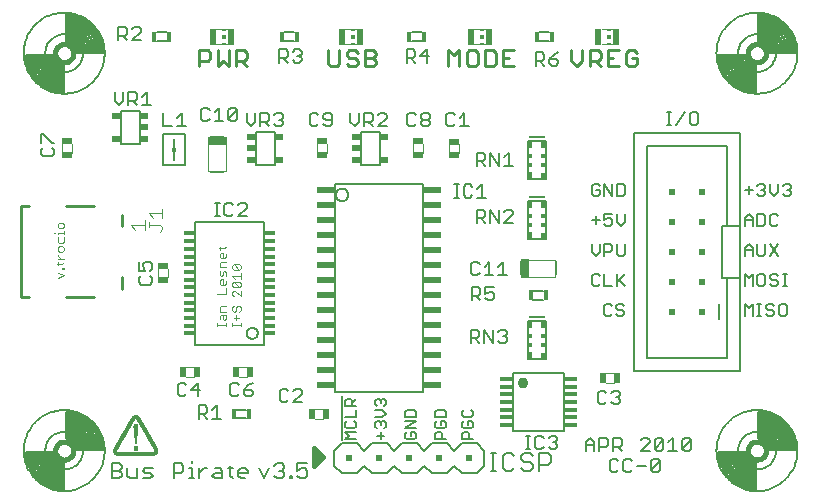
<source format=gto>
G75*
G70*
%OFA0B0*%
%FSLAX24Y24*%
%IPPOS*%
%LPD*%
%AMOC8*
5,1,8,0,0,1.08239X$1,22.5*
%
%ADD10C,0.0110*%
%ADD11C,0.0040*%
%ADD12C,0.0070*%
%ADD13C,0.0060*%
%ADD14C,0.0160*%
%ADD15C,0.0050*%
%ADD16R,0.0160X0.0340*%
%ADD17R,0.0118X0.0059*%
%ADD18R,0.0118X0.0118*%
%ADD19R,0.0236X0.0531*%
%ADD20R,0.0374X0.0197*%
%ADD21R,0.0374X0.0197*%
%ADD22R,0.0197X0.0374*%
%ADD23R,0.0197X0.0374*%
%ADD24R,0.0079X0.0472*%
%ADD25R,0.0256X0.0591*%
%ADD26R,0.0368X0.0128*%
%ADD27R,0.0256X0.0197*%
%ADD28R,0.0118X0.0157*%
%ADD29R,0.0472X0.0079*%
%ADD30R,0.0591X0.0256*%
%ADD31C,0.0080*%
%ADD32R,0.0423X0.0118*%
%ADD33C,0.0362*%
%ADD34R,0.0200X0.0200*%
%ADD35R,0.0600X0.0200*%
%ADD36R,0.0006X0.0006*%
%ADD37R,0.0006X0.0006*%
%ADD38R,0.0006X0.0006*%
%ADD39R,0.0006X0.0006*%
%ADD40C,0.0180*%
%ADD41C,0.0100*%
%ADD42R,0.0118X0.0236*%
%ADD43R,0.0118X0.0197*%
%ADD44R,0.0551X0.0039*%
%ADD45R,0.0551X0.0079*%
%ADD46R,0.0039X0.0079*%
D10*
X007287Y019649D02*
X007287Y020199D01*
X007562Y020199D01*
X007654Y020107D01*
X007654Y019924D01*
X007562Y019832D01*
X007287Y019832D01*
X007895Y019649D02*
X007895Y020199D01*
X008262Y020199D02*
X008262Y019649D01*
X008078Y019832D01*
X007895Y019649D01*
X008502Y019649D02*
X008502Y020199D01*
X008778Y020199D01*
X008869Y020107D01*
X008869Y019924D01*
X008778Y019832D01*
X008502Y019832D01*
X008686Y019832D02*
X008869Y019649D01*
X011587Y019740D02*
X011679Y019649D01*
X011862Y019649D01*
X011954Y019740D01*
X011954Y020199D01*
X012195Y020107D02*
X012195Y020016D01*
X012286Y019924D01*
X012470Y019924D01*
X012562Y019832D01*
X012562Y019740D01*
X012470Y019649D01*
X012286Y019649D01*
X012195Y019740D01*
X012195Y020107D02*
X012286Y020199D01*
X012470Y020199D01*
X012562Y020107D01*
X012802Y020199D02*
X013078Y020199D01*
X013169Y020107D01*
X013169Y020016D01*
X013078Y019924D01*
X012802Y019924D01*
X012802Y019649D02*
X012802Y020199D01*
X013078Y019924D02*
X013169Y019832D01*
X013169Y019740D01*
X013078Y019649D01*
X012802Y019649D01*
X011587Y019740D02*
X011587Y020199D01*
X015587Y020199D02*
X015587Y019649D01*
X015954Y019649D02*
X015954Y020199D01*
X015770Y020016D01*
X015587Y020199D01*
X016195Y020107D02*
X016195Y019740D01*
X016286Y019649D01*
X016470Y019649D01*
X016562Y019740D01*
X016562Y020107D01*
X016470Y020199D01*
X016286Y020199D01*
X016195Y020107D01*
X016802Y020199D02*
X016802Y019649D01*
X017078Y019649D01*
X017169Y019740D01*
X017169Y020107D01*
X017078Y020199D01*
X016802Y020199D01*
X017410Y020199D02*
X017410Y019649D01*
X017777Y019649D01*
X017594Y019924D02*
X017410Y019924D01*
X017410Y020199D02*
X017777Y020199D01*
X019687Y020199D02*
X019687Y019832D01*
X019870Y019649D01*
X020054Y019832D01*
X020054Y020199D01*
X020295Y020199D02*
X020570Y020199D01*
X020662Y020107D01*
X020662Y019924D01*
X020570Y019832D01*
X020295Y019832D01*
X020478Y019832D02*
X020662Y019649D01*
X020902Y019649D02*
X021269Y019649D01*
X021510Y019740D02*
X021602Y019649D01*
X021785Y019649D01*
X021877Y019740D01*
X021877Y019924D01*
X021694Y019924D01*
X021877Y020107D02*
X021785Y020199D01*
X021602Y020199D01*
X021510Y020107D01*
X021510Y019740D01*
X021086Y019924D02*
X020902Y019924D01*
X020902Y020199D02*
X020902Y019649D01*
X020295Y019649D02*
X020295Y020199D01*
X020902Y020199D02*
X021269Y020199D01*
D11*
X021059Y020398D02*
X020695Y020398D01*
X020705Y020890D02*
X021059Y020890D01*
X016809Y020890D02*
X016455Y020890D01*
X016445Y020398D02*
X016809Y020398D01*
X012509Y020398D02*
X012145Y020398D01*
X012155Y020890D02*
X012509Y020890D01*
X008209Y020890D02*
X007855Y020890D01*
X007845Y020398D02*
X008209Y020398D01*
X008177Y017289D02*
X007587Y017289D01*
X007587Y016147D01*
X008177Y016147D01*
X008177Y017289D01*
X011217Y017058D02*
X011217Y016778D01*
X011552Y016778D02*
X011552Y017058D01*
X014417Y017058D02*
X014417Y016778D01*
X014752Y016778D02*
X014752Y017058D01*
X015612Y017058D02*
X015612Y016778D01*
X015947Y016778D02*
X015947Y017058D01*
X018011Y013213D02*
X018011Y012622D01*
X019153Y012622D01*
X019153Y013213D01*
X018011Y013213D01*
X020842Y009438D02*
X021122Y009438D01*
X021122Y009103D02*
X020842Y009103D01*
X011422Y008233D02*
X011142Y008233D01*
X011142Y007898D02*
X011422Y007898D01*
X008872Y009298D02*
X008592Y009298D01*
X008592Y009633D02*
X008872Y009633D01*
X007122Y009633D02*
X006842Y009633D01*
X006842Y009298D02*
X007122Y009298D01*
X007882Y010988D02*
X007882Y011081D01*
X007882Y011034D02*
X008162Y011034D01*
X008162Y010988D02*
X008162Y011081D01*
X008115Y011184D02*
X008162Y011231D01*
X008162Y011371D01*
X008022Y011371D01*
X007975Y011324D01*
X007975Y011231D01*
X008069Y011231D02*
X008069Y011371D01*
X008069Y011231D02*
X008115Y011184D01*
X008382Y011081D02*
X008382Y010988D01*
X008382Y011034D02*
X008662Y011034D01*
X008662Y010988D02*
X008662Y011081D01*
X008522Y011184D02*
X008522Y011371D01*
X008475Y011479D02*
X008522Y011525D01*
X008522Y011619D01*
X008569Y011666D01*
X008615Y011666D01*
X008662Y011619D01*
X008662Y011525D01*
X008615Y011479D01*
X008475Y011479D02*
X008428Y011479D01*
X008382Y011525D01*
X008382Y011619D01*
X008428Y011666D01*
X008162Y011666D02*
X008022Y011666D01*
X007975Y011619D01*
X007975Y011479D01*
X008162Y011479D01*
X008428Y011278D02*
X008615Y011278D01*
X008662Y011988D02*
X008475Y012175D01*
X008428Y012175D01*
X008382Y012128D01*
X008382Y012034D01*
X008428Y011988D01*
X008662Y011988D02*
X008662Y012175D01*
X008615Y012282D02*
X008428Y012282D01*
X008382Y012329D01*
X008382Y012422D01*
X008428Y012469D01*
X008615Y012282D01*
X008662Y012329D01*
X008662Y012422D01*
X008615Y012469D01*
X008428Y012469D01*
X008475Y012577D02*
X008382Y012670D01*
X008662Y012670D01*
X008662Y012577D02*
X008662Y012764D01*
X008615Y012872D02*
X008428Y013058D01*
X008615Y013058D01*
X008662Y013012D01*
X008662Y012918D01*
X008615Y012872D01*
X008428Y012872D01*
X008382Y012918D01*
X008382Y013012D01*
X008428Y013058D01*
X008162Y013139D02*
X008022Y013139D01*
X007975Y013092D01*
X007975Y012952D01*
X008162Y012952D01*
X008115Y012844D02*
X008069Y012797D01*
X008069Y012704D01*
X008022Y012657D01*
X007975Y012704D01*
X007975Y012844D01*
X008115Y012844D02*
X008162Y012797D01*
X008162Y012657D01*
X008069Y012550D02*
X008069Y012363D01*
X008115Y012363D02*
X008022Y012363D01*
X007975Y012409D01*
X007975Y012503D01*
X008022Y012550D01*
X008069Y012550D01*
X008162Y012503D02*
X008162Y012409D01*
X008115Y012363D01*
X008162Y012255D02*
X008162Y012068D01*
X007882Y012068D01*
X006252Y012628D02*
X006252Y012908D01*
X005917Y012908D02*
X005917Y012628D01*
X007975Y013293D02*
X007975Y013387D01*
X008022Y013433D01*
X008069Y013433D01*
X008069Y013247D01*
X008115Y013247D02*
X008022Y013247D01*
X007975Y013293D01*
X008115Y013247D02*
X008162Y013293D01*
X008162Y013387D01*
X008115Y013588D02*
X008162Y013635D01*
X008115Y013588D02*
X007928Y013588D01*
X007975Y013541D02*
X007975Y013635D01*
X006052Y014218D02*
X006052Y014295D01*
X005976Y014372D01*
X005592Y014372D01*
X005592Y014295D02*
X005592Y014449D01*
X005462Y014515D02*
X005462Y014208D01*
X005462Y014362D02*
X005001Y014362D01*
X005155Y014208D01*
X005592Y014756D02*
X006052Y014756D01*
X006052Y014909D02*
X006052Y014602D01*
X005745Y014602D02*
X005592Y014756D01*
X006052Y014218D02*
X005976Y014142D01*
X002762Y014154D02*
X002762Y014061D01*
X002762Y014108D02*
X002575Y014108D01*
X002575Y014061D01*
X002482Y014108D02*
X002435Y014108D01*
X002575Y013953D02*
X002575Y013813D01*
X002622Y013766D01*
X002715Y013766D01*
X002762Y013813D01*
X002762Y013953D01*
X002715Y013658D02*
X002622Y013658D01*
X002575Y013612D01*
X002575Y013518D01*
X002622Y013472D01*
X002715Y013472D01*
X002762Y013518D01*
X002762Y013612D01*
X002715Y013658D01*
X002575Y013366D02*
X002575Y013319D01*
X002669Y013226D01*
X002762Y013226D02*
X002575Y013226D01*
X002575Y013123D02*
X002575Y013030D01*
X002528Y013076D02*
X002715Y013076D01*
X002762Y013123D01*
X002762Y012929D02*
X002762Y012882D01*
X002715Y012882D01*
X002715Y012929D01*
X002762Y012929D01*
X002575Y012775D02*
X002762Y012681D01*
X002575Y012588D01*
X002622Y014257D02*
X002715Y014257D01*
X002762Y014304D01*
X002762Y014397D01*
X002715Y014444D01*
X002622Y014444D01*
X002575Y014397D01*
X002575Y014304D01*
X002622Y014257D01*
X002717Y016778D02*
X002717Y017058D01*
X003052Y017058D02*
X003052Y016778D01*
D12*
X004367Y005929D02*
X004612Y005929D01*
X004694Y006010D01*
X004694Y006092D01*
X004612Y006174D01*
X004367Y006174D01*
X004367Y005929D02*
X004367Y006419D01*
X004612Y006419D01*
X004694Y006337D01*
X004694Y006256D01*
X004612Y006174D01*
X004883Y006256D02*
X004883Y006010D01*
X004964Y005929D01*
X005210Y005929D01*
X005210Y006256D01*
X005398Y006174D02*
X005480Y006092D01*
X005643Y006092D01*
X005725Y006010D01*
X005643Y005929D01*
X005398Y005929D01*
X005398Y006174D02*
X005480Y006256D01*
X005725Y006256D01*
X006429Y006419D02*
X006429Y005929D01*
X006429Y006092D02*
X006675Y006092D01*
X006756Y006174D01*
X006756Y006337D01*
X006675Y006419D01*
X006429Y006419D01*
X006945Y006256D02*
X007027Y006256D01*
X007027Y005929D01*
X006945Y005929D02*
X007109Y005929D01*
X007289Y005929D02*
X007289Y006256D01*
X007452Y006256D02*
X007289Y006092D01*
X007452Y006256D02*
X007534Y006256D01*
X007800Y006256D02*
X007964Y006256D01*
X008045Y006174D01*
X008045Y005929D01*
X007800Y005929D01*
X007719Y006010D01*
X007800Y006092D01*
X008045Y006092D01*
X008234Y006256D02*
X008398Y006256D01*
X008316Y006337D02*
X008316Y006010D01*
X008398Y005929D01*
X008578Y006010D02*
X008578Y006174D01*
X008660Y006256D01*
X008823Y006256D01*
X008905Y006174D01*
X008905Y006092D01*
X008578Y006092D01*
X008578Y006010D02*
X008660Y005929D01*
X008823Y005929D01*
X009267Y006256D02*
X009430Y005929D01*
X009594Y006256D01*
X009783Y006337D02*
X009864Y006419D01*
X010028Y006419D01*
X010110Y006337D01*
X010110Y006256D01*
X010028Y006174D01*
X010110Y006092D01*
X010110Y006010D01*
X010028Y005929D01*
X009864Y005929D01*
X009783Y006010D01*
X009946Y006174D02*
X010028Y006174D01*
X010298Y006010D02*
X010380Y006010D01*
X010380Y005929D01*
X010298Y005929D01*
X010298Y006010D01*
X010556Y006010D02*
X010638Y005929D01*
X010801Y005929D01*
X010883Y006010D01*
X010883Y006174D01*
X010801Y006256D01*
X010719Y006256D01*
X010556Y006174D01*
X010556Y006419D01*
X010883Y006419D01*
X007027Y006501D02*
X007027Y006419D01*
D13*
X007262Y007910D02*
X007262Y008350D01*
X007482Y008350D01*
X007556Y008277D01*
X007556Y008130D01*
X007482Y008056D01*
X007262Y008056D01*
X007409Y008056D02*
X007556Y007910D01*
X007722Y007910D02*
X008016Y007910D01*
X007869Y007910D02*
X007869Y008350D01*
X007722Y008203D01*
X007242Y008648D02*
X007242Y009088D01*
X007022Y008868D01*
X007316Y008868D01*
X006856Y009015D02*
X006782Y009088D01*
X006635Y009088D01*
X006562Y009015D01*
X006562Y008721D01*
X006635Y008648D01*
X006782Y008648D01*
X006856Y008721D01*
X008312Y008721D02*
X008385Y008648D01*
X008532Y008648D01*
X008606Y008721D01*
X008772Y008721D02*
X008846Y008648D01*
X008992Y008648D01*
X009066Y008721D01*
X009066Y008794D01*
X008992Y008868D01*
X008772Y008868D01*
X008772Y008721D01*
X008772Y008868D02*
X008919Y009015D01*
X009066Y009088D01*
X008606Y009015D02*
X008532Y009088D01*
X008385Y009088D01*
X008312Y009015D01*
X008312Y008721D01*
X008512Y008208D02*
X008852Y008208D01*
X008852Y007928D02*
X008512Y007928D01*
X009962Y008521D02*
X009962Y008815D01*
X010035Y008888D01*
X010182Y008888D01*
X010256Y008815D01*
X010422Y008815D02*
X010496Y008888D01*
X010642Y008888D01*
X010716Y008815D01*
X010716Y008741D01*
X010422Y008448D01*
X010716Y008448D01*
X010256Y008521D02*
X010182Y008448D01*
X010035Y008448D01*
X009962Y008521D01*
X011820Y008788D02*
X014744Y008788D01*
X014744Y015738D01*
X011820Y015738D01*
X011820Y008788D01*
X009434Y010370D02*
X007130Y010370D01*
X007130Y014465D01*
X009434Y014465D01*
X009434Y010370D01*
X008869Y010754D02*
X008871Y010780D01*
X008877Y010806D01*
X008886Y010831D01*
X008899Y010854D01*
X008915Y010875D01*
X008934Y010893D01*
X008956Y010909D01*
X008979Y010921D01*
X009004Y010929D01*
X009030Y010934D01*
X009057Y010935D01*
X009083Y010932D01*
X009108Y010925D01*
X009133Y010915D01*
X009155Y010901D01*
X009176Y010884D01*
X009193Y010865D01*
X009208Y010843D01*
X009219Y010819D01*
X009227Y010793D01*
X009231Y010767D01*
X009231Y010741D01*
X009227Y010715D01*
X009219Y010689D01*
X009208Y010665D01*
X009193Y010643D01*
X009176Y010624D01*
X009155Y010607D01*
X009133Y010593D01*
X009108Y010583D01*
X009083Y010576D01*
X009057Y010573D01*
X009030Y010574D01*
X009004Y010579D01*
X008979Y010587D01*
X008956Y010599D01*
X008934Y010615D01*
X008915Y010633D01*
X008899Y010654D01*
X008886Y010677D01*
X008877Y010702D01*
X008871Y010728D01*
X008869Y010754D01*
X005702Y012450D02*
X005702Y012597D01*
X005629Y012671D01*
X005629Y012837D02*
X005702Y012911D01*
X005702Y013057D01*
X005629Y013131D01*
X005482Y013131D01*
X005408Y013057D01*
X005408Y012984D01*
X005482Y012837D01*
X005262Y012837D01*
X005262Y013131D01*
X005335Y012671D02*
X005262Y012597D01*
X005262Y012450D01*
X005335Y012377D01*
X005629Y012377D01*
X005702Y012450D01*
X007812Y014648D02*
X007959Y014648D01*
X007885Y014648D02*
X007885Y015088D01*
X007812Y015088D02*
X007959Y015088D01*
X008119Y015015D02*
X008119Y014721D01*
X008192Y014648D01*
X008339Y014648D01*
X008412Y014721D01*
X008579Y014648D02*
X008873Y014941D01*
X008873Y015015D01*
X008799Y015088D01*
X008653Y015088D01*
X008579Y015015D01*
X008412Y015015D02*
X008339Y015088D01*
X008192Y015088D01*
X008119Y015015D01*
X008579Y014648D02*
X008873Y014648D01*
X009163Y016358D02*
X009163Y016395D01*
X009163Y016358D02*
X009163Y017478D01*
X009163Y017440D01*
X009163Y017478D02*
X009801Y017478D01*
X009801Y017440D01*
X009801Y017478D02*
X009801Y016358D01*
X009801Y016395D01*
X009801Y016358D02*
X009163Y016358D01*
X009163Y016712D02*
X009163Y016749D01*
X009163Y017086D02*
X009163Y017123D01*
X009801Y017123D02*
X009801Y016712D01*
X009856Y017648D02*
X009783Y017721D01*
X009856Y017648D02*
X010003Y017648D01*
X010076Y017721D01*
X010076Y017794D01*
X010003Y017868D01*
X009929Y017868D01*
X010003Y017868D02*
X010076Y017941D01*
X010076Y018015D01*
X010003Y018088D01*
X009856Y018088D01*
X009783Y018015D01*
X009616Y018015D02*
X009542Y018088D01*
X009322Y018088D01*
X009322Y017648D01*
X009322Y017794D02*
X009542Y017794D01*
X009616Y017868D01*
X009616Y018015D01*
X009469Y017794D02*
X009616Y017648D01*
X009156Y017794D02*
X009156Y018088D01*
X008862Y018088D02*
X008862Y017794D01*
X009009Y017648D01*
X009156Y017794D01*
X008546Y017905D02*
X008546Y018199D01*
X008253Y017905D01*
X008326Y017832D01*
X008473Y017832D01*
X008546Y017905D01*
X008253Y017905D02*
X008253Y018199D01*
X008326Y018272D01*
X008473Y018272D01*
X008546Y018199D01*
X008086Y017832D02*
X007792Y017832D01*
X007939Y017832D02*
X007939Y018272D01*
X007792Y018125D01*
X007626Y018199D02*
X007552Y018272D01*
X007405Y018272D01*
X007332Y018199D01*
X007332Y017905D01*
X007405Y017832D01*
X007552Y017832D01*
X007626Y017905D01*
X006841Y017648D02*
X006547Y017648D01*
X006694Y017648D02*
X006694Y018088D01*
X006547Y017941D01*
X006381Y017648D02*
X006087Y017648D01*
X006087Y018088D01*
X005676Y018348D02*
X005383Y018348D01*
X005529Y018348D02*
X005529Y018788D01*
X005383Y018641D01*
X005216Y018568D02*
X005142Y018494D01*
X004922Y018494D01*
X004922Y018348D02*
X004922Y018788D01*
X005142Y018788D01*
X005216Y018715D01*
X005216Y018568D01*
X005069Y018494D02*
X005216Y018348D01*
X005301Y018178D02*
X004663Y018178D01*
X004663Y018140D01*
X004663Y018178D02*
X004663Y017058D01*
X004663Y017095D01*
X004663Y017058D02*
X005301Y017058D01*
X005301Y017095D01*
X005301Y017058D02*
X005301Y018178D01*
X005301Y018140D01*
X005301Y017823D02*
X005301Y017786D01*
X005301Y017449D02*
X005301Y017412D01*
X004663Y017412D02*
X004663Y017823D01*
X004609Y018348D02*
X004462Y018494D01*
X004462Y018788D01*
X004756Y018788D02*
X004756Y018494D01*
X004609Y018348D01*
X002452Y017108D02*
X002379Y017108D01*
X002085Y017402D01*
X002012Y017402D01*
X002012Y017108D01*
X002085Y016941D02*
X002012Y016868D01*
X002012Y016721D01*
X002085Y016648D01*
X002379Y016648D01*
X002452Y016721D01*
X002452Y016868D01*
X002379Y016941D01*
X001432Y020092D02*
X001434Y020165D01*
X001440Y020238D01*
X001450Y020310D01*
X001464Y020382D01*
X001481Y020453D01*
X001503Y020523D01*
X001528Y020592D01*
X001557Y020659D01*
X001589Y020724D01*
X001625Y020788D01*
X001665Y020850D01*
X001707Y020909D01*
X001753Y020966D01*
X001802Y021020D01*
X001854Y021072D01*
X001908Y021121D01*
X001965Y021167D01*
X002024Y021209D01*
X002086Y021249D01*
X002150Y021285D01*
X002215Y021317D01*
X002282Y021346D01*
X002351Y021371D01*
X002421Y021393D01*
X002492Y021410D01*
X002564Y021424D01*
X002636Y021434D01*
X002709Y021440D01*
X002782Y021442D01*
X002855Y021440D01*
X002928Y021434D01*
X003000Y021424D01*
X003072Y021410D01*
X003143Y021393D01*
X003213Y021371D01*
X003282Y021346D01*
X003349Y021317D01*
X003414Y021285D01*
X003478Y021249D01*
X003540Y021209D01*
X003599Y021167D01*
X003656Y021121D01*
X003710Y021072D01*
X003762Y021020D01*
X003811Y020966D01*
X003857Y020909D01*
X003899Y020850D01*
X003939Y020788D01*
X003975Y020724D01*
X004007Y020659D01*
X004036Y020592D01*
X004061Y020523D01*
X004083Y020453D01*
X004100Y020382D01*
X004114Y020310D01*
X004124Y020238D01*
X004130Y020165D01*
X004132Y020092D01*
X004130Y020019D01*
X004124Y019946D01*
X004114Y019874D01*
X004100Y019802D01*
X004083Y019731D01*
X004061Y019661D01*
X004036Y019592D01*
X004007Y019525D01*
X003975Y019460D01*
X003939Y019396D01*
X003899Y019334D01*
X003857Y019275D01*
X003811Y019218D01*
X003762Y019164D01*
X003710Y019112D01*
X003656Y019063D01*
X003599Y019017D01*
X003540Y018975D01*
X003478Y018935D01*
X003414Y018899D01*
X003349Y018867D01*
X003282Y018838D01*
X003213Y018813D01*
X003143Y018791D01*
X003072Y018774D01*
X003000Y018760D01*
X002928Y018750D01*
X002855Y018744D01*
X002782Y018742D01*
X002709Y018744D01*
X002636Y018750D01*
X002564Y018760D01*
X002492Y018774D01*
X002421Y018791D01*
X002351Y018813D01*
X002282Y018838D01*
X002215Y018867D01*
X002150Y018899D01*
X002086Y018935D01*
X002024Y018975D01*
X001965Y019017D01*
X001908Y019063D01*
X001854Y019112D01*
X001802Y019164D01*
X001753Y019218D01*
X001707Y019275D01*
X001665Y019334D01*
X001625Y019396D01*
X001589Y019460D01*
X001557Y019525D01*
X001528Y019592D01*
X001503Y019661D01*
X001481Y019731D01*
X001464Y019802D01*
X001450Y019874D01*
X001440Y019946D01*
X001434Y020019D01*
X001432Y020092D01*
X004581Y020514D02*
X004581Y020954D01*
X004801Y020954D01*
X004875Y020881D01*
X004875Y020734D01*
X004801Y020660D01*
X004581Y020660D01*
X004728Y020660D02*
X004875Y020514D01*
X005042Y020514D02*
X005335Y020807D01*
X005335Y020881D01*
X005262Y020954D01*
X005115Y020954D01*
X005042Y020881D01*
X005042Y020514D02*
X005335Y020514D01*
X005862Y020504D02*
X006202Y020504D01*
X006202Y020784D02*
X005862Y020784D01*
X009941Y020214D02*
X009941Y019774D01*
X009941Y019920D02*
X010161Y019920D01*
X010235Y019994D01*
X010235Y020141D01*
X010161Y020214D01*
X009941Y020214D01*
X010112Y020504D02*
X010452Y020504D01*
X010452Y020784D02*
X010112Y020784D01*
X010475Y020214D02*
X010622Y020214D01*
X010695Y020141D01*
X010695Y020067D01*
X010622Y019994D01*
X010695Y019920D01*
X010695Y019847D01*
X010622Y019774D01*
X010475Y019774D01*
X010402Y019847D01*
X010235Y019774D02*
X010088Y019920D01*
X010402Y020141D02*
X010475Y020214D01*
X010548Y019994D02*
X010622Y019994D01*
X011035Y018088D02*
X010962Y018015D01*
X010962Y017721D01*
X011035Y017648D01*
X011182Y017648D01*
X011256Y017721D01*
X011422Y017721D02*
X011496Y017648D01*
X011642Y017648D01*
X011716Y017721D01*
X011716Y018015D01*
X011642Y018088D01*
X011496Y018088D01*
X011422Y018015D01*
X011422Y017941D01*
X011496Y017868D01*
X011716Y017868D01*
X011256Y018015D02*
X011182Y018088D01*
X011035Y018088D01*
X012312Y018088D02*
X012312Y017794D01*
X012459Y017648D01*
X012606Y017794D01*
X012606Y018088D01*
X012772Y018088D02*
X012992Y018088D01*
X013066Y018015D01*
X013066Y017868D01*
X012992Y017794D01*
X012772Y017794D01*
X012772Y017648D02*
X012772Y018088D01*
X013233Y018015D02*
X013306Y018088D01*
X013453Y018088D01*
X013526Y018015D01*
X013526Y017941D01*
X013233Y017648D01*
X013526Y017648D01*
X013301Y017478D02*
X013301Y017440D01*
X013301Y017478D02*
X013301Y016358D01*
X013301Y016395D01*
X013301Y016358D02*
X012663Y016358D01*
X012663Y016395D01*
X012663Y016358D02*
X012663Y017478D01*
X012663Y017440D01*
X012663Y017478D02*
X013301Y017478D01*
X013066Y017648D02*
X012919Y017794D01*
X012663Y017123D02*
X012663Y017086D01*
X012663Y016749D02*
X012663Y016712D01*
X013301Y016712D02*
X013301Y017123D01*
X014212Y017721D02*
X014285Y017648D01*
X014432Y017648D01*
X014506Y017721D01*
X014672Y017721D02*
X014672Y017794D01*
X014746Y017868D01*
X014892Y017868D01*
X014966Y017794D01*
X014966Y017721D01*
X014892Y017648D01*
X014746Y017648D01*
X014672Y017721D01*
X014746Y017868D02*
X014672Y017941D01*
X014672Y018015D01*
X014746Y018088D01*
X014892Y018088D01*
X014966Y018015D01*
X014966Y017941D01*
X014892Y017868D01*
X014506Y018015D02*
X014432Y018088D01*
X014285Y018088D01*
X014212Y018015D01*
X014212Y017721D01*
X015512Y017721D02*
X015585Y017648D01*
X015732Y017648D01*
X015806Y017721D01*
X015972Y017648D02*
X016266Y017648D01*
X016119Y017648D02*
X016119Y018088D01*
X015972Y017941D01*
X015806Y018015D02*
X015732Y018088D01*
X015585Y018088D01*
X015512Y018015D01*
X015512Y017721D01*
X016525Y016775D02*
X016745Y016775D01*
X016818Y016702D01*
X016818Y016555D01*
X016745Y016482D01*
X016525Y016482D01*
X016671Y016482D02*
X016818Y016335D01*
X016985Y016335D02*
X016985Y016775D01*
X017279Y016335D01*
X017279Y016775D01*
X017445Y016629D02*
X017592Y016775D01*
X017592Y016335D01*
X017445Y016335D02*
X017739Y016335D01*
X016702Y015714D02*
X016555Y015567D01*
X016388Y015641D02*
X016315Y015714D01*
X016168Y015714D01*
X016095Y015641D01*
X016095Y015347D01*
X016168Y015274D01*
X016315Y015274D01*
X016388Y015347D01*
X016555Y015274D02*
X016849Y015274D01*
X016702Y015274D02*
X016702Y015714D01*
X015935Y015714D02*
X015788Y015714D01*
X015861Y015714D02*
X015861Y015274D01*
X015788Y015274D02*
X015935Y015274D01*
X016525Y014875D02*
X016745Y014875D01*
X016818Y014802D01*
X016818Y014655D01*
X016745Y014582D01*
X016525Y014582D01*
X016671Y014582D02*
X016818Y014435D01*
X016985Y014435D02*
X016985Y014875D01*
X017279Y014435D01*
X017279Y014875D01*
X017445Y014802D02*
X017519Y014875D01*
X017665Y014875D01*
X017739Y014802D01*
X017739Y014729D01*
X017445Y014435D01*
X017739Y014435D01*
X016525Y014435D02*
X016525Y014875D01*
X016525Y016335D02*
X016525Y016775D01*
X020362Y015657D02*
X020362Y015390D01*
X020429Y015324D01*
X020562Y015324D01*
X020629Y015390D01*
X020629Y015524D01*
X020495Y015524D01*
X020362Y015657D02*
X020429Y015724D01*
X020562Y015724D01*
X020629Y015657D01*
X020786Y015724D02*
X021052Y015324D01*
X021052Y015724D01*
X021209Y015724D02*
X021409Y015724D01*
X021476Y015657D01*
X021476Y015390D01*
X021409Y015324D01*
X021209Y015324D01*
X021209Y015724D01*
X020786Y015724D02*
X020786Y015324D01*
X020786Y014724D02*
X020786Y014524D01*
X020919Y014591D01*
X020986Y014591D01*
X021052Y014524D01*
X021052Y014390D01*
X020986Y014324D01*
X020852Y014324D01*
X020786Y014390D01*
X020629Y014524D02*
X020362Y014524D01*
X020495Y014657D02*
X020495Y014390D01*
X020786Y014724D02*
X021052Y014724D01*
X021209Y014724D02*
X021209Y014457D01*
X021342Y014324D01*
X021476Y014457D01*
X021476Y014724D01*
X021476Y013724D02*
X021476Y013390D01*
X021409Y013324D01*
X021276Y013324D01*
X021209Y013390D01*
X021209Y013724D01*
X021052Y013657D02*
X021052Y013524D01*
X020986Y013457D01*
X020786Y013457D01*
X020786Y013324D02*
X020786Y013724D01*
X020986Y013724D01*
X021052Y013657D01*
X020629Y013724D02*
X020629Y013457D01*
X020495Y013324D01*
X020362Y013457D01*
X020362Y013724D01*
X020429Y012724D02*
X020362Y012657D01*
X020362Y012390D01*
X020429Y012324D01*
X020562Y012324D01*
X020629Y012390D01*
X020786Y012324D02*
X021052Y012324D01*
X021209Y012324D02*
X021209Y012724D01*
X021276Y012524D02*
X021476Y012324D01*
X021209Y012457D02*
X021476Y012724D01*
X020786Y012724D02*
X020786Y012324D01*
X020629Y012657D02*
X020562Y012724D01*
X020429Y012724D01*
X018752Y012158D02*
X018412Y012158D01*
X018412Y011878D02*
X018752Y011878D01*
X017546Y012682D02*
X017253Y012682D01*
X017400Y012682D02*
X017400Y013122D01*
X017253Y012975D01*
X017086Y012682D02*
X016792Y012682D01*
X016939Y012682D02*
X016939Y013122D01*
X016792Y012975D01*
X016626Y013049D02*
X016552Y013122D01*
X016405Y013122D01*
X016332Y013049D01*
X016332Y012755D01*
X016405Y012682D01*
X016552Y012682D01*
X016626Y012755D01*
X016582Y012288D02*
X016656Y012215D01*
X016656Y012068D01*
X016582Y011994D01*
X016362Y011994D01*
X016362Y011848D02*
X016362Y012288D01*
X016582Y012288D01*
X016822Y012288D02*
X016822Y012068D01*
X016969Y012141D01*
X017042Y012141D01*
X017116Y012068D01*
X017116Y011921D01*
X017042Y011848D01*
X016896Y011848D01*
X016822Y011921D01*
X016656Y011848D02*
X016509Y011994D01*
X016822Y012288D02*
X017116Y012288D01*
X017079Y010875D02*
X017079Y010435D01*
X016785Y010875D01*
X016785Y010435D01*
X016618Y010435D02*
X016471Y010582D01*
X016545Y010582D02*
X016325Y010582D01*
X016325Y010435D02*
X016325Y010875D01*
X016545Y010875D01*
X016618Y010802D01*
X016618Y010655D01*
X016545Y010582D01*
X017245Y010509D02*
X017319Y010435D01*
X017465Y010435D01*
X017539Y010509D01*
X017539Y010582D01*
X017465Y010655D01*
X017392Y010655D01*
X017465Y010655D02*
X017539Y010729D01*
X017539Y010802D01*
X017465Y010875D01*
X017319Y010875D01*
X017245Y010802D01*
X020762Y011390D02*
X020829Y011324D01*
X020962Y011324D01*
X021029Y011390D01*
X021186Y011390D02*
X021252Y011324D01*
X021386Y011324D01*
X021452Y011390D01*
X021452Y011457D01*
X021386Y011524D01*
X021252Y011524D01*
X021186Y011591D01*
X021186Y011657D01*
X021252Y011724D01*
X021386Y011724D01*
X021452Y011657D01*
X021029Y011657D02*
X020962Y011724D01*
X020829Y011724D01*
X020762Y011657D01*
X020762Y011390D01*
X020782Y008838D02*
X020635Y008838D01*
X020562Y008765D01*
X020562Y008471D01*
X020635Y008398D01*
X020782Y008398D01*
X020856Y008471D01*
X021022Y008471D02*
X021096Y008398D01*
X021242Y008398D01*
X021316Y008471D01*
X021316Y008544D01*
X021242Y008618D01*
X021169Y008618D01*
X021242Y008618D02*
X021316Y008691D01*
X021316Y008765D01*
X021242Y008838D01*
X021096Y008838D01*
X021022Y008765D01*
X020856Y008765D02*
X020782Y008838D01*
X019223Y007265D02*
X019149Y007338D01*
X019003Y007338D01*
X018929Y007265D01*
X018762Y007265D02*
X018689Y007338D01*
X018542Y007338D01*
X018469Y007265D01*
X018469Y006971D01*
X018542Y006898D01*
X018689Y006898D01*
X018762Y006971D01*
X018929Y006971D02*
X019003Y006898D01*
X019149Y006898D01*
X019223Y006971D01*
X019223Y007044D01*
X019149Y007118D01*
X019076Y007118D01*
X019149Y007118D02*
X019223Y007191D01*
X019223Y007265D01*
X020162Y007117D02*
X020162Y006824D01*
X020162Y007044D02*
X020456Y007044D01*
X020456Y007117D02*
X020456Y006824D01*
X020622Y006824D02*
X020622Y007264D01*
X020842Y007264D01*
X020916Y007191D01*
X020916Y007044D01*
X020842Y006970D01*
X020622Y006970D01*
X020456Y007117D02*
X020309Y007264D01*
X020162Y007117D01*
X021083Y006970D02*
X021303Y006970D01*
X021376Y007044D01*
X021376Y007191D01*
X021303Y007264D01*
X021083Y007264D01*
X021083Y006824D01*
X021229Y006970D02*
X021376Y006824D01*
X021496Y006564D02*
X021422Y006491D01*
X021422Y006197D01*
X021496Y006124D01*
X021642Y006124D01*
X021716Y006197D01*
X021883Y006344D02*
X022176Y006344D01*
X022343Y006491D02*
X022416Y006564D01*
X022563Y006564D01*
X022637Y006491D01*
X022343Y006197D01*
X022416Y006124D01*
X022563Y006124D01*
X022637Y006197D01*
X022637Y006491D01*
X022343Y006491D02*
X022343Y006197D01*
X021716Y006491D02*
X021642Y006564D01*
X021496Y006564D01*
X021256Y006491D02*
X021182Y006564D01*
X021035Y006564D01*
X020962Y006491D01*
X020962Y006197D01*
X021035Y006124D01*
X021182Y006124D01*
X021256Y006197D01*
X022003Y006824D02*
X022297Y007117D01*
X022297Y007191D01*
X022224Y007264D01*
X022077Y007264D01*
X022003Y007191D01*
X022003Y006824D02*
X022297Y006824D01*
X022464Y006897D02*
X022757Y007191D01*
X022757Y006897D01*
X022684Y006824D01*
X022537Y006824D01*
X022464Y006897D01*
X022464Y007191D01*
X022537Y007264D01*
X022684Y007264D01*
X022757Y007191D01*
X022924Y007117D02*
X023071Y007264D01*
X023071Y006824D01*
X022924Y006824D02*
X023218Y006824D01*
X023384Y006897D02*
X023384Y007191D01*
X023458Y007264D01*
X023605Y007264D01*
X023678Y007191D01*
X023384Y006897D01*
X023458Y006824D01*
X023605Y006824D01*
X023678Y006897D01*
X023678Y007191D01*
X024523Y006844D02*
X024525Y006917D01*
X024531Y006990D01*
X024541Y007062D01*
X024555Y007134D01*
X024572Y007205D01*
X024594Y007275D01*
X024619Y007344D01*
X024648Y007411D01*
X024680Y007476D01*
X024716Y007540D01*
X024756Y007602D01*
X024798Y007661D01*
X024844Y007718D01*
X024893Y007772D01*
X024945Y007824D01*
X024999Y007873D01*
X025056Y007919D01*
X025115Y007961D01*
X025177Y008001D01*
X025241Y008037D01*
X025306Y008069D01*
X025373Y008098D01*
X025442Y008123D01*
X025512Y008145D01*
X025583Y008162D01*
X025655Y008176D01*
X025727Y008186D01*
X025800Y008192D01*
X025873Y008194D01*
X025946Y008192D01*
X026019Y008186D01*
X026091Y008176D01*
X026163Y008162D01*
X026234Y008145D01*
X026304Y008123D01*
X026373Y008098D01*
X026440Y008069D01*
X026505Y008037D01*
X026569Y008001D01*
X026631Y007961D01*
X026690Y007919D01*
X026747Y007873D01*
X026801Y007824D01*
X026853Y007772D01*
X026902Y007718D01*
X026948Y007661D01*
X026990Y007602D01*
X027030Y007540D01*
X027066Y007476D01*
X027098Y007411D01*
X027127Y007344D01*
X027152Y007275D01*
X027174Y007205D01*
X027191Y007134D01*
X027205Y007062D01*
X027215Y006990D01*
X027221Y006917D01*
X027223Y006844D01*
X027221Y006771D01*
X027215Y006698D01*
X027205Y006626D01*
X027191Y006554D01*
X027174Y006483D01*
X027152Y006413D01*
X027127Y006344D01*
X027098Y006277D01*
X027066Y006212D01*
X027030Y006148D01*
X026990Y006086D01*
X026948Y006027D01*
X026902Y005970D01*
X026853Y005916D01*
X026801Y005864D01*
X026747Y005815D01*
X026690Y005769D01*
X026631Y005727D01*
X026569Y005687D01*
X026505Y005651D01*
X026440Y005619D01*
X026373Y005590D01*
X026304Y005565D01*
X026234Y005543D01*
X026163Y005526D01*
X026091Y005512D01*
X026019Y005502D01*
X025946Y005496D01*
X025873Y005494D01*
X025800Y005496D01*
X025727Y005502D01*
X025655Y005512D01*
X025583Y005526D01*
X025512Y005543D01*
X025442Y005565D01*
X025373Y005590D01*
X025306Y005619D01*
X025241Y005651D01*
X025177Y005687D01*
X025115Y005727D01*
X025056Y005769D01*
X024999Y005815D01*
X024945Y005864D01*
X024893Y005916D01*
X024844Y005970D01*
X024798Y006027D01*
X024756Y006086D01*
X024716Y006148D01*
X024680Y006212D01*
X024648Y006277D01*
X024619Y006344D01*
X024594Y006413D01*
X024572Y006483D01*
X024555Y006554D01*
X024541Y006626D01*
X024531Y006698D01*
X024525Y006771D01*
X024523Y006844D01*
X018309Y006898D02*
X018162Y006898D01*
X018235Y006898D02*
X018235Y007338D01*
X018162Y007338D02*
X018309Y007338D01*
X025462Y011324D02*
X025462Y011724D01*
X025595Y011591D01*
X025729Y011724D01*
X025729Y011324D01*
X025886Y011324D02*
X026019Y011324D01*
X025952Y011324D02*
X025952Y011724D01*
X025886Y011724D02*
X026019Y011724D01*
X026168Y011657D02*
X026168Y011591D01*
X026235Y011524D01*
X026368Y011524D01*
X026435Y011457D01*
X026435Y011390D01*
X026368Y011324D01*
X026235Y011324D01*
X026168Y011390D01*
X026168Y011657D02*
X026235Y011724D01*
X026368Y011724D01*
X026435Y011657D01*
X026591Y011657D02*
X026591Y011390D01*
X026658Y011324D01*
X026792Y011324D01*
X026858Y011390D01*
X026858Y011657D01*
X026792Y011724D01*
X026658Y011724D01*
X026591Y011657D01*
X026509Y012324D02*
X026376Y012324D01*
X026309Y012390D01*
X026376Y012524D02*
X026509Y012524D01*
X026576Y012457D01*
X026576Y012390D01*
X026509Y012324D01*
X026733Y012324D02*
X026866Y012324D01*
X026799Y012324D02*
X026799Y012724D01*
X026733Y012724D02*
X026866Y012724D01*
X026576Y012657D02*
X026509Y012724D01*
X026376Y012724D01*
X026309Y012657D01*
X026309Y012591D01*
X026376Y012524D01*
X026152Y012657D02*
X026086Y012724D01*
X025952Y012724D01*
X025886Y012657D01*
X025886Y012390D01*
X025952Y012324D01*
X026086Y012324D01*
X026152Y012390D01*
X026152Y012657D01*
X025729Y012724D02*
X025729Y012324D01*
X025462Y012324D02*
X025462Y012724D01*
X025595Y012591D01*
X025729Y012724D01*
X025729Y013324D02*
X025729Y013591D01*
X025595Y013724D01*
X025462Y013591D01*
X025462Y013324D01*
X025462Y013524D02*
X025729Y013524D01*
X025886Y013390D02*
X025952Y013324D01*
X026086Y013324D01*
X026152Y013390D01*
X026152Y013724D01*
X026309Y013724D02*
X026576Y013324D01*
X026309Y013324D02*
X026576Y013724D01*
X025886Y013724D02*
X025886Y013390D01*
X025886Y014324D02*
X026086Y014324D01*
X026152Y014390D01*
X026152Y014657D01*
X026086Y014724D01*
X025886Y014724D01*
X025886Y014324D01*
X025729Y014324D02*
X025729Y014591D01*
X025595Y014724D01*
X025462Y014591D01*
X025462Y014324D01*
X025462Y014524D02*
X025729Y014524D01*
X026309Y014657D02*
X026309Y014390D01*
X026376Y014324D01*
X026509Y014324D01*
X026576Y014390D01*
X026576Y014657D02*
X026509Y014724D01*
X026376Y014724D01*
X026309Y014657D01*
X026442Y015324D02*
X026576Y015457D01*
X026576Y015724D01*
X026733Y015657D02*
X026799Y015724D01*
X026933Y015724D01*
X026999Y015657D01*
X026999Y015591D01*
X026933Y015524D01*
X026999Y015457D01*
X026999Y015390D01*
X026933Y015324D01*
X026799Y015324D01*
X026733Y015390D01*
X026866Y015524D02*
X026933Y015524D01*
X026442Y015324D02*
X026309Y015457D01*
X026309Y015724D01*
X026152Y015657D02*
X026086Y015724D01*
X025952Y015724D01*
X025886Y015657D01*
X026019Y015524D02*
X026086Y015524D01*
X026152Y015457D01*
X026152Y015390D01*
X026086Y015324D01*
X025952Y015324D01*
X025886Y015390D01*
X025729Y015524D02*
X025462Y015524D01*
X025595Y015657D02*
X025595Y015390D01*
X026086Y015524D02*
X026152Y015591D01*
X026152Y015657D01*
X023923Y017771D02*
X023923Y018065D01*
X023849Y018138D01*
X023703Y018138D01*
X023629Y018065D01*
X023629Y017771D01*
X023703Y017698D01*
X023849Y017698D01*
X023923Y017771D01*
X023462Y018138D02*
X023169Y017698D01*
X023009Y017698D02*
X022862Y017698D01*
X022935Y017698D02*
X022935Y018138D01*
X022862Y018138D02*
X023009Y018138D01*
X024523Y020092D02*
X024525Y020165D01*
X024531Y020238D01*
X024541Y020310D01*
X024555Y020382D01*
X024572Y020453D01*
X024594Y020523D01*
X024619Y020592D01*
X024648Y020659D01*
X024680Y020724D01*
X024716Y020788D01*
X024756Y020850D01*
X024798Y020909D01*
X024844Y020966D01*
X024893Y021020D01*
X024945Y021072D01*
X024999Y021121D01*
X025056Y021167D01*
X025115Y021209D01*
X025177Y021249D01*
X025241Y021285D01*
X025306Y021317D01*
X025373Y021346D01*
X025442Y021371D01*
X025512Y021393D01*
X025583Y021410D01*
X025655Y021424D01*
X025727Y021434D01*
X025800Y021440D01*
X025873Y021442D01*
X025946Y021440D01*
X026019Y021434D01*
X026091Y021424D01*
X026163Y021410D01*
X026234Y021393D01*
X026304Y021371D01*
X026373Y021346D01*
X026440Y021317D01*
X026505Y021285D01*
X026569Y021249D01*
X026631Y021209D01*
X026690Y021167D01*
X026747Y021121D01*
X026801Y021072D01*
X026853Y021020D01*
X026902Y020966D01*
X026948Y020909D01*
X026990Y020850D01*
X027030Y020788D01*
X027066Y020724D01*
X027098Y020659D01*
X027127Y020592D01*
X027152Y020523D01*
X027174Y020453D01*
X027191Y020382D01*
X027205Y020310D01*
X027215Y020238D01*
X027221Y020165D01*
X027223Y020092D01*
X027221Y020019D01*
X027215Y019946D01*
X027205Y019874D01*
X027191Y019802D01*
X027174Y019731D01*
X027152Y019661D01*
X027127Y019592D01*
X027098Y019525D01*
X027066Y019460D01*
X027030Y019396D01*
X026990Y019334D01*
X026948Y019275D01*
X026902Y019218D01*
X026853Y019164D01*
X026801Y019112D01*
X026747Y019063D01*
X026690Y019017D01*
X026631Y018975D01*
X026569Y018935D01*
X026505Y018899D01*
X026440Y018867D01*
X026373Y018838D01*
X026304Y018813D01*
X026234Y018791D01*
X026163Y018774D01*
X026091Y018760D01*
X026019Y018750D01*
X025946Y018744D01*
X025873Y018742D01*
X025800Y018744D01*
X025727Y018750D01*
X025655Y018760D01*
X025583Y018774D01*
X025512Y018791D01*
X025442Y018813D01*
X025373Y018838D01*
X025306Y018867D01*
X025241Y018899D01*
X025177Y018935D01*
X025115Y018975D01*
X025056Y019017D01*
X024999Y019063D01*
X024945Y019112D01*
X024893Y019164D01*
X024844Y019218D01*
X024798Y019275D01*
X024756Y019334D01*
X024716Y019396D01*
X024680Y019460D01*
X024648Y019525D01*
X024619Y019592D01*
X024594Y019661D01*
X024572Y019731D01*
X024555Y019802D01*
X024541Y019874D01*
X024531Y019946D01*
X024525Y020019D01*
X024523Y020092D01*
X019245Y020114D02*
X019098Y020041D01*
X018952Y019894D01*
X019172Y019894D01*
X019245Y019820D01*
X019245Y019747D01*
X019172Y019674D01*
X019025Y019674D01*
X018952Y019747D01*
X018952Y019894D01*
X018785Y019894D02*
X018711Y019820D01*
X018491Y019820D01*
X018491Y019674D02*
X018491Y020114D01*
X018711Y020114D01*
X018785Y020041D01*
X018785Y019894D01*
X018638Y019820D02*
X018785Y019674D01*
X018952Y020504D02*
X018612Y020504D01*
X018612Y020784D02*
X018952Y020784D01*
X014945Y019994D02*
X014652Y019994D01*
X014872Y020214D01*
X014872Y019774D01*
X014485Y019774D02*
X014338Y019920D01*
X014411Y019920D02*
X014191Y019920D01*
X014191Y019774D02*
X014191Y020214D01*
X014411Y020214D01*
X014485Y020141D01*
X014485Y019994D01*
X014411Y019920D01*
X014362Y020504D02*
X014702Y020504D01*
X014702Y020784D02*
X014362Y020784D01*
X011832Y015368D02*
X011834Y015397D01*
X011840Y015425D01*
X011849Y015452D01*
X011863Y015477D01*
X011879Y015501D01*
X011899Y015521D01*
X011921Y015540D01*
X011945Y015554D01*
X011972Y015566D01*
X011999Y015574D01*
X012028Y015578D01*
X012056Y015578D01*
X012085Y015574D01*
X012112Y015566D01*
X012139Y015554D01*
X012163Y015540D01*
X012185Y015521D01*
X012205Y015501D01*
X012221Y015477D01*
X012235Y015452D01*
X012244Y015425D01*
X012250Y015397D01*
X012252Y015368D01*
X012250Y015339D01*
X012244Y015311D01*
X012235Y015284D01*
X012221Y015259D01*
X012205Y015235D01*
X012185Y015215D01*
X012163Y015196D01*
X012139Y015182D01*
X012112Y015170D01*
X012085Y015162D01*
X012056Y015158D01*
X012028Y015158D01*
X011999Y015162D01*
X011972Y015170D01*
X011945Y015182D01*
X011921Y015196D01*
X011899Y015215D01*
X011879Y015235D01*
X011863Y015259D01*
X011849Y015284D01*
X011840Y015311D01*
X011834Y015339D01*
X011832Y015368D01*
X001432Y006844D02*
X001434Y006917D01*
X001440Y006990D01*
X001450Y007062D01*
X001464Y007134D01*
X001481Y007205D01*
X001503Y007275D01*
X001528Y007344D01*
X001557Y007411D01*
X001589Y007476D01*
X001625Y007540D01*
X001665Y007602D01*
X001707Y007661D01*
X001753Y007718D01*
X001802Y007772D01*
X001854Y007824D01*
X001908Y007873D01*
X001965Y007919D01*
X002024Y007961D01*
X002086Y008001D01*
X002150Y008037D01*
X002215Y008069D01*
X002282Y008098D01*
X002351Y008123D01*
X002421Y008145D01*
X002492Y008162D01*
X002564Y008176D01*
X002636Y008186D01*
X002709Y008192D01*
X002782Y008194D01*
X002855Y008192D01*
X002928Y008186D01*
X003000Y008176D01*
X003072Y008162D01*
X003143Y008145D01*
X003213Y008123D01*
X003282Y008098D01*
X003349Y008069D01*
X003414Y008037D01*
X003478Y008001D01*
X003540Y007961D01*
X003599Y007919D01*
X003656Y007873D01*
X003710Y007824D01*
X003762Y007772D01*
X003811Y007718D01*
X003857Y007661D01*
X003899Y007602D01*
X003939Y007540D01*
X003975Y007476D01*
X004007Y007411D01*
X004036Y007344D01*
X004061Y007275D01*
X004083Y007205D01*
X004100Y007134D01*
X004114Y007062D01*
X004124Y006990D01*
X004130Y006917D01*
X004132Y006844D01*
X004130Y006771D01*
X004124Y006698D01*
X004114Y006626D01*
X004100Y006554D01*
X004083Y006483D01*
X004061Y006413D01*
X004036Y006344D01*
X004007Y006277D01*
X003975Y006212D01*
X003939Y006148D01*
X003899Y006086D01*
X003857Y006027D01*
X003811Y005970D01*
X003762Y005916D01*
X003710Y005864D01*
X003656Y005815D01*
X003599Y005769D01*
X003540Y005727D01*
X003478Y005687D01*
X003414Y005651D01*
X003349Y005619D01*
X003282Y005590D01*
X003213Y005565D01*
X003143Y005543D01*
X003072Y005526D01*
X003000Y005512D01*
X002928Y005502D01*
X002855Y005496D01*
X002782Y005494D01*
X002709Y005496D01*
X002636Y005502D01*
X002564Y005512D01*
X002492Y005526D01*
X002421Y005543D01*
X002351Y005565D01*
X002282Y005590D01*
X002215Y005619D01*
X002150Y005651D01*
X002086Y005687D01*
X002024Y005727D01*
X001965Y005769D01*
X001908Y005815D01*
X001854Y005864D01*
X001802Y005916D01*
X001753Y005970D01*
X001707Y006027D01*
X001665Y006086D01*
X001625Y006148D01*
X001589Y006212D01*
X001557Y006277D01*
X001528Y006344D01*
X001503Y006413D01*
X001481Y006483D01*
X001464Y006554D01*
X001450Y006626D01*
X001440Y006698D01*
X001434Y006771D01*
X001432Y006844D01*
D14*
X011108Y006862D02*
X011190Y006862D01*
X011108Y006944D02*
X011408Y006644D01*
X011108Y006344D01*
X011108Y006944D01*
X011108Y006704D02*
X011348Y006704D01*
X011309Y006545D02*
X011108Y006545D01*
X011108Y006386D02*
X011151Y006386D01*
D15*
X012057Y007194D02*
X012057Y008667D01*
X012215Y008557D02*
X012332Y008557D01*
X012390Y008499D01*
X012390Y008324D01*
X012390Y008440D02*
X012507Y008557D01*
X012507Y008324D02*
X012157Y008324D01*
X012157Y008499D01*
X012215Y008557D01*
X012507Y008189D02*
X012507Y007955D01*
X012157Y007955D01*
X012215Y007821D02*
X012157Y007762D01*
X012157Y007645D01*
X012215Y007587D01*
X012449Y007587D01*
X012507Y007645D01*
X012507Y007762D01*
X012449Y007821D01*
X012507Y007452D02*
X012157Y007452D01*
X012273Y007335D01*
X012157Y007219D01*
X012507Y007219D01*
X013215Y007335D02*
X013449Y007335D01*
X013332Y007219D02*
X013332Y007452D01*
X013449Y007587D02*
X013507Y007645D01*
X013507Y007762D01*
X013449Y007821D01*
X013390Y007821D01*
X013332Y007762D01*
X013332Y007704D01*
X013332Y007762D02*
X013273Y007821D01*
X013215Y007821D01*
X013157Y007762D01*
X013157Y007645D01*
X013215Y007587D01*
X013157Y007955D02*
X013390Y007955D01*
X013507Y008072D01*
X013390Y008189D01*
X013157Y008189D01*
X013215Y008324D02*
X013157Y008382D01*
X013157Y008499D01*
X013215Y008557D01*
X013273Y008557D01*
X013332Y008499D01*
X013390Y008557D01*
X013449Y008557D01*
X013507Y008499D01*
X013507Y008382D01*
X013449Y008324D01*
X013332Y008440D02*
X013332Y008499D01*
X014157Y008130D02*
X014157Y007955D01*
X014507Y007955D01*
X014507Y008130D01*
X014449Y008189D01*
X014215Y008189D01*
X014157Y008130D01*
X014157Y007821D02*
X014507Y007821D01*
X014157Y007587D01*
X014507Y007587D01*
X014449Y007452D02*
X014332Y007452D01*
X014332Y007335D01*
X014449Y007219D02*
X014507Y007277D01*
X014507Y007394D01*
X014449Y007452D01*
X014449Y007219D02*
X014215Y007219D01*
X014157Y007277D01*
X014157Y007394D01*
X014215Y007452D01*
X015157Y007394D02*
X015157Y007219D01*
X015507Y007219D01*
X015390Y007219D02*
X015390Y007394D01*
X015332Y007452D01*
X015215Y007452D01*
X015157Y007394D01*
X015215Y007587D02*
X015449Y007587D01*
X015507Y007645D01*
X015507Y007762D01*
X015449Y007821D01*
X015332Y007821D01*
X015332Y007704D01*
X015215Y007821D02*
X015157Y007762D01*
X015157Y007645D01*
X015215Y007587D01*
X015157Y007955D02*
X015157Y008130D01*
X015215Y008189D01*
X015449Y008189D01*
X015507Y008130D01*
X015507Y007955D01*
X015157Y007955D01*
X016057Y008014D02*
X016115Y007955D01*
X016349Y007955D01*
X016407Y008014D01*
X016407Y008130D01*
X016349Y008189D01*
X016115Y008189D02*
X016057Y008130D01*
X016057Y008014D01*
X016115Y007821D02*
X016057Y007762D01*
X016057Y007645D01*
X016115Y007587D01*
X016349Y007587D01*
X016407Y007645D01*
X016407Y007762D01*
X016349Y007821D01*
X016232Y007821D01*
X016232Y007704D01*
X016232Y007452D02*
X016290Y007394D01*
X016290Y007219D01*
X016407Y007219D02*
X016057Y007219D01*
X016057Y007394D01*
X016115Y007452D01*
X016232Y007452D01*
X006799Y016366D02*
X006085Y016366D01*
X006085Y017390D01*
X006799Y017390D01*
X006799Y016366D01*
X006432Y016517D02*
X006432Y017218D01*
D16*
X006282Y020644D03*
X005782Y020644D03*
X010032Y020644D03*
X010532Y020644D03*
X014282Y020644D03*
X014782Y020644D03*
X018532Y020644D03*
X019032Y020644D03*
X018832Y012018D03*
X018332Y012018D03*
X008932Y008068D03*
X008432Y008068D03*
D17*
X008091Y020407D03*
X008091Y020880D03*
X012391Y020880D03*
X012391Y020407D03*
X016691Y020407D03*
X016691Y020880D03*
X020941Y020880D03*
X020941Y020407D03*
D18*
X020941Y020644D03*
X016691Y020644D03*
X012391Y020644D03*
X008091Y020644D03*
D19*
X008327Y020644D03*
X007737Y020644D03*
X012037Y020644D03*
X012627Y020644D03*
X016337Y020644D03*
X016927Y020644D03*
X020587Y020644D03*
X021177Y020644D03*
D20*
X015780Y017146D03*
X014584Y016689D03*
X011384Y016689D03*
X006084Y012539D03*
X002884Y016689D03*
D21*
X002884Y017149D03*
X006084Y012999D03*
X011384Y017149D03*
X014584Y017149D03*
X015780Y016686D03*
D22*
X008504Y009466D03*
X006754Y009466D03*
X011054Y008066D03*
X021210Y009270D03*
D23*
X020750Y009270D03*
X011513Y008066D03*
X008963Y009466D03*
X007213Y009466D03*
D24*
X017991Y012918D03*
X019173Y012918D03*
D25*
X018139Y012918D03*
D26*
X009633Y012802D03*
X009633Y013057D03*
X009633Y013313D03*
X009633Y013569D03*
X009633Y013825D03*
X009633Y014081D03*
X006930Y014081D03*
X006930Y013825D03*
X006930Y013569D03*
X006930Y013313D03*
X006930Y013057D03*
X006930Y012802D03*
X006930Y012546D03*
X006930Y012290D03*
X006930Y012034D03*
X006930Y011778D03*
X006930Y011522D03*
X006930Y011266D03*
X006930Y011010D03*
X006930Y010754D03*
X009633Y010754D03*
X009633Y011010D03*
X009633Y011266D03*
X009633Y011522D03*
X009633Y011778D03*
X009633Y012034D03*
X009633Y012290D03*
X009633Y012546D03*
D27*
X009945Y016544D03*
X009019Y016544D03*
X009019Y016918D03*
X009019Y017292D03*
X009945Y017292D03*
X012519Y017292D03*
X012519Y016918D03*
X012519Y016544D03*
X013445Y016544D03*
X013445Y017292D03*
X005445Y017244D03*
X005445Y017618D03*
X005445Y017992D03*
X004519Y017992D03*
X004519Y017244D03*
D28*
X006432Y016868D03*
X018315Y016675D03*
X018315Y016360D03*
X018749Y016360D03*
X018749Y016675D03*
X018749Y014675D03*
X018749Y014360D03*
X018315Y014360D03*
X018315Y014675D03*
X018315Y010675D03*
X018315Y010360D03*
X018749Y010360D03*
X018749Y010675D03*
D29*
X007882Y016127D03*
X007882Y017308D03*
D30*
X007882Y017161D03*
D31*
X002152Y020092D02*
X002154Y020142D01*
X002160Y020192D01*
X002170Y020241D01*
X002184Y020289D01*
X002201Y020336D01*
X002222Y020381D01*
X002247Y020425D01*
X002275Y020466D01*
X002307Y020505D01*
X002341Y020542D01*
X002378Y020576D01*
X002418Y020606D01*
X002460Y020633D01*
X002504Y020657D01*
X002550Y020678D01*
X002597Y020694D01*
X002645Y020707D01*
X002695Y020716D01*
X002744Y020721D01*
X002795Y020722D01*
X002845Y020719D01*
X002894Y020712D01*
X002943Y020701D01*
X002991Y020686D01*
X003037Y020668D01*
X003082Y020646D01*
X003125Y020620D01*
X003166Y020591D01*
X003205Y020559D01*
X003241Y020524D01*
X003273Y020486D01*
X003303Y020446D01*
X003330Y020403D01*
X003353Y020359D01*
X003372Y020313D01*
X003388Y020265D01*
X003400Y020216D01*
X003408Y020167D01*
X003412Y020117D01*
X003412Y020067D01*
X003408Y020017D01*
X003400Y019968D01*
X003388Y019919D01*
X003372Y019871D01*
X003353Y019825D01*
X003330Y019781D01*
X003303Y019738D01*
X003273Y019698D01*
X003241Y019660D01*
X003205Y019625D01*
X003166Y019593D01*
X003125Y019564D01*
X003082Y019538D01*
X003037Y019516D01*
X002991Y019498D01*
X002943Y019483D01*
X002894Y019472D01*
X002845Y019465D01*
X002795Y019462D01*
X002744Y019463D01*
X002695Y019468D01*
X002645Y019477D01*
X002597Y019490D01*
X002550Y019506D01*
X002504Y019527D01*
X002460Y019551D01*
X002418Y019578D01*
X002378Y019608D01*
X002341Y019642D01*
X002307Y019679D01*
X002275Y019718D01*
X002247Y019759D01*
X002222Y019803D01*
X002201Y019848D01*
X002184Y019895D01*
X002170Y019943D01*
X002160Y019992D01*
X002154Y020042D01*
X002152Y020092D01*
X018237Y017148D02*
X018237Y015888D01*
X018827Y015888D01*
X018827Y017148D01*
X018237Y017148D01*
X018237Y015148D02*
X018827Y015148D01*
X018827Y013888D01*
X018237Y013888D01*
X018237Y015148D01*
X021760Y017444D02*
X025304Y017444D01*
X025304Y014334D01*
X024713Y014334D01*
X024713Y012602D01*
X025304Y012602D01*
X025304Y009491D01*
X021800Y009491D01*
X021760Y009491D02*
X021760Y017444D01*
X022193Y017011D02*
X024871Y017011D01*
X024871Y014334D01*
X025304Y014334D02*
X025304Y012602D01*
X024871Y012602D02*
X024871Y009924D01*
X022193Y009924D01*
X022193Y017011D01*
X025243Y020092D02*
X025245Y020142D01*
X025251Y020192D01*
X025261Y020241D01*
X025275Y020289D01*
X025292Y020336D01*
X025313Y020381D01*
X025338Y020425D01*
X025366Y020466D01*
X025398Y020505D01*
X025432Y020542D01*
X025469Y020576D01*
X025509Y020606D01*
X025551Y020633D01*
X025595Y020657D01*
X025641Y020678D01*
X025688Y020694D01*
X025736Y020707D01*
X025786Y020716D01*
X025835Y020721D01*
X025886Y020722D01*
X025936Y020719D01*
X025985Y020712D01*
X026034Y020701D01*
X026082Y020686D01*
X026128Y020668D01*
X026173Y020646D01*
X026216Y020620D01*
X026257Y020591D01*
X026296Y020559D01*
X026332Y020524D01*
X026364Y020486D01*
X026394Y020446D01*
X026421Y020403D01*
X026444Y020359D01*
X026463Y020313D01*
X026479Y020265D01*
X026491Y020216D01*
X026499Y020167D01*
X026503Y020117D01*
X026503Y020067D01*
X026499Y020017D01*
X026491Y019968D01*
X026479Y019919D01*
X026463Y019871D01*
X026444Y019825D01*
X026421Y019781D01*
X026394Y019738D01*
X026364Y019698D01*
X026332Y019660D01*
X026296Y019625D01*
X026257Y019593D01*
X026216Y019564D01*
X026173Y019538D01*
X026128Y019516D01*
X026082Y019498D01*
X026034Y019483D01*
X025985Y019472D01*
X025936Y019465D01*
X025886Y019462D01*
X025835Y019463D01*
X025786Y019468D01*
X025736Y019477D01*
X025688Y019490D01*
X025641Y019506D01*
X025595Y019527D01*
X025551Y019551D01*
X025509Y019578D01*
X025469Y019608D01*
X025432Y019642D01*
X025398Y019679D01*
X025366Y019718D01*
X025338Y019759D01*
X025313Y019803D01*
X025292Y019848D01*
X025275Y019895D01*
X025261Y019943D01*
X025251Y019992D01*
X025245Y020042D01*
X025243Y020092D01*
X024624Y011718D02*
X024624Y011218D01*
X019428Y009432D02*
X017736Y009432D01*
X017736Y007503D01*
X019428Y007503D01*
X019428Y009432D01*
X018827Y009888D02*
X018237Y009888D01*
X018237Y011148D01*
X018827Y011148D01*
X018827Y009888D01*
X016532Y007094D02*
X016032Y007094D01*
X015782Y006844D01*
X015532Y007094D01*
X015032Y007094D01*
X014782Y006844D01*
X014532Y007094D01*
X014032Y007094D01*
X013782Y006844D01*
X013532Y007094D01*
X013032Y007094D01*
X012782Y006844D01*
X012532Y007094D01*
X012032Y007094D01*
X011782Y006844D01*
X011782Y006344D01*
X012032Y006094D01*
X012532Y006094D01*
X012782Y006344D01*
X013032Y006094D01*
X013532Y006094D01*
X013782Y006344D01*
X014032Y006094D01*
X014532Y006094D01*
X014782Y006344D01*
X015032Y006094D01*
X015532Y006094D01*
X015782Y006344D01*
X016032Y006094D01*
X016532Y006094D01*
X016782Y006344D01*
X016782Y006844D01*
X016532Y007094D01*
X016992Y006758D02*
X017185Y006758D01*
X017089Y006758D02*
X017089Y006178D01*
X017185Y006178D02*
X016992Y006178D01*
X017397Y006274D02*
X017494Y006178D01*
X017687Y006178D01*
X017784Y006274D01*
X018005Y006274D02*
X018102Y006178D01*
X018295Y006178D01*
X018392Y006274D01*
X018392Y006371D01*
X018295Y006468D01*
X018102Y006468D01*
X018005Y006565D01*
X018005Y006661D01*
X018102Y006758D01*
X018295Y006758D01*
X018392Y006661D01*
X018613Y006758D02*
X018903Y006758D01*
X018999Y006661D01*
X018999Y006468D01*
X018903Y006371D01*
X018613Y006371D01*
X018613Y006178D02*
X018613Y006758D01*
X017784Y006661D02*
X017687Y006758D01*
X017494Y006758D01*
X017397Y006661D01*
X017397Y006274D01*
X025243Y006844D02*
X025245Y006894D01*
X025251Y006944D01*
X025261Y006993D01*
X025275Y007041D01*
X025292Y007088D01*
X025313Y007133D01*
X025338Y007177D01*
X025366Y007218D01*
X025398Y007257D01*
X025432Y007294D01*
X025469Y007328D01*
X025509Y007358D01*
X025551Y007385D01*
X025595Y007409D01*
X025641Y007430D01*
X025688Y007446D01*
X025736Y007459D01*
X025786Y007468D01*
X025835Y007473D01*
X025886Y007474D01*
X025936Y007471D01*
X025985Y007464D01*
X026034Y007453D01*
X026082Y007438D01*
X026128Y007420D01*
X026173Y007398D01*
X026216Y007372D01*
X026257Y007343D01*
X026296Y007311D01*
X026332Y007276D01*
X026364Y007238D01*
X026394Y007198D01*
X026421Y007155D01*
X026444Y007111D01*
X026463Y007065D01*
X026479Y007017D01*
X026491Y006968D01*
X026499Y006919D01*
X026503Y006869D01*
X026503Y006819D01*
X026499Y006769D01*
X026491Y006720D01*
X026479Y006671D01*
X026463Y006623D01*
X026444Y006577D01*
X026421Y006533D01*
X026394Y006490D01*
X026364Y006450D01*
X026332Y006412D01*
X026296Y006377D01*
X026257Y006345D01*
X026216Y006316D01*
X026173Y006290D01*
X026128Y006268D01*
X026082Y006250D01*
X026034Y006235D01*
X025985Y006224D01*
X025936Y006217D01*
X025886Y006214D01*
X025835Y006215D01*
X025786Y006220D01*
X025736Y006229D01*
X025688Y006242D01*
X025641Y006258D01*
X025595Y006279D01*
X025551Y006303D01*
X025509Y006330D01*
X025469Y006360D01*
X025432Y006394D01*
X025398Y006431D01*
X025366Y006470D01*
X025338Y006511D01*
X025313Y006555D01*
X025292Y006600D01*
X025275Y006647D01*
X025261Y006695D01*
X025251Y006744D01*
X025245Y006794D01*
X025243Y006844D01*
X002152Y006844D02*
X002154Y006894D01*
X002160Y006944D01*
X002170Y006993D01*
X002184Y007041D01*
X002201Y007088D01*
X002222Y007133D01*
X002247Y007177D01*
X002275Y007218D01*
X002307Y007257D01*
X002341Y007294D01*
X002378Y007328D01*
X002418Y007358D01*
X002460Y007385D01*
X002504Y007409D01*
X002550Y007430D01*
X002597Y007446D01*
X002645Y007459D01*
X002695Y007468D01*
X002744Y007473D01*
X002795Y007474D01*
X002845Y007471D01*
X002894Y007464D01*
X002943Y007453D01*
X002991Y007438D01*
X003037Y007420D01*
X003082Y007398D01*
X003125Y007372D01*
X003166Y007343D01*
X003205Y007311D01*
X003241Y007276D01*
X003273Y007238D01*
X003303Y007198D01*
X003330Y007155D01*
X003353Y007111D01*
X003372Y007065D01*
X003388Y007017D01*
X003400Y006968D01*
X003408Y006919D01*
X003412Y006869D01*
X003412Y006819D01*
X003408Y006769D01*
X003400Y006720D01*
X003388Y006671D01*
X003372Y006623D01*
X003353Y006577D01*
X003330Y006533D01*
X003303Y006490D01*
X003273Y006450D01*
X003241Y006412D01*
X003205Y006377D01*
X003166Y006345D01*
X003125Y006316D01*
X003082Y006290D01*
X003037Y006268D01*
X002991Y006250D01*
X002943Y006235D01*
X002894Y006224D01*
X002845Y006217D01*
X002795Y006214D01*
X002744Y006215D01*
X002695Y006220D01*
X002645Y006229D01*
X002597Y006242D01*
X002550Y006258D01*
X002504Y006279D01*
X002460Y006303D01*
X002418Y006330D01*
X002378Y006360D01*
X002341Y006394D01*
X002307Y006431D01*
X002275Y006470D01*
X002247Y006511D01*
X002222Y006555D01*
X002201Y006600D01*
X002184Y006647D01*
X002170Y006695D01*
X002160Y006744D01*
X002154Y006794D01*
X002152Y006844D01*
D32*
X017494Y007700D03*
X017494Y007956D03*
X017494Y008212D03*
X017494Y008468D03*
X017494Y008724D03*
X017494Y008980D03*
X017494Y009235D03*
X019670Y009235D03*
X019670Y008980D03*
X019670Y008724D03*
X019670Y008468D03*
X019670Y008212D03*
X019670Y007956D03*
X019670Y007700D03*
D33*
X018070Y009107D03*
D34*
X016282Y006594D03*
X015282Y006594D03*
X014282Y006594D03*
X013282Y006594D03*
X012282Y006594D03*
X023032Y011468D03*
X024032Y011468D03*
X024032Y012468D03*
X023032Y012468D03*
X023032Y013468D03*
X024032Y013468D03*
X024032Y014468D03*
X024032Y014468D03*
X023032Y014468D03*
X023032Y014468D03*
X023032Y015468D03*
X024032Y015468D03*
D35*
X015054Y015518D03*
X015054Y015018D03*
X015054Y014518D03*
X015054Y014018D03*
X015054Y013518D03*
X015054Y013018D03*
X015054Y012518D03*
X015054Y012018D03*
X015054Y011518D03*
X015054Y011018D03*
X015054Y010518D03*
X015054Y010018D03*
X015054Y009518D03*
X015054Y009018D03*
X011510Y009018D03*
X011510Y009518D03*
X011510Y010018D03*
X011510Y010518D03*
X011510Y011018D03*
X011510Y011518D03*
X011510Y012018D03*
X011510Y012518D03*
X011510Y013018D03*
X011510Y013518D03*
X011510Y014018D03*
X011510Y014518D03*
X011510Y015018D03*
X011510Y015518D03*
D36*
X005233Y007985D03*
X005221Y007985D03*
X005221Y007991D03*
X005203Y007991D03*
X005203Y007985D03*
X005191Y007985D03*
X005191Y007991D03*
X005173Y007991D03*
X005173Y007985D03*
X005161Y007985D03*
X005161Y007991D03*
X005143Y007991D03*
X005143Y007985D03*
X005131Y007985D03*
X005131Y007973D03*
X005143Y007973D03*
X005143Y007961D03*
X005143Y007955D03*
X005131Y007955D03*
X005131Y007961D03*
X005113Y007961D03*
X005113Y007955D03*
X005101Y007955D03*
X005101Y007961D03*
X005113Y007973D03*
X005113Y007943D03*
X005101Y007943D03*
X005101Y007931D03*
X005101Y007925D03*
X005113Y007925D03*
X005113Y007931D03*
X005131Y007931D03*
X005131Y007925D03*
X005143Y007925D03*
X005143Y007931D03*
X005143Y007943D03*
X005131Y007943D03*
X005161Y007943D03*
X005161Y007955D03*
X005161Y007961D03*
X005161Y007973D03*
X005173Y007973D03*
X005173Y007961D03*
X005173Y007955D03*
X005173Y007943D03*
X005173Y007931D03*
X005173Y007925D03*
X005161Y007925D03*
X005161Y007931D03*
X005161Y007913D03*
X005173Y007913D03*
X005173Y007901D03*
X005173Y007895D03*
X005161Y007895D03*
X005161Y007901D03*
X005143Y007901D03*
X005143Y007895D03*
X005131Y007895D03*
X005131Y007901D03*
X005131Y007913D03*
X005143Y007913D03*
X005113Y007913D03*
X005101Y007913D03*
X005101Y007901D03*
X005101Y007895D03*
X005113Y007895D03*
X005113Y007901D03*
X005113Y007883D03*
X005101Y007883D03*
X005101Y007871D03*
X005101Y007865D03*
X005113Y007865D03*
X005113Y007871D03*
X005131Y007871D03*
X005131Y007865D03*
X005143Y007865D03*
X005143Y007871D03*
X005143Y007883D03*
X005131Y007883D03*
X005131Y007853D03*
X005113Y007853D03*
X005101Y007853D03*
X005101Y007841D03*
X005101Y007835D03*
X005113Y007835D03*
X005113Y007841D03*
X005113Y007823D03*
X005101Y007823D03*
X005101Y007811D03*
X005101Y007805D03*
X005101Y007793D03*
X005083Y007793D03*
X005083Y007805D03*
X005083Y007811D03*
X005083Y007823D03*
X005083Y007835D03*
X005083Y007841D03*
X005083Y007853D03*
X005083Y007865D03*
X005083Y007871D03*
X005083Y007883D03*
X005083Y007895D03*
X005083Y007901D03*
X005083Y007913D03*
X005083Y007925D03*
X005083Y007931D03*
X005083Y007943D03*
X005071Y007931D03*
X005071Y007925D03*
X005071Y007913D03*
X005071Y007901D03*
X005071Y007895D03*
X005071Y007883D03*
X005071Y007871D03*
X005071Y007865D03*
X005071Y007853D03*
X005071Y007841D03*
X005071Y007835D03*
X005071Y007823D03*
X005071Y007811D03*
X005071Y007805D03*
X005071Y007793D03*
X005071Y007781D03*
X005071Y007775D03*
X005083Y007775D03*
X005083Y007781D03*
X005083Y007763D03*
X005071Y007763D03*
X005071Y007751D03*
X005071Y007745D03*
X005053Y007745D03*
X005053Y007751D03*
X005053Y007763D03*
X005053Y007775D03*
X005053Y007781D03*
X005053Y007793D03*
X005053Y007805D03*
X005053Y007811D03*
X005053Y007823D03*
X005053Y007835D03*
X005053Y007841D03*
X005053Y007853D03*
X005053Y007865D03*
X005053Y007871D03*
X005053Y007883D03*
X005053Y007895D03*
X005053Y007901D03*
X005053Y007913D03*
X005041Y007895D03*
X005041Y007883D03*
X005041Y007871D03*
X005041Y007865D03*
X005041Y007853D03*
X005041Y007841D03*
X005041Y007835D03*
X005041Y007823D03*
X005041Y007811D03*
X005041Y007805D03*
X005041Y007793D03*
X005041Y007781D03*
X005041Y007775D03*
X005041Y007763D03*
X005041Y007751D03*
X005041Y007745D03*
X005041Y007733D03*
X005053Y007733D03*
X005053Y007721D03*
X005053Y007715D03*
X005041Y007715D03*
X005041Y007721D03*
X005023Y007721D03*
X005023Y007715D03*
X005011Y007715D03*
X005011Y007721D03*
X005011Y007733D03*
X005011Y007745D03*
X005011Y007751D03*
X005011Y007763D03*
X005011Y007775D03*
X005011Y007781D03*
X005011Y007793D03*
X005011Y007805D03*
X005011Y007811D03*
X005011Y007823D03*
X005011Y007835D03*
X005011Y007841D03*
X005023Y007841D03*
X005023Y007835D03*
X005023Y007823D03*
X005023Y007811D03*
X005023Y007805D03*
X005023Y007793D03*
X005023Y007781D03*
X005023Y007775D03*
X005023Y007763D03*
X005023Y007751D03*
X005023Y007745D03*
X005023Y007733D03*
X004993Y007733D03*
X004993Y007745D03*
X004993Y007751D03*
X004993Y007763D03*
X004993Y007775D03*
X004993Y007781D03*
X004993Y007793D03*
X004993Y007805D03*
X004993Y007811D03*
X004981Y007793D03*
X004981Y007781D03*
X004981Y007775D03*
X004981Y007763D03*
X004981Y007751D03*
X004981Y007745D03*
X004981Y007733D03*
X004981Y007721D03*
X004981Y007715D03*
X004993Y007715D03*
X004993Y007721D03*
X004993Y007703D03*
X004981Y007703D03*
X004981Y007691D03*
X004981Y007685D03*
X004993Y007685D03*
X004993Y007691D03*
X005011Y007691D03*
X005011Y007685D03*
X005023Y007685D03*
X005023Y007691D03*
X005023Y007703D03*
X005011Y007703D03*
X005041Y007703D03*
X005041Y007691D03*
X005023Y007673D03*
X005011Y007673D03*
X005011Y007661D03*
X005011Y007655D03*
X005011Y007643D03*
X004993Y007643D03*
X004993Y007655D03*
X004993Y007661D03*
X004993Y007673D03*
X004981Y007673D03*
X004981Y007661D03*
X004981Y007655D03*
X004981Y007643D03*
X004981Y007631D03*
X004981Y007625D03*
X004993Y007625D03*
X004993Y007631D03*
X004993Y007613D03*
X004981Y007613D03*
X004981Y007601D03*
X004981Y007595D03*
X004963Y007595D03*
X004963Y007601D03*
X004963Y007613D03*
X004963Y007625D03*
X004963Y007631D03*
X004963Y007643D03*
X004963Y007655D03*
X004963Y007661D03*
X004963Y007673D03*
X004963Y007685D03*
X004963Y007691D03*
X004963Y007703D03*
X004963Y007715D03*
X004963Y007721D03*
X004963Y007733D03*
X004963Y007745D03*
X004963Y007751D03*
X004963Y007763D03*
X004951Y007733D03*
X004951Y007721D03*
X004951Y007715D03*
X004951Y007703D03*
X004951Y007691D03*
X004951Y007685D03*
X004951Y007673D03*
X004951Y007661D03*
X004951Y007655D03*
X004951Y007643D03*
X004951Y007631D03*
X004951Y007625D03*
X004951Y007613D03*
X004951Y007601D03*
X004951Y007595D03*
X004951Y007583D03*
X004963Y007583D03*
X004963Y007571D03*
X004963Y007565D03*
X004951Y007565D03*
X004951Y007571D03*
X004933Y007571D03*
X004933Y007565D03*
X004921Y007565D03*
X004921Y007571D03*
X004921Y007583D03*
X004921Y007595D03*
X004921Y007601D03*
X004921Y007613D03*
X004921Y007625D03*
X004921Y007631D03*
X004921Y007643D03*
X004921Y007655D03*
X004921Y007661D03*
X004921Y007673D03*
X004921Y007685D03*
X004921Y007691D03*
X004933Y007691D03*
X004933Y007685D03*
X004933Y007673D03*
X004933Y007661D03*
X004933Y007655D03*
X004933Y007643D03*
X004933Y007631D03*
X004933Y007625D03*
X004933Y007613D03*
X004933Y007601D03*
X004933Y007595D03*
X004933Y007583D03*
X004903Y007583D03*
X004903Y007595D03*
X004903Y007601D03*
X004903Y007613D03*
X004903Y007625D03*
X004903Y007631D03*
X004903Y007643D03*
X004903Y007655D03*
X004891Y007631D03*
X004891Y007625D03*
X004891Y007613D03*
X004891Y007601D03*
X004891Y007595D03*
X004891Y007583D03*
X004891Y007571D03*
X004891Y007565D03*
X004903Y007565D03*
X004903Y007571D03*
X004903Y007553D03*
X004891Y007553D03*
X004891Y007541D03*
X004891Y007535D03*
X004903Y007535D03*
X004903Y007541D03*
X004921Y007541D03*
X004921Y007535D03*
X004933Y007535D03*
X004933Y007541D03*
X004933Y007553D03*
X004921Y007553D03*
X004951Y007553D03*
X004951Y007541D03*
X004951Y007535D03*
X004933Y007523D03*
X004921Y007523D03*
X004921Y007511D03*
X004921Y007505D03*
X004933Y007505D03*
X004933Y007511D03*
X004921Y007493D03*
X004921Y007481D03*
X004903Y007481D03*
X004903Y007475D03*
X004891Y007475D03*
X004891Y007481D03*
X004891Y007493D03*
X004891Y007505D03*
X004891Y007511D03*
X004891Y007523D03*
X004903Y007523D03*
X004903Y007511D03*
X004903Y007505D03*
X004903Y007493D03*
X004873Y007493D03*
X004873Y007505D03*
X004873Y007511D03*
X004873Y007523D03*
X004873Y007535D03*
X004873Y007541D03*
X004873Y007553D03*
X004873Y007565D03*
X004873Y007571D03*
X004873Y007583D03*
X004873Y007595D03*
X004873Y007601D03*
X004861Y007583D03*
X004861Y007571D03*
X004861Y007565D03*
X004861Y007553D03*
X004861Y007541D03*
X004861Y007535D03*
X004861Y007523D03*
X004861Y007511D03*
X004861Y007505D03*
X004861Y007493D03*
X004861Y007481D03*
X004861Y007475D03*
X004873Y007475D03*
X004873Y007481D03*
X004873Y007463D03*
X004861Y007463D03*
X004861Y007451D03*
X004861Y007445D03*
X004873Y007445D03*
X004873Y007451D03*
X004891Y007451D03*
X004891Y007445D03*
X004891Y007433D03*
X004873Y007433D03*
X004861Y007433D03*
X004861Y007421D03*
X004861Y007415D03*
X004873Y007415D03*
X004873Y007421D03*
X004873Y007403D03*
X004861Y007403D03*
X004861Y007391D03*
X004861Y007385D03*
X004843Y007385D03*
X004843Y007391D03*
X004843Y007403D03*
X004843Y007415D03*
X004843Y007421D03*
X004843Y007433D03*
X004843Y007445D03*
X004843Y007451D03*
X004843Y007463D03*
X004843Y007475D03*
X004843Y007481D03*
X004843Y007493D03*
X004843Y007505D03*
X004843Y007511D03*
X004843Y007523D03*
X004843Y007535D03*
X004843Y007541D03*
X004843Y007553D03*
X004831Y007523D03*
X004831Y007511D03*
X004831Y007505D03*
X004831Y007493D03*
X004831Y007481D03*
X004831Y007475D03*
X004831Y007463D03*
X004831Y007451D03*
X004831Y007445D03*
X004831Y007433D03*
X004831Y007421D03*
X004831Y007415D03*
X004831Y007403D03*
X004831Y007391D03*
X004831Y007385D03*
X004831Y007373D03*
X004843Y007373D03*
X004843Y007361D03*
X004843Y007355D03*
X004831Y007355D03*
X004831Y007361D03*
X004813Y007361D03*
X004813Y007355D03*
X004801Y007355D03*
X004801Y007361D03*
X004801Y007373D03*
X004801Y007385D03*
X004801Y007391D03*
X004801Y007403D03*
X004801Y007415D03*
X004801Y007421D03*
X004801Y007433D03*
X004801Y007445D03*
X004801Y007451D03*
X004801Y007463D03*
X004801Y007475D03*
X004801Y007481D03*
X004813Y007481D03*
X004813Y007475D03*
X004813Y007463D03*
X004813Y007451D03*
X004813Y007445D03*
X004813Y007433D03*
X004813Y007421D03*
X004813Y007415D03*
X004813Y007403D03*
X004813Y007391D03*
X004813Y007385D03*
X004813Y007373D03*
X004783Y007373D03*
X004783Y007385D03*
X004783Y007391D03*
X004783Y007403D03*
X004783Y007415D03*
X004783Y007421D03*
X004783Y007433D03*
X004783Y007445D03*
X004771Y007421D03*
X004771Y007415D03*
X004771Y007403D03*
X004771Y007391D03*
X004771Y007385D03*
X004771Y007373D03*
X004771Y007361D03*
X004771Y007355D03*
X004783Y007355D03*
X004783Y007361D03*
X004783Y007343D03*
X004771Y007343D03*
X004771Y007331D03*
X004771Y007325D03*
X004783Y007325D03*
X004783Y007331D03*
X004801Y007331D03*
X004801Y007325D03*
X004813Y007325D03*
X004813Y007331D03*
X004813Y007343D03*
X004801Y007343D03*
X004831Y007343D03*
X004831Y007331D03*
X004831Y007325D03*
X004813Y007313D03*
X004801Y007313D03*
X004801Y007301D03*
X004801Y007295D03*
X004813Y007295D03*
X004813Y007301D03*
X004801Y007283D03*
X004801Y007271D03*
X004783Y007271D03*
X004783Y007265D03*
X004771Y007265D03*
X004771Y007271D03*
X004771Y007283D03*
X004771Y007295D03*
X004771Y007301D03*
X004771Y007313D03*
X004783Y007313D03*
X004783Y007301D03*
X004783Y007295D03*
X004783Y007283D03*
X004753Y007283D03*
X004753Y007295D03*
X004753Y007301D03*
X004753Y007313D03*
X004753Y007325D03*
X004753Y007331D03*
X004753Y007343D03*
X004753Y007355D03*
X004753Y007361D03*
X004753Y007373D03*
X004753Y007385D03*
X004753Y007391D03*
X004741Y007373D03*
X004741Y007361D03*
X004741Y007355D03*
X004741Y007343D03*
X004741Y007331D03*
X004741Y007325D03*
X004741Y007313D03*
X004741Y007301D03*
X004741Y007295D03*
X004741Y007283D03*
X004741Y007271D03*
X004741Y007265D03*
X004753Y007265D03*
X004753Y007271D03*
X004753Y007253D03*
X004741Y007253D03*
X004741Y007241D03*
X004741Y007235D03*
X004753Y007235D03*
X004753Y007241D03*
X004771Y007241D03*
X004771Y007235D03*
X004771Y007223D03*
X004753Y007223D03*
X004741Y007223D03*
X004741Y007211D03*
X004741Y007205D03*
X004753Y007205D03*
X004753Y007211D03*
X004753Y007193D03*
X004741Y007193D03*
X004741Y007181D03*
X004741Y007175D03*
X004723Y007175D03*
X004723Y007181D03*
X004723Y007193D03*
X004723Y007205D03*
X004723Y007211D03*
X004723Y007223D03*
X004723Y007235D03*
X004723Y007241D03*
X004723Y007253D03*
X004723Y007265D03*
X004723Y007271D03*
X004723Y007283D03*
X004723Y007295D03*
X004723Y007301D03*
X004723Y007313D03*
X004723Y007325D03*
X004723Y007331D03*
X004723Y007343D03*
X004711Y007325D03*
X004711Y007313D03*
X004711Y007301D03*
X004711Y007295D03*
X004711Y007283D03*
X004711Y007271D03*
X004711Y007265D03*
X004711Y007253D03*
X004711Y007241D03*
X004711Y007235D03*
X004711Y007223D03*
X004711Y007211D03*
X004711Y007205D03*
X004711Y007193D03*
X004711Y007181D03*
X004711Y007175D03*
X004711Y007163D03*
X004723Y007163D03*
X004723Y007151D03*
X004723Y007145D03*
X004711Y007145D03*
X004711Y007151D03*
X004693Y007151D03*
X004693Y007145D03*
X004681Y007145D03*
X004681Y007151D03*
X004681Y007163D03*
X004681Y007175D03*
X004681Y007181D03*
X004681Y007193D03*
X004681Y007205D03*
X004681Y007211D03*
X004681Y007223D03*
X004681Y007235D03*
X004681Y007241D03*
X004681Y007253D03*
X004681Y007265D03*
X004681Y007271D03*
X004693Y007271D03*
X004693Y007265D03*
X004693Y007253D03*
X004693Y007241D03*
X004693Y007235D03*
X004693Y007223D03*
X004693Y007211D03*
X004693Y007205D03*
X004693Y007193D03*
X004693Y007181D03*
X004693Y007175D03*
X004693Y007163D03*
X004663Y007163D03*
X004663Y007175D03*
X004663Y007181D03*
X004663Y007193D03*
X004663Y007205D03*
X004663Y007211D03*
X004663Y007223D03*
X004663Y007235D03*
X004663Y007241D03*
X004651Y007223D03*
X004651Y007211D03*
X004651Y007205D03*
X004651Y007193D03*
X004651Y007181D03*
X004651Y007175D03*
X004651Y007163D03*
X004651Y007151D03*
X004651Y007145D03*
X004663Y007145D03*
X004663Y007151D03*
X004663Y007133D03*
X004651Y007133D03*
X004651Y007121D03*
X004651Y007115D03*
X004663Y007115D03*
X004663Y007121D03*
X004681Y007121D03*
X004681Y007115D03*
X004693Y007115D03*
X004693Y007121D03*
X004693Y007133D03*
X004681Y007133D03*
X004711Y007133D03*
X004711Y007121D03*
X004693Y007103D03*
X004681Y007103D03*
X004681Y007091D03*
X004681Y007085D03*
X004681Y007073D03*
X004663Y007073D03*
X004663Y007085D03*
X004663Y007091D03*
X004663Y007103D03*
X004651Y007103D03*
X004651Y007091D03*
X004651Y007085D03*
X004651Y007073D03*
X004651Y007061D03*
X004651Y007055D03*
X004663Y007055D03*
X004663Y007061D03*
X004663Y007043D03*
X004651Y007043D03*
X004651Y007031D03*
X004651Y007025D03*
X004633Y007025D03*
X004633Y007031D03*
X004633Y007043D03*
X004633Y007055D03*
X004633Y007061D03*
X004633Y007073D03*
X004633Y007085D03*
X004633Y007091D03*
X004633Y007103D03*
X004633Y007115D03*
X004633Y007121D03*
X004633Y007133D03*
X004633Y007145D03*
X004633Y007151D03*
X004633Y007163D03*
X004633Y007175D03*
X004633Y007181D03*
X004633Y007193D03*
X004621Y007163D03*
X004621Y007151D03*
X004621Y007145D03*
X004621Y007133D03*
X004621Y007121D03*
X004621Y007115D03*
X004621Y007103D03*
X004621Y007091D03*
X004621Y007085D03*
X004621Y007073D03*
X004621Y007061D03*
X004621Y007055D03*
X004621Y007043D03*
X004621Y007031D03*
X004621Y007025D03*
X004621Y007013D03*
X004633Y007013D03*
X004633Y007001D03*
X004633Y006995D03*
X004621Y006995D03*
X004621Y007001D03*
X004603Y007001D03*
X004603Y006995D03*
X004591Y006995D03*
X004591Y007001D03*
X004591Y007013D03*
X004591Y007025D03*
X004591Y007031D03*
X004591Y007043D03*
X004591Y007055D03*
X004591Y007061D03*
X004591Y007073D03*
X004591Y007085D03*
X004591Y007091D03*
X004591Y007103D03*
X004591Y007115D03*
X004603Y007115D03*
X004603Y007121D03*
X004603Y007133D03*
X004603Y007103D03*
X004603Y007091D03*
X004603Y007085D03*
X004603Y007073D03*
X004603Y007061D03*
X004603Y007055D03*
X004603Y007043D03*
X004603Y007031D03*
X004603Y007025D03*
X004603Y007013D03*
X004573Y007013D03*
X004573Y007025D03*
X004573Y007031D03*
X004573Y007043D03*
X004573Y007055D03*
X004573Y007061D03*
X004573Y007073D03*
X004573Y007085D03*
X004561Y007061D03*
X004561Y007055D03*
X004561Y007043D03*
X004561Y007031D03*
X004561Y007025D03*
X004561Y007013D03*
X004561Y007001D03*
X004561Y006995D03*
X004573Y006995D03*
X004573Y007001D03*
X004573Y006983D03*
X004561Y006983D03*
X004561Y006971D03*
X004561Y006965D03*
X004573Y006965D03*
X004573Y006971D03*
X004591Y006971D03*
X004591Y006965D03*
X004603Y006965D03*
X004603Y006971D03*
X004603Y006983D03*
X004591Y006983D03*
X004621Y006983D03*
X004633Y006983D03*
X004621Y006971D03*
X004621Y006965D03*
X004603Y006953D03*
X004591Y006953D03*
X004591Y006941D03*
X004591Y006935D03*
X004603Y006935D03*
X004603Y006941D03*
X004591Y006923D03*
X004591Y006911D03*
X004573Y006911D03*
X004573Y006905D03*
X004561Y006905D03*
X004561Y006911D03*
X004561Y006923D03*
X004561Y006935D03*
X004561Y006941D03*
X004561Y006953D03*
X004573Y006953D03*
X004573Y006941D03*
X004573Y006935D03*
X004573Y006923D03*
X004543Y006923D03*
X004543Y006935D03*
X004543Y006941D03*
X004543Y006953D03*
X004543Y006965D03*
X004543Y006971D03*
X004543Y006983D03*
X004543Y006995D03*
X004543Y007001D03*
X004543Y007013D03*
X004543Y007025D03*
X004543Y007031D03*
X004531Y007013D03*
X004531Y007001D03*
X004531Y006995D03*
X004531Y006983D03*
X004531Y006971D03*
X004531Y006965D03*
X004531Y006953D03*
X004531Y006941D03*
X004531Y006935D03*
X004531Y006923D03*
X004531Y006911D03*
X004531Y006905D03*
X004543Y006905D03*
X004543Y006911D03*
X004543Y006893D03*
X004531Y006893D03*
X004531Y006881D03*
X004531Y006875D03*
X004543Y006875D03*
X004543Y006881D03*
X004561Y006881D03*
X004561Y006875D03*
X004561Y006863D03*
X004543Y006863D03*
X004531Y006863D03*
X004531Y006851D03*
X004531Y006845D03*
X004543Y006845D03*
X004543Y006851D03*
X004543Y006833D03*
X004531Y006833D03*
X004531Y006821D03*
X004531Y006815D03*
X004543Y006815D03*
X004543Y006821D03*
X004531Y006803D03*
X004531Y006791D03*
X004531Y006785D03*
X004543Y006785D03*
X004543Y006791D03*
X004543Y006773D03*
X004531Y006773D03*
X004531Y006761D03*
X004531Y006755D03*
X004543Y006755D03*
X004543Y006761D03*
X004561Y006761D03*
X004561Y006755D03*
X004573Y006755D03*
X004573Y006761D03*
X004573Y006773D03*
X004561Y006773D03*
X004591Y006773D03*
X004603Y006773D03*
X004603Y006761D03*
X004603Y006755D03*
X004591Y006755D03*
X004591Y006761D03*
X004591Y006743D03*
X004603Y006743D03*
X004603Y006731D03*
X004603Y006725D03*
X004591Y006725D03*
X004591Y006731D03*
X004573Y006731D03*
X004573Y006725D03*
X004561Y006725D03*
X004561Y006731D03*
X004561Y006743D03*
X004573Y006743D03*
X004543Y006743D03*
X004531Y006743D03*
X004531Y006731D03*
X004531Y006725D03*
X004543Y006725D03*
X004543Y006731D03*
X004543Y006713D03*
X004531Y006713D03*
X004531Y006701D03*
X004531Y006695D03*
X004543Y006695D03*
X004543Y006701D03*
X004561Y006701D03*
X004561Y006695D03*
X004573Y006695D03*
X004573Y006701D03*
X004573Y006713D03*
X004561Y006713D03*
X004591Y006713D03*
X004603Y006713D03*
X004603Y006701D03*
X004603Y006695D03*
X004591Y006695D03*
X004591Y006701D03*
X004591Y006683D03*
X004603Y006683D03*
X004603Y006671D03*
X004591Y006671D03*
X004573Y006683D03*
X004561Y006683D03*
X004543Y006683D03*
X004531Y006683D03*
X004513Y006695D03*
X004513Y006701D03*
X004513Y006713D03*
X004513Y006725D03*
X004513Y006731D03*
X004513Y006743D03*
X004513Y006755D03*
X004513Y006761D03*
X004513Y006773D03*
X004513Y006785D03*
X004513Y006791D03*
X004513Y006803D03*
X004513Y006815D03*
X004513Y006821D03*
X004513Y006833D03*
X004513Y006845D03*
X004513Y006851D03*
X004513Y006863D03*
X004513Y006875D03*
X004513Y006881D03*
X004513Y006893D03*
X004513Y006905D03*
X004513Y006911D03*
X004513Y006923D03*
X004513Y006935D03*
X004513Y006941D03*
X004513Y006953D03*
X004513Y006965D03*
X004513Y006971D03*
X004501Y006953D03*
X004501Y006941D03*
X004501Y006935D03*
X004501Y006923D03*
X004501Y006911D03*
X004501Y006905D03*
X004501Y006893D03*
X004501Y006881D03*
X004501Y006875D03*
X004501Y006863D03*
X004501Y006851D03*
X004501Y006845D03*
X004501Y006833D03*
X004501Y006821D03*
X004501Y006815D03*
X004501Y006803D03*
X004501Y006791D03*
X004501Y006785D03*
X004501Y006773D03*
X004501Y006761D03*
X004501Y006755D03*
X004501Y006743D03*
X004501Y006731D03*
X004501Y006725D03*
X004501Y006713D03*
X004501Y006701D03*
X004501Y006695D03*
X004483Y006713D03*
X004483Y006725D03*
X004483Y006731D03*
X004483Y006743D03*
X004483Y006755D03*
X004483Y006761D03*
X004483Y006773D03*
X004483Y006785D03*
X004483Y006791D03*
X004483Y006803D03*
X004483Y006815D03*
X004483Y006821D03*
X004483Y006833D03*
X004483Y006845D03*
X004483Y006851D03*
X004483Y006863D03*
X004483Y006875D03*
X004483Y006881D03*
X004483Y006893D03*
X004483Y006905D03*
X004483Y006911D03*
X004483Y006923D03*
X004471Y006905D03*
X004471Y006893D03*
X004471Y006881D03*
X004471Y006875D03*
X004471Y006863D03*
X004471Y006851D03*
X004471Y006845D03*
X004471Y006833D03*
X004471Y006821D03*
X004471Y006815D03*
X004471Y006803D03*
X004471Y006791D03*
X004471Y006785D03*
X004471Y006773D03*
X004471Y006761D03*
X004471Y006755D03*
X004471Y006743D03*
X004471Y006731D03*
X004471Y006725D03*
X004453Y006755D03*
X004453Y006761D03*
X004453Y006773D03*
X004453Y006785D03*
X004453Y006791D03*
X004453Y006803D03*
X004453Y006815D03*
X004453Y006821D03*
X004453Y006833D03*
X004453Y006845D03*
X004453Y006851D03*
X004453Y006863D03*
X004441Y006833D03*
X004441Y006821D03*
X004441Y006815D03*
X004441Y006803D03*
X004441Y006791D03*
X004441Y006785D03*
X004561Y006893D03*
X004573Y006893D03*
X004573Y006881D03*
X004621Y006773D03*
X004633Y006773D03*
X004633Y006761D03*
X004633Y006755D03*
X004621Y006755D03*
X004621Y006761D03*
X004621Y006743D03*
X004633Y006743D03*
X004633Y006731D03*
X004633Y006725D03*
X004621Y006725D03*
X004621Y006731D03*
X004621Y006713D03*
X004633Y006713D03*
X004633Y006701D03*
X004633Y006695D03*
X004621Y006695D03*
X004621Y006701D03*
X004621Y006683D03*
X004633Y006683D03*
X004651Y006683D03*
X004651Y006695D03*
X004651Y006701D03*
X004651Y006713D03*
X004651Y006725D03*
X004651Y006731D03*
X004651Y006743D03*
X004651Y006755D03*
X004651Y006761D03*
X004651Y006773D03*
X004663Y006773D03*
X004663Y006761D03*
X004663Y006755D03*
X004663Y006743D03*
X004663Y006731D03*
X004663Y006725D03*
X004663Y006713D03*
X004663Y006701D03*
X004663Y006695D03*
X004663Y006683D03*
X004663Y006671D03*
X004651Y006671D03*
X004681Y006683D03*
X004681Y006695D03*
X004681Y006701D03*
X004681Y006713D03*
X004681Y006725D03*
X004681Y006731D03*
X004681Y006743D03*
X004681Y006755D03*
X004681Y006761D03*
X004681Y006773D03*
X004693Y006773D03*
X004693Y006761D03*
X004693Y006755D03*
X004693Y006743D03*
X004693Y006731D03*
X004693Y006725D03*
X004693Y006713D03*
X004693Y006701D03*
X004693Y006695D03*
X004693Y006683D03*
X004711Y006683D03*
X004711Y006695D03*
X004711Y006701D03*
X004711Y006713D03*
X004711Y006725D03*
X004711Y006731D03*
X004711Y006743D03*
X004711Y006755D03*
X004711Y006761D03*
X004711Y006773D03*
X004723Y006773D03*
X004723Y006761D03*
X004723Y006755D03*
X004723Y006743D03*
X004723Y006731D03*
X004723Y006725D03*
X004723Y006713D03*
X004723Y006701D03*
X004723Y006695D03*
X004723Y006683D03*
X004723Y006671D03*
X004711Y006671D03*
X004741Y006683D03*
X004741Y006695D03*
X004741Y006701D03*
X004741Y006713D03*
X004741Y006725D03*
X004741Y006731D03*
X004741Y006743D03*
X004741Y006755D03*
X004741Y006761D03*
X004741Y006773D03*
X004753Y006773D03*
X004753Y006761D03*
X004753Y006755D03*
X004753Y006743D03*
X004753Y006731D03*
X004753Y006725D03*
X004753Y006713D03*
X004753Y006701D03*
X004753Y006695D03*
X004753Y006683D03*
X004771Y006683D03*
X004771Y006695D03*
X004771Y006701D03*
X004771Y006713D03*
X004771Y006725D03*
X004771Y006731D03*
X004771Y006743D03*
X004771Y006755D03*
X004771Y006761D03*
X004771Y006773D03*
X004783Y006773D03*
X004783Y006761D03*
X004783Y006755D03*
X004783Y006743D03*
X004783Y006731D03*
X004783Y006725D03*
X004783Y006713D03*
X004783Y006701D03*
X004783Y006695D03*
X004783Y006683D03*
X004783Y006671D03*
X004771Y006671D03*
X004801Y006683D03*
X004801Y006695D03*
X004801Y006701D03*
X004801Y006713D03*
X004801Y006725D03*
X004801Y006731D03*
X004801Y006743D03*
X004801Y006755D03*
X004801Y006761D03*
X004801Y006773D03*
X004813Y006773D03*
X004813Y006761D03*
X004813Y006755D03*
X004813Y006743D03*
X004813Y006731D03*
X004813Y006725D03*
X004813Y006713D03*
X004813Y006701D03*
X004813Y006695D03*
X004813Y006683D03*
X004831Y006683D03*
X004831Y006695D03*
X004831Y006701D03*
X004831Y006713D03*
X004831Y006725D03*
X004831Y006731D03*
X004831Y006743D03*
X004831Y006755D03*
X004831Y006761D03*
X004831Y006773D03*
X004843Y006773D03*
X004843Y006761D03*
X004843Y006755D03*
X004843Y006743D03*
X004843Y006731D03*
X004843Y006725D03*
X004843Y006713D03*
X004843Y006701D03*
X004843Y006695D03*
X004843Y006683D03*
X004843Y006671D03*
X004831Y006671D03*
X004861Y006683D03*
X004861Y006695D03*
X004861Y006701D03*
X004861Y006713D03*
X004861Y006725D03*
X004861Y006731D03*
X004861Y006743D03*
X004861Y006755D03*
X004861Y006761D03*
X004861Y006773D03*
X004873Y006773D03*
X004873Y006761D03*
X004873Y006755D03*
X004873Y006743D03*
X004873Y006731D03*
X004873Y006725D03*
X004873Y006713D03*
X004873Y006701D03*
X004873Y006695D03*
X004873Y006683D03*
X004891Y006683D03*
X004891Y006695D03*
X004891Y006701D03*
X004891Y006713D03*
X004891Y006725D03*
X004891Y006731D03*
X004891Y006743D03*
X004891Y006755D03*
X004891Y006761D03*
X004891Y006773D03*
X004903Y006773D03*
X004903Y006761D03*
X004903Y006755D03*
X004903Y006743D03*
X004903Y006731D03*
X004903Y006725D03*
X004903Y006713D03*
X004903Y006701D03*
X004903Y006695D03*
X004903Y006683D03*
X004903Y006671D03*
X004891Y006671D03*
X004921Y006683D03*
X004921Y006695D03*
X004921Y006701D03*
X004921Y006713D03*
X004921Y006725D03*
X004921Y006731D03*
X004921Y006743D03*
X004921Y006755D03*
X004921Y006761D03*
X004921Y006773D03*
X004933Y006773D03*
X004933Y006761D03*
X004933Y006755D03*
X004933Y006743D03*
X004933Y006731D03*
X004933Y006725D03*
X004933Y006713D03*
X004933Y006701D03*
X004933Y006695D03*
X004933Y006683D03*
X004951Y006683D03*
X004951Y006695D03*
X004951Y006701D03*
X004951Y006713D03*
X004951Y006725D03*
X004951Y006731D03*
X004951Y006743D03*
X004951Y006755D03*
X004951Y006761D03*
X004951Y006773D03*
X004963Y006773D03*
X004963Y006761D03*
X004963Y006755D03*
X004963Y006743D03*
X004963Y006731D03*
X004963Y006725D03*
X004963Y006713D03*
X004963Y006701D03*
X004963Y006695D03*
X004963Y006683D03*
X004963Y006671D03*
X004951Y006671D03*
X004981Y006683D03*
X004981Y006695D03*
X004981Y006701D03*
X004981Y006713D03*
X004981Y006725D03*
X004981Y006731D03*
X004981Y006743D03*
X004981Y006755D03*
X004981Y006761D03*
X004981Y006773D03*
X004993Y006773D03*
X004993Y006761D03*
X004993Y006755D03*
X004993Y006743D03*
X004993Y006731D03*
X004993Y006725D03*
X004993Y006713D03*
X004993Y006701D03*
X004993Y006695D03*
X004993Y006683D03*
X005011Y006683D03*
X005011Y006695D03*
X005011Y006701D03*
X005011Y006713D03*
X005011Y006725D03*
X005011Y006731D03*
X005011Y006743D03*
X005011Y006755D03*
X005011Y006761D03*
X005011Y006773D03*
X005023Y006773D03*
X005023Y006761D03*
X005023Y006755D03*
X005023Y006743D03*
X005023Y006731D03*
X005023Y006725D03*
X005023Y006713D03*
X005023Y006701D03*
X005023Y006695D03*
X005023Y006683D03*
X005023Y006671D03*
X005011Y006671D03*
X005041Y006683D03*
X005041Y006695D03*
X005041Y006701D03*
X005041Y006713D03*
X005041Y006725D03*
X005041Y006731D03*
X005041Y006743D03*
X005041Y006755D03*
X005041Y006761D03*
X005041Y006773D03*
X005053Y006773D03*
X005053Y006761D03*
X005053Y006755D03*
X005053Y006743D03*
X005053Y006731D03*
X005053Y006725D03*
X005053Y006713D03*
X005053Y006701D03*
X005053Y006695D03*
X005053Y006683D03*
X005071Y006683D03*
X005071Y006695D03*
X005071Y006701D03*
X005071Y006713D03*
X005071Y006725D03*
X005071Y006731D03*
X005071Y006743D03*
X005071Y006755D03*
X005071Y006761D03*
X005071Y006773D03*
X005083Y006773D03*
X005083Y006761D03*
X005083Y006755D03*
X005083Y006743D03*
X005083Y006731D03*
X005083Y006725D03*
X005083Y006713D03*
X005083Y006701D03*
X005083Y006695D03*
X005083Y006683D03*
X005083Y006671D03*
X005071Y006671D03*
X005101Y006683D03*
X005101Y006695D03*
X005101Y006701D03*
X005101Y006713D03*
X005101Y006725D03*
X005101Y006731D03*
X005101Y006743D03*
X005101Y006755D03*
X005101Y006761D03*
X005101Y006773D03*
X005113Y006773D03*
X005113Y006761D03*
X005113Y006755D03*
X005113Y006743D03*
X005113Y006731D03*
X005113Y006725D03*
X005113Y006713D03*
X005113Y006701D03*
X005113Y006695D03*
X005113Y006683D03*
X005131Y006683D03*
X005131Y006695D03*
X005131Y006701D03*
X005131Y006713D03*
X005131Y006725D03*
X005131Y006731D03*
X005131Y006743D03*
X005131Y006755D03*
X005131Y006761D03*
X005131Y006773D03*
X005143Y006773D03*
X005143Y006761D03*
X005143Y006755D03*
X005143Y006743D03*
X005143Y006731D03*
X005143Y006725D03*
X005143Y006713D03*
X005143Y006701D03*
X005143Y006695D03*
X005143Y006683D03*
X005143Y006671D03*
X005131Y006671D03*
X005161Y006683D03*
X005161Y006695D03*
X005161Y006701D03*
X005161Y006713D03*
X005161Y006725D03*
X005161Y006731D03*
X005161Y006743D03*
X005161Y006755D03*
X005161Y006761D03*
X005161Y006773D03*
X005173Y006773D03*
X005173Y006761D03*
X005173Y006755D03*
X005173Y006743D03*
X005173Y006731D03*
X005173Y006725D03*
X005173Y006713D03*
X005173Y006701D03*
X005173Y006695D03*
X005173Y006683D03*
X005191Y006683D03*
X005191Y006695D03*
X005191Y006701D03*
X005191Y006713D03*
X005191Y006725D03*
X005191Y006731D03*
X005191Y006743D03*
X005191Y006755D03*
X005191Y006761D03*
X005191Y006773D03*
X005203Y006773D03*
X005203Y006761D03*
X005203Y006755D03*
X005203Y006743D03*
X005203Y006731D03*
X005203Y006725D03*
X005203Y006713D03*
X005203Y006701D03*
X005203Y006695D03*
X005203Y006683D03*
X005203Y006671D03*
X005191Y006671D03*
X005221Y006683D03*
X005221Y006695D03*
X005221Y006701D03*
X005221Y006713D03*
X005221Y006725D03*
X005221Y006731D03*
X005221Y006743D03*
X005221Y006755D03*
X005221Y006761D03*
X005221Y006773D03*
X005233Y006773D03*
X005233Y006761D03*
X005233Y006755D03*
X005233Y006743D03*
X005233Y006731D03*
X005233Y006725D03*
X005233Y006713D03*
X005233Y006701D03*
X005233Y006695D03*
X005233Y006683D03*
X005251Y006683D03*
X005251Y006695D03*
X005251Y006701D03*
X005251Y006713D03*
X005251Y006725D03*
X005251Y006731D03*
X005251Y006743D03*
X005251Y006755D03*
X005251Y006761D03*
X005251Y006773D03*
X005263Y006773D03*
X005263Y006761D03*
X005263Y006755D03*
X005263Y006743D03*
X005263Y006731D03*
X005263Y006725D03*
X005263Y006713D03*
X005263Y006701D03*
X005263Y006695D03*
X005263Y006683D03*
X005263Y006671D03*
X005251Y006671D03*
X005281Y006683D03*
X005281Y006695D03*
X005281Y006701D03*
X005281Y006713D03*
X005281Y006725D03*
X005281Y006731D03*
X005281Y006743D03*
X005281Y006755D03*
X005281Y006761D03*
X005281Y006773D03*
X005293Y006773D03*
X005293Y006761D03*
X005293Y006755D03*
X005293Y006743D03*
X005293Y006731D03*
X005293Y006725D03*
X005293Y006713D03*
X005293Y006701D03*
X005293Y006695D03*
X005293Y006683D03*
X005311Y006683D03*
X005311Y006695D03*
X005311Y006701D03*
X005311Y006713D03*
X005311Y006725D03*
X005311Y006731D03*
X005311Y006743D03*
X005311Y006755D03*
X005311Y006761D03*
X005311Y006773D03*
X005323Y006773D03*
X005323Y006761D03*
X005323Y006755D03*
X005323Y006743D03*
X005323Y006731D03*
X005323Y006725D03*
X005323Y006713D03*
X005323Y006701D03*
X005323Y006695D03*
X005323Y006683D03*
X005323Y006671D03*
X005311Y006671D03*
X005341Y006683D03*
X005341Y006695D03*
X005341Y006701D03*
X005341Y006713D03*
X005341Y006725D03*
X005341Y006731D03*
X005341Y006743D03*
X005341Y006755D03*
X005341Y006761D03*
X005341Y006773D03*
X005353Y006773D03*
X005353Y006761D03*
X005353Y006755D03*
X005353Y006743D03*
X005353Y006731D03*
X005353Y006725D03*
X005353Y006713D03*
X005353Y006701D03*
X005353Y006695D03*
X005353Y006683D03*
X005371Y006683D03*
X005371Y006695D03*
X005371Y006701D03*
X005371Y006713D03*
X005371Y006725D03*
X005371Y006731D03*
X005371Y006743D03*
X005371Y006755D03*
X005371Y006761D03*
X005371Y006773D03*
X005383Y006773D03*
X005383Y006761D03*
X005383Y006755D03*
X005383Y006743D03*
X005383Y006731D03*
X005383Y006725D03*
X005383Y006713D03*
X005383Y006701D03*
X005383Y006695D03*
X005383Y006683D03*
X005383Y006671D03*
X005371Y006671D03*
X005401Y006683D03*
X005401Y006695D03*
X005401Y006701D03*
X005401Y006713D03*
X005401Y006725D03*
X005401Y006731D03*
X005401Y006743D03*
X005401Y006755D03*
X005401Y006761D03*
X005401Y006773D03*
X005413Y006773D03*
X005413Y006761D03*
X005413Y006755D03*
X005413Y006743D03*
X005413Y006731D03*
X005413Y006725D03*
X005413Y006713D03*
X005413Y006701D03*
X005413Y006695D03*
X005413Y006683D03*
X005431Y006683D03*
X005431Y006695D03*
X005431Y006701D03*
X005431Y006713D03*
X005431Y006725D03*
X005431Y006731D03*
X005431Y006743D03*
X005431Y006755D03*
X005431Y006761D03*
X005431Y006773D03*
X005443Y006773D03*
X005443Y006761D03*
X005443Y006755D03*
X005443Y006743D03*
X005443Y006731D03*
X005443Y006725D03*
X005443Y006713D03*
X005443Y006701D03*
X005443Y006695D03*
X005443Y006683D03*
X005443Y006671D03*
X005431Y006671D03*
X005461Y006683D03*
X005461Y006695D03*
X005461Y006701D03*
X005461Y006713D03*
X005461Y006725D03*
X005461Y006731D03*
X005461Y006743D03*
X005461Y006755D03*
X005461Y006761D03*
X005461Y006773D03*
X005473Y006773D03*
X005473Y006761D03*
X005473Y006755D03*
X005473Y006743D03*
X005473Y006731D03*
X005473Y006725D03*
X005473Y006713D03*
X005473Y006701D03*
X005473Y006695D03*
X005473Y006683D03*
X005491Y006683D03*
X005491Y006695D03*
X005491Y006701D03*
X005491Y006713D03*
X005491Y006725D03*
X005491Y006731D03*
X005491Y006743D03*
X005491Y006755D03*
X005491Y006761D03*
X005491Y006773D03*
X005503Y006773D03*
X005503Y006761D03*
X005503Y006755D03*
X005503Y006743D03*
X005503Y006731D03*
X005503Y006725D03*
X005503Y006713D03*
X005503Y006701D03*
X005503Y006695D03*
X005503Y006683D03*
X005503Y006671D03*
X005491Y006671D03*
X005521Y006683D03*
X005521Y006695D03*
X005521Y006701D03*
X005521Y006713D03*
X005521Y006725D03*
X005521Y006731D03*
X005521Y006743D03*
X005521Y006755D03*
X005521Y006761D03*
X005521Y006773D03*
X005533Y006773D03*
X005533Y006761D03*
X005533Y006755D03*
X005533Y006743D03*
X005533Y006731D03*
X005533Y006725D03*
X005533Y006713D03*
X005533Y006701D03*
X005533Y006695D03*
X005533Y006683D03*
X005551Y006683D03*
X005551Y006695D03*
X005551Y006701D03*
X005551Y006713D03*
X005551Y006725D03*
X005551Y006731D03*
X005551Y006743D03*
X005551Y006755D03*
X005551Y006761D03*
X005551Y006773D03*
X005563Y006773D03*
X005563Y006761D03*
X005563Y006755D03*
X005563Y006743D03*
X005563Y006731D03*
X005563Y006725D03*
X005563Y006713D03*
X005563Y006701D03*
X005563Y006695D03*
X005563Y006683D03*
X005563Y006671D03*
X005551Y006671D03*
X005581Y006683D03*
X005581Y006695D03*
X005581Y006701D03*
X005581Y006713D03*
X005581Y006725D03*
X005581Y006731D03*
X005581Y006743D03*
X005581Y006755D03*
X005581Y006761D03*
X005581Y006773D03*
X005593Y006773D03*
X005593Y006761D03*
X005593Y006755D03*
X005593Y006743D03*
X005593Y006731D03*
X005593Y006725D03*
X005593Y006713D03*
X005593Y006701D03*
X005593Y006695D03*
X005593Y006683D03*
X005611Y006683D03*
X005611Y006695D03*
X005611Y006701D03*
X005611Y006713D03*
X005611Y006725D03*
X005611Y006731D03*
X005611Y006743D03*
X005611Y006755D03*
X005611Y006761D03*
X005611Y006773D03*
X005623Y006773D03*
X005623Y006761D03*
X005623Y006755D03*
X005623Y006743D03*
X005623Y006731D03*
X005623Y006725D03*
X005623Y006713D03*
X005623Y006701D03*
X005623Y006695D03*
X005623Y006683D03*
X005623Y006671D03*
X005611Y006671D03*
X005641Y006683D03*
X005641Y006695D03*
X005641Y006701D03*
X005641Y006713D03*
X005641Y006725D03*
X005641Y006731D03*
X005641Y006743D03*
X005641Y006755D03*
X005641Y006761D03*
X005641Y006773D03*
X005653Y006773D03*
X005653Y006761D03*
X005653Y006755D03*
X005653Y006743D03*
X005653Y006731D03*
X005653Y006725D03*
X005653Y006713D03*
X005653Y006701D03*
X005653Y006695D03*
X005653Y006683D03*
X005671Y006683D03*
X005671Y006695D03*
X005671Y006701D03*
X005671Y006713D03*
X005671Y006725D03*
X005671Y006731D03*
X005671Y006743D03*
X005671Y006755D03*
X005671Y006761D03*
X005671Y006773D03*
X005683Y006773D03*
X005683Y006761D03*
X005683Y006755D03*
X005683Y006743D03*
X005683Y006731D03*
X005683Y006725D03*
X005683Y006713D03*
X005683Y006701D03*
X005683Y006695D03*
X005683Y006683D03*
X005683Y006671D03*
X005671Y006671D03*
X005701Y006683D03*
X005701Y006695D03*
X005701Y006701D03*
X005701Y006713D03*
X005701Y006725D03*
X005701Y006731D03*
X005701Y006743D03*
X005701Y006755D03*
X005701Y006761D03*
X005701Y006773D03*
X005713Y006773D03*
X005713Y006761D03*
X005713Y006755D03*
X005713Y006743D03*
X005713Y006731D03*
X005713Y006725D03*
X005713Y006713D03*
X005713Y006701D03*
X005713Y006695D03*
X005713Y006683D03*
X005731Y006683D03*
X005731Y006695D03*
X005731Y006701D03*
X005731Y006713D03*
X005731Y006725D03*
X005731Y006731D03*
X005731Y006743D03*
X005731Y006755D03*
X005731Y006761D03*
X005731Y006773D03*
X005743Y006773D03*
X005743Y006761D03*
X005743Y006755D03*
X005743Y006743D03*
X005743Y006731D03*
X005743Y006725D03*
X005743Y006713D03*
X005743Y006701D03*
X005743Y006695D03*
X005743Y006683D03*
X005743Y006671D03*
X005731Y006671D03*
X005761Y006683D03*
X005761Y006695D03*
X005761Y006701D03*
X005761Y006713D03*
X005761Y006725D03*
X005761Y006731D03*
X005761Y006743D03*
X005761Y006755D03*
X005761Y006761D03*
X005761Y006773D03*
X005773Y006773D03*
X005773Y006761D03*
X005773Y006755D03*
X005773Y006743D03*
X005773Y006731D03*
X005773Y006725D03*
X005773Y006713D03*
X005773Y006701D03*
X005773Y006695D03*
X005773Y006683D03*
X005791Y006683D03*
X005791Y006695D03*
X005791Y006701D03*
X005791Y006713D03*
X005791Y006725D03*
X005791Y006731D03*
X005791Y006743D03*
X005791Y006755D03*
X005791Y006761D03*
X005791Y006773D03*
X005803Y006773D03*
X005803Y006761D03*
X005803Y006755D03*
X005803Y006743D03*
X005803Y006731D03*
X005803Y006725D03*
X005803Y006713D03*
X005803Y006701D03*
X005803Y006695D03*
X005803Y006683D03*
X005821Y006683D03*
X005821Y006695D03*
X005821Y006701D03*
X005821Y006713D03*
X005821Y006725D03*
X005821Y006731D03*
X005821Y006743D03*
X005821Y006755D03*
X005821Y006761D03*
X005821Y006773D03*
X005821Y006785D03*
X005821Y006791D03*
X005833Y006791D03*
X005833Y006785D03*
X005833Y006773D03*
X005833Y006761D03*
X005833Y006755D03*
X005833Y006743D03*
X005833Y006731D03*
X005833Y006725D03*
X005833Y006713D03*
X005833Y006701D03*
X005833Y006695D03*
X005833Y006683D03*
X005851Y006695D03*
X005851Y006701D03*
X005851Y006713D03*
X005851Y006725D03*
X005851Y006731D03*
X005851Y006743D03*
X005851Y006755D03*
X005851Y006761D03*
X005851Y006773D03*
X005851Y006785D03*
X005851Y006791D03*
X005851Y006803D03*
X005851Y006815D03*
X005851Y006821D03*
X005851Y006833D03*
X005851Y006845D03*
X005851Y006851D03*
X005851Y006863D03*
X005851Y006875D03*
X005851Y006881D03*
X005851Y006893D03*
X005851Y006905D03*
X005851Y006911D03*
X005851Y006923D03*
X005851Y006935D03*
X005851Y006941D03*
X005851Y006953D03*
X005851Y006965D03*
X005851Y006971D03*
X005851Y006983D03*
X005833Y006983D03*
X005833Y006995D03*
X005833Y007001D03*
X005833Y007013D03*
X005821Y007013D03*
X005821Y007025D03*
X005821Y007031D03*
X005803Y007031D03*
X005803Y007025D03*
X005791Y007025D03*
X005791Y007031D03*
X005791Y007043D03*
X005791Y007055D03*
X005791Y007061D03*
X005791Y007073D03*
X005791Y007085D03*
X005791Y007091D03*
X005773Y007091D03*
X005773Y007085D03*
X005761Y007085D03*
X005761Y007091D03*
X005761Y007103D03*
X005761Y007115D03*
X005761Y007121D03*
X005761Y007133D03*
X005773Y007121D03*
X005773Y007115D03*
X005773Y007103D03*
X005743Y007103D03*
X005743Y007115D03*
X005743Y007121D03*
X005743Y007133D03*
X005743Y007145D03*
X005743Y007151D03*
X005743Y007163D03*
X005743Y007175D03*
X005731Y007175D03*
X005731Y007181D03*
X005731Y007193D03*
X005713Y007193D03*
X005713Y007205D03*
X005713Y007211D03*
X005713Y007223D03*
X005701Y007223D03*
X005701Y007235D03*
X005701Y007241D03*
X005683Y007241D03*
X005683Y007235D03*
X005671Y007235D03*
X005671Y007241D03*
X005671Y007253D03*
X005671Y007265D03*
X005671Y007271D03*
X005671Y007283D03*
X005671Y007295D03*
X005653Y007295D03*
X005653Y007301D03*
X005653Y007313D03*
X005653Y007325D03*
X005653Y007331D03*
X005641Y007331D03*
X005641Y007325D03*
X005641Y007313D03*
X005641Y007301D03*
X005641Y007295D03*
X005641Y007283D03*
X005653Y007283D03*
X005653Y007271D03*
X005653Y007265D03*
X005641Y007265D03*
X005641Y007271D03*
X005623Y007271D03*
X005623Y007265D03*
X005611Y007265D03*
X005611Y007271D03*
X005611Y007283D03*
X005611Y007295D03*
X005611Y007301D03*
X005611Y007313D03*
X005611Y007325D03*
X005611Y007331D03*
X005611Y007343D03*
X005611Y007355D03*
X005611Y007361D03*
X005611Y007373D03*
X005611Y007385D03*
X005611Y007391D03*
X005593Y007391D03*
X005593Y007385D03*
X005581Y007385D03*
X005581Y007391D03*
X005581Y007403D03*
X005581Y007415D03*
X005581Y007421D03*
X005581Y007433D03*
X005581Y007445D03*
X005581Y007451D03*
X005563Y007451D03*
X005563Y007445D03*
X005551Y007445D03*
X005551Y007451D03*
X005551Y007463D03*
X005551Y007475D03*
X005551Y007481D03*
X005551Y007493D03*
X005551Y007505D03*
X005533Y007505D03*
X005533Y007511D03*
X005533Y007523D03*
X005533Y007535D03*
X005521Y007535D03*
X005521Y007541D03*
X005521Y007553D03*
X005503Y007553D03*
X005503Y007565D03*
X005503Y007571D03*
X005503Y007583D03*
X005491Y007583D03*
X005491Y007595D03*
X005491Y007601D03*
X005473Y007601D03*
X005473Y007595D03*
X005461Y007595D03*
X005461Y007601D03*
X005461Y007613D03*
X005461Y007625D03*
X005461Y007631D03*
X005461Y007643D03*
X005461Y007655D03*
X005461Y007661D03*
X005443Y007661D03*
X005443Y007655D03*
X005431Y007655D03*
X005431Y007661D03*
X005431Y007673D03*
X005431Y007685D03*
X005431Y007691D03*
X005431Y007703D03*
X005431Y007715D03*
X005413Y007715D03*
X005413Y007721D03*
X005413Y007733D03*
X005413Y007745D03*
X005401Y007745D03*
X005401Y007751D03*
X005401Y007763D03*
X005383Y007763D03*
X005383Y007775D03*
X005383Y007781D03*
X005383Y007793D03*
X005371Y007793D03*
X005371Y007805D03*
X005371Y007811D03*
X005353Y007811D03*
X005353Y007805D03*
X005341Y007805D03*
X005341Y007811D03*
X005341Y007823D03*
X005341Y007835D03*
X005341Y007841D03*
X005341Y007853D03*
X005341Y007865D03*
X005341Y007871D03*
X005323Y007871D03*
X005323Y007865D03*
X005311Y007865D03*
X005311Y007871D03*
X005311Y007883D03*
X005311Y007895D03*
X005311Y007901D03*
X005311Y007913D03*
X005293Y007913D03*
X005293Y007925D03*
X005293Y007931D03*
X005293Y007943D03*
X005281Y007943D03*
X005281Y007955D03*
X005263Y007955D03*
X005263Y007961D03*
X005251Y007961D03*
X005251Y007955D03*
X005251Y007943D03*
X005263Y007943D03*
X005263Y007931D03*
X005263Y007925D03*
X005251Y007925D03*
X005251Y007931D03*
X005233Y007931D03*
X005233Y007925D03*
X005221Y007925D03*
X005221Y007931D03*
X005221Y007943D03*
X005221Y007955D03*
X005221Y007961D03*
X005221Y007973D03*
X005233Y007973D03*
X005233Y007961D03*
X005233Y007955D03*
X005233Y007943D03*
X005203Y007943D03*
X005203Y007955D03*
X005203Y007961D03*
X005203Y007973D03*
X005191Y007973D03*
X005191Y007961D03*
X005191Y007955D03*
X005191Y007943D03*
X005191Y007931D03*
X005191Y007925D03*
X005203Y007925D03*
X005203Y007931D03*
X005203Y007913D03*
X005191Y007913D03*
X005191Y007901D03*
X005191Y007895D03*
X005203Y007895D03*
X005203Y007901D03*
X005221Y007901D03*
X005221Y007895D03*
X005233Y007895D03*
X005233Y007901D03*
X005233Y007913D03*
X005221Y007913D03*
X005251Y007913D03*
X005263Y007913D03*
X005263Y007901D03*
X005263Y007895D03*
X005251Y007895D03*
X005251Y007901D03*
X005251Y007883D03*
X005263Y007883D03*
X005263Y007871D03*
X005263Y007865D03*
X005251Y007865D03*
X005251Y007871D03*
X005233Y007871D03*
X005233Y007865D03*
X005233Y007853D03*
X005251Y007853D03*
X005263Y007853D03*
X005263Y007841D03*
X005263Y007835D03*
X005251Y007835D03*
X005251Y007841D03*
X005251Y007823D03*
X005263Y007823D03*
X005263Y007811D03*
X005263Y007805D03*
X005281Y007805D03*
X005281Y007811D03*
X005281Y007823D03*
X005281Y007835D03*
X005281Y007841D03*
X005281Y007853D03*
X005281Y007865D03*
X005281Y007871D03*
X005281Y007883D03*
X005281Y007895D03*
X005281Y007901D03*
X005281Y007913D03*
X005281Y007925D03*
X005281Y007931D03*
X005293Y007901D03*
X005293Y007895D03*
X005293Y007883D03*
X005293Y007871D03*
X005293Y007865D03*
X005293Y007853D03*
X005293Y007841D03*
X005293Y007835D03*
X005293Y007823D03*
X005293Y007811D03*
X005293Y007805D03*
X005293Y007793D03*
X005281Y007793D03*
X005281Y007781D03*
X005281Y007775D03*
X005293Y007775D03*
X005293Y007781D03*
X005311Y007781D03*
X005311Y007775D03*
X005323Y007775D03*
X005323Y007781D03*
X005323Y007793D03*
X005323Y007805D03*
X005323Y007811D03*
X005323Y007823D03*
X005323Y007835D03*
X005323Y007841D03*
X005323Y007853D03*
X005311Y007853D03*
X005311Y007841D03*
X005311Y007835D03*
X005311Y007823D03*
X005311Y007811D03*
X005311Y007805D03*
X005311Y007793D03*
X005341Y007793D03*
X005353Y007793D03*
X005353Y007781D03*
X005353Y007775D03*
X005341Y007775D03*
X005341Y007781D03*
X005341Y007763D03*
X005353Y007763D03*
X005353Y007751D03*
X005353Y007745D03*
X005341Y007745D03*
X005341Y007751D03*
X005323Y007751D03*
X005323Y007745D03*
X005311Y007745D03*
X005311Y007751D03*
X005311Y007763D03*
X005323Y007763D03*
X005293Y007763D03*
X005281Y007763D03*
X005293Y007751D03*
X005293Y007745D03*
X005311Y007733D03*
X005323Y007733D03*
X005323Y007721D03*
X005323Y007715D03*
X005311Y007715D03*
X005311Y007721D03*
X005323Y007703D03*
X005323Y007691D03*
X005341Y007691D03*
X005341Y007685D03*
X005353Y007685D03*
X005353Y007691D03*
X005353Y007703D03*
X005353Y007715D03*
X005353Y007721D03*
X005353Y007733D03*
X005341Y007733D03*
X005341Y007721D03*
X005341Y007715D03*
X005341Y007703D03*
X005371Y007703D03*
X005371Y007715D03*
X005371Y007721D03*
X005371Y007733D03*
X005371Y007745D03*
X005371Y007751D03*
X005371Y007763D03*
X005371Y007775D03*
X005371Y007781D03*
X005383Y007751D03*
X005383Y007745D03*
X005383Y007733D03*
X005383Y007721D03*
X005383Y007715D03*
X005383Y007703D03*
X005383Y007691D03*
X005383Y007685D03*
X005371Y007685D03*
X005371Y007691D03*
X005371Y007673D03*
X005383Y007673D03*
X005383Y007661D03*
X005383Y007655D03*
X005371Y007655D03*
X005371Y007661D03*
X005353Y007661D03*
X005353Y007655D03*
X005353Y007643D03*
X005371Y007643D03*
X005383Y007643D03*
X005383Y007631D03*
X005383Y007625D03*
X005371Y007625D03*
X005371Y007631D03*
X005371Y007613D03*
X005383Y007613D03*
X005383Y007601D03*
X005383Y007595D03*
X005401Y007595D03*
X005401Y007601D03*
X005401Y007613D03*
X005401Y007625D03*
X005401Y007631D03*
X005401Y007643D03*
X005401Y007655D03*
X005401Y007661D03*
X005401Y007673D03*
X005401Y007685D03*
X005401Y007691D03*
X005401Y007703D03*
X005401Y007715D03*
X005401Y007721D03*
X005401Y007733D03*
X005413Y007703D03*
X005413Y007691D03*
X005413Y007685D03*
X005413Y007673D03*
X005413Y007661D03*
X005413Y007655D03*
X005413Y007643D03*
X005413Y007631D03*
X005413Y007625D03*
X005413Y007613D03*
X005413Y007601D03*
X005413Y007595D03*
X005413Y007583D03*
X005401Y007583D03*
X005401Y007571D03*
X005401Y007565D03*
X005413Y007565D03*
X005413Y007571D03*
X005431Y007571D03*
X005431Y007565D03*
X005443Y007565D03*
X005443Y007571D03*
X005443Y007583D03*
X005443Y007595D03*
X005443Y007601D03*
X005443Y007613D03*
X005443Y007625D03*
X005443Y007631D03*
X005443Y007643D03*
X005431Y007643D03*
X005431Y007631D03*
X005431Y007625D03*
X005431Y007613D03*
X005431Y007601D03*
X005431Y007595D03*
X005431Y007583D03*
X005461Y007583D03*
X005473Y007583D03*
X005473Y007571D03*
X005473Y007565D03*
X005461Y007565D03*
X005461Y007571D03*
X005461Y007553D03*
X005473Y007553D03*
X005473Y007541D03*
X005473Y007535D03*
X005461Y007535D03*
X005461Y007541D03*
X005443Y007541D03*
X005443Y007535D03*
X005431Y007535D03*
X005431Y007541D03*
X005431Y007553D03*
X005443Y007553D03*
X005413Y007553D03*
X005413Y007541D03*
X005431Y007523D03*
X005443Y007523D03*
X005443Y007511D03*
X005443Y007505D03*
X005431Y007505D03*
X005431Y007511D03*
X005443Y007493D03*
X005461Y007493D03*
X005461Y007505D03*
X005461Y007511D03*
X005461Y007523D03*
X005473Y007523D03*
X005473Y007511D03*
X005473Y007505D03*
X005473Y007493D03*
X005473Y007481D03*
X005473Y007475D03*
X005461Y007475D03*
X005461Y007481D03*
X005461Y007463D03*
X005473Y007463D03*
X005473Y007451D03*
X005473Y007445D03*
X005473Y007433D03*
X005491Y007433D03*
X005491Y007445D03*
X005491Y007451D03*
X005491Y007463D03*
X005491Y007475D03*
X005491Y007481D03*
X005491Y007493D03*
X005491Y007505D03*
X005491Y007511D03*
X005491Y007523D03*
X005491Y007535D03*
X005491Y007541D03*
X005491Y007553D03*
X005491Y007565D03*
X005491Y007571D03*
X005503Y007541D03*
X005503Y007535D03*
X005503Y007523D03*
X005503Y007511D03*
X005503Y007505D03*
X005503Y007493D03*
X005503Y007481D03*
X005503Y007475D03*
X005503Y007463D03*
X005503Y007451D03*
X005503Y007445D03*
X005503Y007433D03*
X005503Y007421D03*
X005503Y007415D03*
X005491Y007415D03*
X005491Y007421D03*
X005491Y007403D03*
X005503Y007403D03*
X005503Y007391D03*
X005503Y007385D03*
X005521Y007385D03*
X005521Y007391D03*
X005521Y007403D03*
X005521Y007415D03*
X005521Y007421D03*
X005521Y007433D03*
X005521Y007445D03*
X005521Y007451D03*
X005521Y007463D03*
X005521Y007475D03*
X005521Y007481D03*
X005521Y007493D03*
X005521Y007505D03*
X005521Y007511D03*
X005521Y007523D03*
X005533Y007493D03*
X005533Y007481D03*
X005533Y007475D03*
X005533Y007463D03*
X005533Y007451D03*
X005533Y007445D03*
X005533Y007433D03*
X005533Y007421D03*
X005533Y007415D03*
X005533Y007403D03*
X005533Y007391D03*
X005533Y007385D03*
X005533Y007373D03*
X005521Y007373D03*
X005521Y007361D03*
X005521Y007355D03*
X005533Y007355D03*
X005533Y007361D03*
X005551Y007361D03*
X005551Y007355D03*
X005563Y007355D03*
X005563Y007361D03*
X005563Y007373D03*
X005563Y007385D03*
X005563Y007391D03*
X005563Y007403D03*
X005563Y007415D03*
X005563Y007421D03*
X005563Y007433D03*
X005551Y007433D03*
X005551Y007421D03*
X005551Y007415D03*
X005551Y007403D03*
X005551Y007391D03*
X005551Y007385D03*
X005551Y007373D03*
X005581Y007373D03*
X005593Y007373D03*
X005593Y007361D03*
X005593Y007355D03*
X005581Y007355D03*
X005581Y007361D03*
X005581Y007343D03*
X005593Y007343D03*
X005593Y007331D03*
X005593Y007325D03*
X005581Y007325D03*
X005581Y007331D03*
X005563Y007331D03*
X005563Y007325D03*
X005551Y007325D03*
X005551Y007331D03*
X005551Y007343D03*
X005563Y007343D03*
X005533Y007343D03*
X005533Y007331D03*
X005533Y007325D03*
X005551Y007313D03*
X005563Y007313D03*
X005563Y007301D03*
X005563Y007295D03*
X005551Y007295D03*
X005551Y007301D03*
X005563Y007283D03*
X005581Y007283D03*
X005581Y007295D03*
X005581Y007301D03*
X005581Y007313D03*
X005593Y007313D03*
X005593Y007301D03*
X005593Y007295D03*
X005593Y007283D03*
X005593Y007271D03*
X005593Y007265D03*
X005581Y007265D03*
X005581Y007271D03*
X005581Y007253D03*
X005593Y007253D03*
X005593Y007241D03*
X005593Y007235D03*
X005593Y007223D03*
X005611Y007223D03*
X005611Y007235D03*
X005611Y007241D03*
X005611Y007253D03*
X005623Y007253D03*
X005623Y007241D03*
X005623Y007235D03*
X005623Y007223D03*
X005623Y007211D03*
X005623Y007205D03*
X005611Y007205D03*
X005611Y007211D03*
X005611Y007193D03*
X005623Y007193D03*
X005623Y007181D03*
X005623Y007175D03*
X005641Y007175D03*
X005641Y007181D03*
X005641Y007193D03*
X005641Y007205D03*
X005641Y007211D03*
X005641Y007223D03*
X005641Y007235D03*
X005641Y007241D03*
X005641Y007253D03*
X005653Y007253D03*
X005653Y007241D03*
X005653Y007235D03*
X005653Y007223D03*
X005653Y007211D03*
X005653Y007205D03*
X005653Y007193D03*
X005653Y007181D03*
X005653Y007175D03*
X005653Y007163D03*
X005641Y007163D03*
X005641Y007151D03*
X005641Y007145D03*
X005653Y007145D03*
X005653Y007151D03*
X005671Y007151D03*
X005671Y007145D03*
X005683Y007145D03*
X005683Y007151D03*
X005683Y007163D03*
X005683Y007175D03*
X005683Y007181D03*
X005683Y007193D03*
X005683Y007205D03*
X005683Y007211D03*
X005683Y007223D03*
X005671Y007223D03*
X005671Y007211D03*
X005671Y007205D03*
X005671Y007193D03*
X005671Y007181D03*
X005671Y007175D03*
X005671Y007163D03*
X005701Y007163D03*
X005701Y007175D03*
X005701Y007181D03*
X005701Y007193D03*
X005701Y007205D03*
X005701Y007211D03*
X005713Y007181D03*
X005713Y007175D03*
X005713Y007163D03*
X005713Y007151D03*
X005713Y007145D03*
X005701Y007145D03*
X005701Y007151D03*
X005701Y007133D03*
X005713Y007133D03*
X005713Y007121D03*
X005713Y007115D03*
X005701Y007115D03*
X005701Y007121D03*
X005683Y007121D03*
X005683Y007115D03*
X005671Y007115D03*
X005671Y007121D03*
X005671Y007133D03*
X005683Y007133D03*
X005653Y007133D03*
X005671Y007103D03*
X005683Y007103D03*
X005683Y007091D03*
X005683Y007085D03*
X005683Y007073D03*
X005701Y007073D03*
X005701Y007085D03*
X005701Y007091D03*
X005701Y007103D03*
X005713Y007103D03*
X005713Y007091D03*
X005713Y007085D03*
X005713Y007073D03*
X005713Y007061D03*
X005713Y007055D03*
X005701Y007055D03*
X005701Y007061D03*
X005701Y007043D03*
X005713Y007043D03*
X005713Y007031D03*
X005713Y007025D03*
X005731Y007025D03*
X005731Y007031D03*
X005731Y007043D03*
X005731Y007055D03*
X005731Y007061D03*
X005731Y007073D03*
X005731Y007085D03*
X005731Y007091D03*
X005731Y007103D03*
X005731Y007115D03*
X005731Y007121D03*
X005731Y007133D03*
X005731Y007145D03*
X005731Y007151D03*
X005731Y007163D03*
X005743Y007091D03*
X005743Y007085D03*
X005743Y007073D03*
X005743Y007061D03*
X005743Y007055D03*
X005743Y007043D03*
X005743Y007031D03*
X005743Y007025D03*
X005743Y007013D03*
X005731Y007013D03*
X005731Y007001D03*
X005731Y006995D03*
X005743Y006995D03*
X005743Y007001D03*
X005761Y007001D03*
X005761Y006995D03*
X005773Y006995D03*
X005773Y007001D03*
X005773Y007013D03*
X005773Y007025D03*
X005773Y007031D03*
X005773Y007043D03*
X005773Y007055D03*
X005773Y007061D03*
X005773Y007073D03*
X005761Y007073D03*
X005761Y007061D03*
X005761Y007055D03*
X005761Y007043D03*
X005761Y007031D03*
X005761Y007025D03*
X005761Y007013D03*
X005791Y007013D03*
X005803Y007013D03*
X005803Y007001D03*
X005803Y006995D03*
X005791Y006995D03*
X005791Y007001D03*
X005791Y006983D03*
X005803Y006983D03*
X005803Y006971D03*
X005803Y006965D03*
X005791Y006965D03*
X005791Y006971D03*
X005773Y006971D03*
X005773Y006965D03*
X005761Y006965D03*
X005761Y006971D03*
X005761Y006983D03*
X005773Y006983D03*
X005743Y006983D03*
X005743Y006971D03*
X005743Y006965D03*
X005761Y006953D03*
X005773Y006953D03*
X005773Y006941D03*
X005773Y006935D03*
X005761Y006935D03*
X005761Y006941D03*
X005773Y006923D03*
X005791Y006923D03*
X005791Y006935D03*
X005791Y006941D03*
X005791Y006953D03*
X005803Y006953D03*
X005803Y006941D03*
X005803Y006935D03*
X005803Y006923D03*
X005803Y006911D03*
X005803Y006905D03*
X005791Y006905D03*
X005791Y006911D03*
X005791Y006893D03*
X005803Y006893D03*
X005803Y006881D03*
X005803Y006875D03*
X005803Y006863D03*
X005821Y006863D03*
X005821Y006875D03*
X005821Y006881D03*
X005821Y006893D03*
X005821Y006905D03*
X005821Y006911D03*
X005821Y006923D03*
X005821Y006935D03*
X005821Y006941D03*
X005821Y006953D03*
X005821Y006965D03*
X005821Y006971D03*
X005821Y006983D03*
X005821Y006995D03*
X005821Y007001D03*
X005833Y006971D03*
X005833Y006965D03*
X005833Y006953D03*
X005833Y006941D03*
X005833Y006935D03*
X005833Y006923D03*
X005833Y006911D03*
X005833Y006905D03*
X005833Y006893D03*
X005833Y006881D03*
X005833Y006875D03*
X005833Y006863D03*
X005833Y006851D03*
X005833Y006845D03*
X005821Y006845D03*
X005821Y006851D03*
X005821Y006833D03*
X005833Y006833D03*
X005833Y006821D03*
X005833Y006815D03*
X005833Y006803D03*
X005863Y006803D03*
X005863Y006815D03*
X005863Y006821D03*
X005863Y006833D03*
X005863Y006845D03*
X005863Y006851D03*
X005863Y006863D03*
X005863Y006875D03*
X005863Y006881D03*
X005863Y006893D03*
X005863Y006905D03*
X005863Y006911D03*
X005863Y006923D03*
X005863Y006935D03*
X005863Y006941D03*
X005863Y006953D03*
X005881Y006923D03*
X005881Y006911D03*
X005881Y006905D03*
X005893Y006905D03*
X005893Y006911D03*
X005893Y006893D03*
X005881Y006893D03*
X005881Y006881D03*
X005881Y006875D03*
X005893Y006875D03*
X005893Y006881D03*
X005893Y006863D03*
X005881Y006863D03*
X005881Y006851D03*
X005881Y006845D03*
X005893Y006845D03*
X005893Y006851D03*
X005911Y006851D03*
X005911Y006845D03*
X005911Y006833D03*
X005923Y006833D03*
X005923Y006821D03*
X005923Y006815D03*
X005911Y006815D03*
X005911Y006821D03*
X005893Y006821D03*
X005893Y006815D03*
X005881Y006815D03*
X005881Y006821D03*
X005881Y006833D03*
X005893Y006833D03*
X005893Y006803D03*
X005881Y006803D03*
X005881Y006791D03*
X005881Y006785D03*
X005893Y006785D03*
X005893Y006791D03*
X005911Y006791D03*
X005911Y006785D03*
X005923Y006785D03*
X005923Y006791D03*
X005923Y006803D03*
X005911Y006803D03*
X005911Y006773D03*
X005923Y006773D03*
X005911Y006761D03*
X005911Y006755D03*
X005911Y006743D03*
X005893Y006743D03*
X005893Y006755D03*
X005893Y006761D03*
X005893Y006773D03*
X005881Y006773D03*
X005881Y006761D03*
X005881Y006755D03*
X005881Y006743D03*
X005881Y006731D03*
X005881Y006725D03*
X005893Y006725D03*
X005893Y006731D03*
X005881Y006713D03*
X005863Y006713D03*
X005863Y006725D03*
X005863Y006731D03*
X005863Y006743D03*
X005863Y006755D03*
X005863Y006761D03*
X005863Y006773D03*
X005863Y006785D03*
X005863Y006791D03*
X005911Y006863D03*
X005911Y006875D03*
X005791Y006881D03*
X005803Y007043D03*
X005803Y007055D03*
X005803Y007061D03*
X005683Y007253D03*
X005683Y007265D03*
X005683Y007271D03*
X005623Y007283D03*
X005623Y007295D03*
X005623Y007301D03*
X005623Y007313D03*
X005623Y007325D03*
X005623Y007331D03*
X005623Y007343D03*
X005623Y007355D03*
X005623Y007361D03*
X005623Y007373D03*
X005641Y007355D03*
X005641Y007343D03*
X005593Y007403D03*
X005593Y007415D03*
X005593Y007421D03*
X005593Y007433D03*
X005563Y007463D03*
X005563Y007475D03*
X005563Y007481D03*
X005473Y007613D03*
X005473Y007625D03*
X005473Y007631D03*
X005443Y007673D03*
X005443Y007685D03*
X005443Y007691D03*
X005353Y007673D03*
X005341Y007673D03*
X005341Y007661D03*
X005251Y007643D03*
X005251Y007631D03*
X005251Y007625D03*
X005251Y007613D03*
X005251Y007601D03*
X005251Y007595D03*
X005251Y007583D03*
X005251Y007571D03*
X005251Y007565D03*
X005251Y007553D03*
X005251Y007541D03*
X005251Y007535D03*
X005233Y007535D03*
X005233Y007541D03*
X005233Y007553D03*
X005233Y007565D03*
X005233Y007571D03*
X005233Y007583D03*
X005233Y007595D03*
X005233Y007601D03*
X005233Y007613D03*
X005233Y007625D03*
X005233Y007631D03*
X005233Y007643D03*
X005233Y007655D03*
X005233Y007661D03*
X005233Y007673D03*
X005221Y007673D03*
X005221Y007685D03*
X005221Y007691D03*
X005203Y007691D03*
X005203Y007685D03*
X005191Y007685D03*
X005191Y007691D03*
X005173Y007691D03*
X005173Y007685D03*
X005161Y007685D03*
X005161Y007691D03*
X005161Y007673D03*
X005173Y007673D03*
X005173Y007661D03*
X005173Y007655D03*
X005161Y007655D03*
X005161Y007661D03*
X005143Y007661D03*
X005143Y007655D03*
X005131Y007655D03*
X005131Y007661D03*
X005143Y007673D03*
X005143Y007643D03*
X005131Y007643D03*
X005131Y007631D03*
X005131Y007625D03*
X005143Y007625D03*
X005143Y007631D03*
X005161Y007631D03*
X005161Y007625D03*
X005173Y007625D03*
X005173Y007631D03*
X005173Y007643D03*
X005161Y007643D03*
X005191Y007643D03*
X005191Y007655D03*
X005191Y007661D03*
X005191Y007673D03*
X005203Y007673D03*
X005203Y007661D03*
X005203Y007655D03*
X005203Y007643D03*
X005203Y007631D03*
X005203Y007625D03*
X005191Y007625D03*
X005191Y007631D03*
X005191Y007613D03*
X005203Y007613D03*
X005203Y007601D03*
X005203Y007595D03*
X005191Y007595D03*
X005191Y007601D03*
X005173Y007601D03*
X005173Y007595D03*
X005161Y007595D03*
X005161Y007601D03*
X005161Y007613D03*
X005173Y007613D03*
X005143Y007613D03*
X005131Y007613D03*
X005131Y007601D03*
X005131Y007595D03*
X005143Y007595D03*
X005143Y007601D03*
X005143Y007583D03*
X005131Y007583D03*
X005131Y007571D03*
X005131Y007565D03*
X005143Y007565D03*
X005143Y007571D03*
X005161Y007571D03*
X005161Y007565D03*
X005173Y007565D03*
X005173Y007571D03*
X005173Y007583D03*
X005161Y007583D03*
X005191Y007583D03*
X005203Y007583D03*
X005203Y007571D03*
X005203Y007565D03*
X005191Y007565D03*
X005191Y007571D03*
X005191Y007553D03*
X005203Y007553D03*
X005203Y007541D03*
X005203Y007535D03*
X005191Y007535D03*
X005191Y007541D03*
X005173Y007541D03*
X005173Y007535D03*
X005161Y007535D03*
X005161Y007541D03*
X005161Y007553D03*
X005173Y007553D03*
X005143Y007553D03*
X005131Y007553D03*
X005131Y007541D03*
X005131Y007535D03*
X005143Y007535D03*
X005143Y007541D03*
X005143Y007523D03*
X005131Y007523D03*
X005131Y007511D03*
X005131Y007505D03*
X005143Y007505D03*
X005143Y007511D03*
X005161Y007511D03*
X005161Y007505D03*
X005173Y007505D03*
X005173Y007511D03*
X005173Y007523D03*
X005161Y007523D03*
X005191Y007523D03*
X005203Y007523D03*
X005203Y007511D03*
X005203Y007505D03*
X005191Y007505D03*
X005191Y007511D03*
X005191Y007493D03*
X005203Y007493D03*
X005203Y007481D03*
X005203Y007475D03*
X005191Y007475D03*
X005191Y007481D03*
X005173Y007481D03*
X005173Y007475D03*
X005161Y007475D03*
X005161Y007481D03*
X005161Y007493D03*
X005173Y007493D03*
X005143Y007493D03*
X005131Y007493D03*
X005143Y007481D03*
X005143Y007475D03*
X005143Y007463D03*
X005143Y007451D03*
X005143Y007445D03*
X005143Y007433D03*
X005143Y007421D03*
X005143Y007415D03*
X005143Y007403D03*
X005143Y007391D03*
X005143Y007385D03*
X005143Y007373D03*
X005161Y007373D03*
X005161Y007385D03*
X005161Y007391D03*
X005161Y007403D03*
X005161Y007415D03*
X005161Y007421D03*
X005161Y007433D03*
X005161Y007445D03*
X005161Y007451D03*
X005161Y007463D03*
X005173Y007463D03*
X005173Y007451D03*
X005173Y007445D03*
X005173Y007433D03*
X005173Y007421D03*
X005173Y007415D03*
X005173Y007403D03*
X005173Y007391D03*
X005173Y007385D03*
X005173Y007373D03*
X005173Y007361D03*
X005173Y007355D03*
X005161Y007355D03*
X005161Y007361D03*
X005161Y007343D03*
X005173Y007343D03*
X005173Y007331D03*
X005173Y007325D03*
X005161Y007325D03*
X005161Y007331D03*
X005161Y007313D03*
X005173Y007313D03*
X005173Y007301D03*
X005173Y007295D03*
X005161Y007295D03*
X005161Y007301D03*
X005161Y007283D03*
X005173Y007283D03*
X005173Y007271D03*
X005173Y007265D03*
X005161Y007265D03*
X005161Y007271D03*
X005161Y007253D03*
X005173Y007253D03*
X005173Y007241D03*
X005173Y007235D03*
X005161Y007235D03*
X005161Y007241D03*
X005161Y007223D03*
X005173Y007223D03*
X005173Y007211D03*
X005173Y007205D03*
X005161Y007205D03*
X005161Y007211D03*
X005173Y007193D03*
X005173Y007181D03*
X005173Y007175D03*
X005173Y007163D03*
X005173Y007151D03*
X005173Y007145D03*
X005173Y007133D03*
X005173Y007121D03*
X005173Y007115D03*
X005173Y007103D03*
X005173Y007091D03*
X005191Y007091D03*
X005191Y007085D03*
X005191Y007073D03*
X005191Y007103D03*
X005191Y007115D03*
X005191Y007121D03*
X005191Y007133D03*
X005191Y007145D03*
X005191Y007151D03*
X005191Y007163D03*
X005191Y007175D03*
X005191Y007181D03*
X005191Y007193D03*
X005191Y007205D03*
X005191Y007211D03*
X005191Y007223D03*
X005191Y007235D03*
X005191Y007241D03*
X005191Y007253D03*
X005191Y007265D03*
X005191Y007271D03*
X005191Y007283D03*
X005191Y007295D03*
X005191Y007301D03*
X005191Y007313D03*
X005191Y007325D03*
X005191Y007331D03*
X005191Y007343D03*
X005191Y007355D03*
X005191Y007361D03*
X005191Y007373D03*
X005191Y007385D03*
X005191Y007391D03*
X005191Y007403D03*
X005191Y007415D03*
X005191Y007421D03*
X005191Y007433D03*
X005191Y007445D03*
X005191Y007451D03*
X005191Y007463D03*
X005203Y007463D03*
X005203Y007451D03*
X005203Y007445D03*
X005203Y007433D03*
X005203Y007421D03*
X005203Y007415D03*
X005203Y007403D03*
X005203Y007391D03*
X005203Y007385D03*
X005203Y007373D03*
X005203Y007361D03*
X005203Y007355D03*
X005203Y007343D03*
X005203Y007331D03*
X005203Y007325D03*
X005203Y007313D03*
X005203Y007301D03*
X005203Y007295D03*
X005203Y007283D03*
X005203Y007271D03*
X005203Y007265D03*
X005203Y007253D03*
X005203Y007241D03*
X005203Y007235D03*
X005203Y007223D03*
X005203Y007211D03*
X005203Y007205D03*
X005203Y007193D03*
X005203Y007181D03*
X005203Y007175D03*
X005203Y007163D03*
X005203Y007151D03*
X005203Y007145D03*
X005203Y007133D03*
X005203Y007121D03*
X005203Y007115D03*
X005203Y007103D03*
X005203Y006953D03*
X005191Y006953D03*
X005191Y006941D03*
X005191Y006935D03*
X005203Y006935D03*
X005203Y006941D03*
X005221Y006941D03*
X005221Y006935D03*
X005233Y006935D03*
X005233Y006941D03*
X005221Y006953D03*
X005221Y006923D03*
X005233Y006923D03*
X005233Y006911D03*
X005233Y006905D03*
X005221Y006905D03*
X005221Y006911D03*
X005203Y006911D03*
X005203Y006905D03*
X005191Y006905D03*
X005191Y006911D03*
X005191Y006923D03*
X005203Y006923D03*
X005173Y006923D03*
X005173Y006935D03*
X005173Y006941D03*
X005173Y006953D03*
X005161Y006953D03*
X005161Y006941D03*
X005161Y006935D03*
X005161Y006923D03*
X005161Y006911D03*
X005161Y006905D03*
X005173Y006905D03*
X005173Y006911D03*
X005173Y006893D03*
X005161Y006893D03*
X005161Y006881D03*
X005161Y006875D03*
X005173Y006875D03*
X005173Y006881D03*
X005191Y006881D03*
X005191Y006875D03*
X005203Y006875D03*
X005203Y006881D03*
X005203Y006893D03*
X005191Y006893D03*
X005221Y006893D03*
X005233Y006893D03*
X005233Y006881D03*
X005233Y006875D03*
X005221Y006875D03*
X005221Y006881D03*
X005221Y006863D03*
X005233Y006863D03*
X005233Y006851D03*
X005233Y006845D03*
X005221Y006845D03*
X005221Y006851D03*
X005203Y006851D03*
X005203Y006845D03*
X005191Y006845D03*
X005191Y006851D03*
X005191Y006863D03*
X005203Y006863D03*
X005173Y006863D03*
X005161Y006863D03*
X005161Y006851D03*
X005161Y006845D03*
X005173Y006845D03*
X005173Y006851D03*
X005173Y006833D03*
X005161Y006833D03*
X005143Y006845D03*
X005143Y006851D03*
X005143Y006863D03*
X005143Y006875D03*
X005143Y006881D03*
X005143Y006893D03*
X005143Y006905D03*
X005143Y006911D03*
X005143Y006923D03*
X005143Y006935D03*
X005143Y006941D03*
X005131Y006923D03*
X005131Y006911D03*
X005131Y006905D03*
X005131Y006893D03*
X005131Y006881D03*
X005131Y006875D03*
X005131Y006863D03*
X005191Y006833D03*
X005203Y006833D03*
X005251Y006875D03*
X005251Y006881D03*
X005251Y006893D03*
X005251Y006905D03*
X005251Y006911D03*
X005251Y006923D03*
X005221Y007265D03*
X005221Y007271D03*
X005221Y007283D03*
X005221Y007295D03*
X005221Y007301D03*
X005221Y007313D03*
X005221Y007325D03*
X005221Y007331D03*
X005221Y007343D03*
X005221Y007355D03*
X005221Y007361D03*
X005221Y007373D03*
X005221Y007385D03*
X005221Y007391D03*
X005221Y007403D03*
X005221Y007415D03*
X005221Y007421D03*
X005221Y007433D03*
X005221Y007445D03*
X005221Y007451D03*
X005221Y007463D03*
X005221Y007475D03*
X005221Y007481D03*
X005221Y007493D03*
X005221Y007505D03*
X005221Y007511D03*
X005221Y007523D03*
X005221Y007535D03*
X005221Y007541D03*
X005221Y007553D03*
X005221Y007565D03*
X005221Y007571D03*
X005221Y007583D03*
X005221Y007595D03*
X005221Y007601D03*
X005221Y007613D03*
X005221Y007625D03*
X005221Y007631D03*
X005221Y007643D03*
X005221Y007655D03*
X005221Y007661D03*
X005233Y007523D03*
X005233Y007511D03*
X005233Y007505D03*
X005233Y007493D03*
X005233Y007481D03*
X005233Y007475D03*
X005233Y007463D03*
X005233Y007451D03*
X005233Y007445D03*
X005233Y007433D03*
X005233Y007421D03*
X005233Y007415D03*
X005233Y007403D03*
X005233Y007391D03*
X005233Y007385D03*
X004903Y007451D03*
X004903Y007463D03*
X004891Y007463D03*
X004813Y007493D03*
X004693Y007295D03*
X004693Y007283D03*
X004771Y007253D03*
X004783Y007253D03*
X004783Y007241D03*
X004693Y007091D03*
X004933Y007703D03*
X005023Y007661D03*
X005023Y007853D03*
X005023Y007865D03*
X005221Y007871D03*
X005221Y007883D03*
X005233Y007883D03*
X005323Y007883D03*
X005323Y007895D03*
X005353Y007841D03*
X005353Y007835D03*
X005353Y007823D03*
X005251Y007973D03*
X005863Y006701D03*
X005863Y006695D03*
D37*
X005857Y006695D03*
X005857Y006701D03*
X005857Y006713D03*
X005857Y006725D03*
X005857Y006731D03*
X005857Y006743D03*
X005857Y006755D03*
X005857Y006761D03*
X005857Y006773D03*
X005857Y006785D03*
X005857Y006791D03*
X005857Y006803D03*
X005857Y006815D03*
X005857Y006821D03*
X005857Y006833D03*
X005857Y006845D03*
X005857Y006851D03*
X005857Y006863D03*
X005857Y006875D03*
X005857Y006881D03*
X005857Y006893D03*
X005857Y006905D03*
X005857Y006911D03*
X005857Y006923D03*
X005857Y006935D03*
X005857Y006941D03*
X005857Y006953D03*
X005857Y006965D03*
X005857Y006971D03*
X005845Y006971D03*
X005839Y006971D03*
X005839Y006965D03*
X005845Y006965D03*
X005845Y006953D03*
X005839Y006953D03*
X005827Y006953D03*
X005827Y006965D03*
X005827Y006971D03*
X005827Y006983D03*
X005827Y006995D03*
X005827Y007001D03*
X005827Y007013D03*
X005827Y007025D03*
X005815Y007025D03*
X005815Y007031D03*
X005809Y007031D03*
X005809Y007025D03*
X005797Y007025D03*
X005797Y007031D03*
X005797Y007043D03*
X005797Y007055D03*
X005797Y007061D03*
X005797Y007073D03*
X005785Y007073D03*
X005779Y007073D03*
X005779Y007085D03*
X005779Y007091D03*
X005785Y007091D03*
X005785Y007085D03*
X005767Y007085D03*
X005767Y007091D03*
X005767Y007103D03*
X005767Y007115D03*
X005767Y007121D03*
X005767Y007133D03*
X005755Y007133D03*
X005749Y007133D03*
X005749Y007145D03*
X005749Y007151D03*
X005755Y007151D03*
X005755Y007145D03*
X005737Y007145D03*
X005737Y007151D03*
X005737Y007163D03*
X005737Y007175D03*
X005737Y007181D03*
X005725Y007181D03*
X005719Y007181D03*
X005719Y007175D03*
X005725Y007175D03*
X005725Y007163D03*
X005719Y007163D03*
X005707Y007163D03*
X005707Y007175D03*
X005707Y007181D03*
X005707Y007193D03*
X005707Y007205D03*
X005707Y007211D03*
X005707Y007223D03*
X005707Y007235D03*
X005695Y007235D03*
X005695Y007241D03*
X005689Y007241D03*
X005689Y007235D03*
X005677Y007235D03*
X005677Y007241D03*
X005677Y007253D03*
X005677Y007265D03*
X005677Y007271D03*
X005677Y007283D03*
X005665Y007283D03*
X005659Y007283D03*
X005659Y007295D03*
X005659Y007301D03*
X005665Y007301D03*
X005665Y007295D03*
X005647Y007295D03*
X005647Y007301D03*
X005647Y007313D03*
X005647Y007325D03*
X005647Y007331D03*
X005647Y007343D03*
X005635Y007343D03*
X005629Y007343D03*
X005629Y007355D03*
X005629Y007361D03*
X005635Y007361D03*
X005635Y007355D03*
X005617Y007355D03*
X005617Y007361D03*
X005617Y007373D03*
X005617Y007385D03*
X005617Y007391D03*
X005605Y007391D03*
X005599Y007391D03*
X005599Y007385D03*
X005605Y007385D03*
X005605Y007373D03*
X005599Y007373D03*
X005587Y007373D03*
X005587Y007385D03*
X005587Y007391D03*
X005587Y007403D03*
X005587Y007415D03*
X005587Y007421D03*
X005587Y007433D03*
X005575Y007433D03*
X005569Y007433D03*
X005569Y007445D03*
X005569Y007451D03*
X005575Y007451D03*
X005575Y007445D03*
X005575Y007463D03*
X005569Y007463D03*
X005557Y007463D03*
X005557Y007475D03*
X005557Y007481D03*
X005557Y007493D03*
X005545Y007493D03*
X005539Y007493D03*
X005539Y007505D03*
X005539Y007511D03*
X005545Y007511D03*
X005545Y007505D03*
X005527Y007505D03*
X005527Y007511D03*
X005527Y007523D03*
X005527Y007535D03*
X005527Y007541D03*
X005515Y007541D03*
X005509Y007541D03*
X005509Y007535D03*
X005515Y007535D03*
X005515Y007523D03*
X005509Y007523D03*
X005497Y007523D03*
X005497Y007535D03*
X005497Y007541D03*
X005497Y007553D03*
X005497Y007565D03*
X005497Y007571D03*
X005497Y007583D03*
X005497Y007595D03*
X005485Y007595D03*
X005485Y007601D03*
X005479Y007601D03*
X005479Y007595D03*
X005467Y007595D03*
X005467Y007601D03*
X005467Y007613D03*
X005467Y007625D03*
X005467Y007631D03*
X005467Y007643D03*
X005455Y007643D03*
X005449Y007643D03*
X005449Y007655D03*
X005449Y007661D03*
X005455Y007661D03*
X005455Y007655D03*
X005455Y007673D03*
X005449Y007673D03*
X005449Y007685D03*
X005437Y007685D03*
X005437Y007691D03*
X005437Y007703D03*
X005425Y007703D03*
X005419Y007703D03*
X005419Y007715D03*
X005419Y007721D03*
X005425Y007721D03*
X005425Y007715D03*
X005407Y007715D03*
X005407Y007721D03*
X005407Y007733D03*
X005407Y007745D03*
X005407Y007751D03*
X005395Y007751D03*
X005389Y007751D03*
X005389Y007745D03*
X005395Y007745D03*
X005395Y007733D03*
X005389Y007733D03*
X005377Y007733D03*
X005377Y007745D03*
X005377Y007751D03*
X005377Y007763D03*
X005377Y007775D03*
X005377Y007781D03*
X005377Y007793D03*
X005377Y007805D03*
X005365Y007805D03*
X005365Y007811D03*
X005359Y007811D03*
X005359Y007805D03*
X005347Y007805D03*
X005347Y007811D03*
X005347Y007823D03*
X005347Y007835D03*
X005347Y007841D03*
X005347Y007853D03*
X005335Y007853D03*
X005329Y007853D03*
X005329Y007865D03*
X005329Y007871D03*
X005335Y007871D03*
X005335Y007865D03*
X005335Y007883D03*
X005329Y007883D03*
X005317Y007883D03*
X005317Y007895D03*
X005317Y007901D03*
X005305Y007901D03*
X005299Y007901D03*
X005299Y007895D03*
X005305Y007895D03*
X005305Y007883D03*
X005299Y007883D03*
X005287Y007883D03*
X005287Y007895D03*
X005287Y007901D03*
X005287Y007913D03*
X005287Y007925D03*
X005287Y007931D03*
X005287Y007943D03*
X005275Y007943D03*
X005269Y007943D03*
X005269Y007955D03*
X005269Y007961D03*
X005275Y007961D03*
X005275Y007955D03*
X005257Y007955D03*
X005257Y007961D03*
X005257Y007973D03*
X005245Y007973D03*
X005239Y007973D03*
X005239Y007985D03*
X005227Y007985D03*
X005227Y007991D03*
X005215Y007991D03*
X005209Y007991D03*
X005209Y007985D03*
X005215Y007985D03*
X005215Y007973D03*
X005209Y007973D03*
X005197Y007973D03*
X005197Y007985D03*
X005197Y007991D03*
X005185Y007991D03*
X005179Y007991D03*
X005179Y007985D03*
X005185Y007985D03*
X005185Y007973D03*
X005179Y007973D03*
X005167Y007973D03*
X005167Y007985D03*
X005167Y007991D03*
X005155Y007991D03*
X005149Y007991D03*
X005149Y007985D03*
X005155Y007985D03*
X005155Y007973D03*
X005149Y007973D03*
X005137Y007973D03*
X005137Y007985D03*
X005137Y007991D03*
X005125Y007985D03*
X005125Y007973D03*
X005119Y007973D03*
X005107Y007973D03*
X005107Y007961D03*
X005107Y007955D03*
X005119Y007955D03*
X005119Y007961D03*
X005125Y007961D03*
X005125Y007955D03*
X005137Y007955D03*
X005137Y007961D03*
X005149Y007961D03*
X005155Y007961D03*
X005155Y007955D03*
X005149Y007955D03*
X005149Y007943D03*
X005155Y007943D03*
X005167Y007943D03*
X005167Y007955D03*
X005167Y007961D03*
X005179Y007961D03*
X005185Y007961D03*
X005185Y007955D03*
X005179Y007955D03*
X005179Y007943D03*
X005185Y007943D03*
X005197Y007943D03*
X005197Y007955D03*
X005197Y007961D03*
X005209Y007961D03*
X005215Y007961D03*
X005215Y007955D03*
X005209Y007955D03*
X005209Y007943D03*
X005215Y007943D03*
X005227Y007943D03*
X005227Y007955D03*
X005227Y007961D03*
X005227Y007973D03*
X005239Y007961D03*
X005245Y007961D03*
X005245Y007955D03*
X005239Y007955D03*
X005239Y007943D03*
X005245Y007943D03*
X005257Y007943D03*
X005257Y007931D03*
X005257Y007925D03*
X005269Y007925D03*
X005269Y007931D03*
X005275Y007931D03*
X005275Y007925D03*
X005275Y007913D03*
X005269Y007913D03*
X005257Y007913D03*
X005245Y007913D03*
X005239Y007913D03*
X005239Y007925D03*
X005239Y007931D03*
X005245Y007931D03*
X005245Y007925D03*
X005227Y007925D03*
X005227Y007931D03*
X005215Y007931D03*
X005209Y007931D03*
X005209Y007925D03*
X005215Y007925D03*
X005215Y007913D03*
X005209Y007913D03*
X005197Y007913D03*
X005197Y007925D03*
X005197Y007931D03*
X005185Y007931D03*
X005179Y007931D03*
X005179Y007925D03*
X005185Y007925D03*
X005185Y007913D03*
X005179Y007913D03*
X005167Y007913D03*
X005167Y007925D03*
X005167Y007931D03*
X005155Y007931D03*
X005149Y007931D03*
X005149Y007925D03*
X005155Y007925D03*
X005155Y007913D03*
X005149Y007913D03*
X005137Y007913D03*
X005137Y007925D03*
X005137Y007931D03*
X005137Y007943D03*
X005125Y007943D03*
X005119Y007943D03*
X005107Y007943D03*
X005095Y007943D03*
X005089Y007943D03*
X005089Y007955D03*
X005089Y007961D03*
X005095Y007961D03*
X005095Y007955D03*
X005077Y007943D03*
X005077Y007931D03*
X005077Y007925D03*
X005089Y007925D03*
X005089Y007931D03*
X005095Y007931D03*
X005095Y007925D03*
X005107Y007925D03*
X005107Y007931D03*
X005119Y007931D03*
X005125Y007931D03*
X005125Y007925D03*
X005119Y007925D03*
X005119Y007913D03*
X005125Y007913D03*
X005125Y007901D03*
X005119Y007901D03*
X005119Y007895D03*
X005125Y007895D03*
X005137Y007895D03*
X005137Y007901D03*
X005149Y007901D03*
X005155Y007901D03*
X005155Y007895D03*
X005149Y007895D03*
X005149Y007883D03*
X005155Y007883D03*
X005167Y007895D03*
X005167Y007901D03*
X005179Y007901D03*
X005185Y007901D03*
X005197Y007901D03*
X005197Y007895D03*
X005209Y007895D03*
X005209Y007901D03*
X005215Y007901D03*
X005215Y007895D03*
X005227Y007895D03*
X005227Y007901D03*
X005227Y007913D03*
X005239Y007901D03*
X005245Y007901D03*
X005245Y007895D03*
X005239Y007895D03*
X005239Y007883D03*
X005245Y007883D03*
X005257Y007883D03*
X005257Y007895D03*
X005257Y007901D03*
X005269Y007901D03*
X005275Y007901D03*
X005275Y007895D03*
X005269Y007895D03*
X005269Y007883D03*
X005275Y007883D03*
X005275Y007871D03*
X005269Y007871D03*
X005269Y007865D03*
X005275Y007865D03*
X005287Y007865D03*
X005287Y007871D03*
X005299Y007871D03*
X005305Y007871D03*
X005305Y007865D03*
X005299Y007865D03*
X005299Y007853D03*
X005305Y007853D03*
X005317Y007853D03*
X005317Y007865D03*
X005317Y007871D03*
X005317Y007841D03*
X005317Y007835D03*
X005329Y007835D03*
X005329Y007841D03*
X005335Y007841D03*
X005335Y007835D03*
X005335Y007823D03*
X005329Y007823D03*
X005317Y007823D03*
X005305Y007823D03*
X005299Y007823D03*
X005299Y007835D03*
X005299Y007841D03*
X005305Y007841D03*
X005305Y007835D03*
X005287Y007835D03*
X005287Y007841D03*
X005287Y007853D03*
X005275Y007853D03*
X005269Y007853D03*
X005257Y007853D03*
X005257Y007865D03*
X005257Y007871D03*
X005245Y007871D03*
X005239Y007871D03*
X005239Y007865D03*
X005245Y007865D03*
X005245Y007853D03*
X005239Y007853D03*
X005239Y007841D03*
X005245Y007841D03*
X005245Y007835D03*
X005257Y007835D03*
X005257Y007841D03*
X005269Y007841D03*
X005275Y007841D03*
X005275Y007835D03*
X005269Y007835D03*
X005269Y007823D03*
X005275Y007823D03*
X005287Y007823D03*
X005287Y007811D03*
X005287Y007805D03*
X005299Y007805D03*
X005299Y007811D03*
X005305Y007811D03*
X005305Y007805D03*
X005317Y007805D03*
X005317Y007811D03*
X005329Y007811D03*
X005335Y007811D03*
X005335Y007805D03*
X005329Y007805D03*
X005329Y007793D03*
X005335Y007793D03*
X005347Y007793D03*
X005359Y007793D03*
X005365Y007793D03*
X005365Y007781D03*
X005359Y007781D03*
X005359Y007775D03*
X005365Y007775D03*
X005365Y007763D03*
X005359Y007763D03*
X005347Y007763D03*
X005347Y007775D03*
X005347Y007781D03*
X005335Y007781D03*
X005329Y007781D03*
X005329Y007775D03*
X005335Y007775D03*
X005335Y007763D03*
X005329Y007763D03*
X005317Y007763D03*
X005317Y007775D03*
X005317Y007781D03*
X005317Y007793D03*
X005305Y007793D03*
X005299Y007793D03*
X005287Y007793D03*
X005275Y007793D03*
X005269Y007793D03*
X005269Y007805D03*
X005269Y007811D03*
X005275Y007811D03*
X005275Y007805D03*
X005257Y007805D03*
X005257Y007811D03*
X005257Y007823D03*
X005275Y007781D03*
X005275Y007775D03*
X005287Y007775D03*
X005287Y007781D03*
X005299Y007781D03*
X005305Y007781D03*
X005305Y007775D03*
X005299Y007775D03*
X005299Y007763D03*
X005305Y007763D03*
X005305Y007751D03*
X005299Y007751D03*
X005299Y007745D03*
X005305Y007745D03*
X005317Y007745D03*
X005317Y007751D03*
X005329Y007751D03*
X005335Y007751D03*
X005335Y007745D03*
X005329Y007745D03*
X005329Y007733D03*
X005335Y007733D03*
X005347Y007733D03*
X005347Y007745D03*
X005347Y007751D03*
X005359Y007751D03*
X005365Y007751D03*
X005365Y007745D03*
X005359Y007745D03*
X005359Y007733D03*
X005365Y007733D03*
X005365Y007721D03*
X005359Y007721D03*
X005359Y007715D03*
X005365Y007715D03*
X005377Y007715D03*
X005377Y007721D03*
X005389Y007721D03*
X005395Y007721D03*
X005395Y007715D03*
X005389Y007715D03*
X005389Y007703D03*
X005395Y007703D03*
X005407Y007703D03*
X005407Y007691D03*
X005407Y007685D03*
X005419Y007685D03*
X005419Y007691D03*
X005425Y007691D03*
X005425Y007685D03*
X005425Y007673D03*
X005419Y007673D03*
X005407Y007673D03*
X005395Y007673D03*
X005389Y007673D03*
X005389Y007685D03*
X005389Y007691D03*
X005395Y007691D03*
X005395Y007685D03*
X005377Y007685D03*
X005377Y007691D03*
X005377Y007703D03*
X005365Y007703D03*
X005359Y007703D03*
X005347Y007703D03*
X005347Y007715D03*
X005347Y007721D03*
X005335Y007721D03*
X005329Y007721D03*
X005329Y007715D03*
X005335Y007715D03*
X005335Y007703D03*
X005329Y007703D03*
X005317Y007703D03*
X005317Y007715D03*
X005317Y007721D03*
X005317Y007733D03*
X005305Y007733D03*
X005299Y007733D03*
X005305Y007721D03*
X005329Y007691D03*
X005335Y007691D03*
X005335Y007685D03*
X005329Y007685D03*
X005347Y007685D03*
X005347Y007691D03*
X005359Y007691D03*
X005365Y007691D03*
X005365Y007685D03*
X005359Y007685D03*
X005359Y007673D03*
X005365Y007673D03*
X005377Y007673D03*
X005377Y007661D03*
X005377Y007655D03*
X005389Y007655D03*
X005389Y007661D03*
X005395Y007661D03*
X005395Y007655D03*
X005407Y007655D03*
X005407Y007661D03*
X005419Y007661D03*
X005425Y007661D03*
X005425Y007655D03*
X005419Y007655D03*
X005419Y007643D03*
X005425Y007643D03*
X005437Y007643D03*
X005437Y007655D03*
X005437Y007661D03*
X005437Y007673D03*
X005437Y007631D03*
X005437Y007625D03*
X005449Y007625D03*
X005449Y007631D03*
X005455Y007631D03*
X005455Y007625D03*
X005455Y007613D03*
X005449Y007613D03*
X005437Y007613D03*
X005425Y007613D03*
X005419Y007613D03*
X005419Y007625D03*
X005419Y007631D03*
X005425Y007631D03*
X005425Y007625D03*
X005407Y007625D03*
X005407Y007631D03*
X005407Y007643D03*
X005395Y007643D03*
X005389Y007643D03*
X005377Y007643D03*
X005365Y007643D03*
X005359Y007643D03*
X005359Y007655D03*
X005359Y007661D03*
X005365Y007661D03*
X005365Y007655D03*
X005347Y007655D03*
X005347Y007661D03*
X005347Y007673D03*
X005359Y007631D03*
X005365Y007631D03*
X005365Y007625D03*
X005377Y007625D03*
X005377Y007631D03*
X005389Y007631D03*
X005395Y007631D03*
X005395Y007625D03*
X005389Y007625D03*
X005389Y007613D03*
X005395Y007613D03*
X005407Y007613D03*
X005407Y007601D03*
X005407Y007595D03*
X005419Y007595D03*
X005419Y007601D03*
X005425Y007601D03*
X005425Y007595D03*
X005437Y007595D03*
X005437Y007601D03*
X005449Y007601D03*
X005455Y007601D03*
X005455Y007595D03*
X005449Y007595D03*
X005449Y007583D03*
X005455Y007583D03*
X005467Y007583D03*
X005479Y007583D03*
X005485Y007583D03*
X005485Y007571D03*
X005479Y007571D03*
X005479Y007565D03*
X005485Y007565D03*
X005485Y007553D03*
X005479Y007553D03*
X005467Y007553D03*
X005467Y007565D03*
X005467Y007571D03*
X005455Y007571D03*
X005449Y007571D03*
X005449Y007565D03*
X005455Y007565D03*
X005455Y007553D03*
X005449Y007553D03*
X005437Y007553D03*
X005437Y007565D03*
X005437Y007571D03*
X005437Y007583D03*
X005425Y007583D03*
X005419Y007583D03*
X005407Y007583D03*
X005395Y007583D03*
X005389Y007583D03*
X005389Y007595D03*
X005389Y007601D03*
X005395Y007601D03*
X005395Y007595D03*
X005377Y007601D03*
X005377Y007613D03*
X005395Y007571D03*
X005407Y007571D03*
X005407Y007565D03*
X005419Y007565D03*
X005419Y007571D03*
X005425Y007571D03*
X005425Y007565D03*
X005425Y007553D03*
X005419Y007553D03*
X005407Y007553D03*
X005419Y007541D03*
X005425Y007541D03*
X005425Y007535D03*
X005419Y007535D03*
X005425Y007523D03*
X005437Y007523D03*
X005437Y007535D03*
X005437Y007541D03*
X005449Y007541D03*
X005455Y007541D03*
X005455Y007535D03*
X005449Y007535D03*
X005449Y007523D03*
X005455Y007523D03*
X005467Y007523D03*
X005467Y007535D03*
X005467Y007541D03*
X005479Y007541D03*
X005485Y007541D03*
X005485Y007535D03*
X005479Y007535D03*
X005479Y007523D03*
X005485Y007523D03*
X005485Y007511D03*
X005479Y007511D03*
X005479Y007505D03*
X005485Y007505D03*
X005497Y007505D03*
X005497Y007511D03*
X005509Y007511D03*
X005515Y007511D03*
X005515Y007505D03*
X005509Y007505D03*
X005509Y007493D03*
X005515Y007493D03*
X005527Y007493D03*
X005527Y007481D03*
X005527Y007475D03*
X005539Y007475D03*
X005539Y007481D03*
X005545Y007481D03*
X005545Y007475D03*
X005545Y007463D03*
X005539Y007463D03*
X005527Y007463D03*
X005515Y007463D03*
X005509Y007463D03*
X005509Y007475D03*
X005509Y007481D03*
X005515Y007481D03*
X005515Y007475D03*
X005497Y007475D03*
X005497Y007481D03*
X005497Y007493D03*
X005485Y007493D03*
X005479Y007493D03*
X005467Y007493D03*
X005467Y007505D03*
X005467Y007511D03*
X005455Y007511D03*
X005449Y007511D03*
X005449Y007505D03*
X005455Y007505D03*
X005455Y007493D03*
X005449Y007493D03*
X005449Y007481D03*
X005455Y007481D03*
X005455Y007475D03*
X005449Y007475D03*
X005467Y007475D03*
X005467Y007481D03*
X005479Y007481D03*
X005485Y007481D03*
X005485Y007475D03*
X005479Y007475D03*
X005479Y007463D03*
X005485Y007463D03*
X005497Y007463D03*
X005497Y007451D03*
X005497Y007445D03*
X005509Y007445D03*
X005509Y007451D03*
X005515Y007451D03*
X005515Y007445D03*
X005527Y007445D03*
X005527Y007451D03*
X005539Y007451D03*
X005545Y007451D03*
X005545Y007445D03*
X005539Y007445D03*
X005539Y007433D03*
X005545Y007433D03*
X005557Y007433D03*
X005557Y007445D03*
X005557Y007451D03*
X005557Y007421D03*
X005557Y007415D03*
X005569Y007415D03*
X005569Y007421D03*
X005575Y007421D03*
X005575Y007415D03*
X005575Y007403D03*
X005569Y007403D03*
X005557Y007403D03*
X005545Y007403D03*
X005539Y007403D03*
X005539Y007415D03*
X005539Y007421D03*
X005545Y007421D03*
X005545Y007415D03*
X005527Y007415D03*
X005527Y007421D03*
X005527Y007433D03*
X005515Y007433D03*
X005509Y007433D03*
X005497Y007433D03*
X005485Y007433D03*
X005479Y007433D03*
X005479Y007445D03*
X005479Y007451D03*
X005485Y007451D03*
X005485Y007445D03*
X005467Y007445D03*
X005467Y007451D03*
X005467Y007463D03*
X005485Y007421D03*
X005485Y007415D03*
X005497Y007415D03*
X005497Y007421D03*
X005509Y007421D03*
X005515Y007421D03*
X005515Y007415D03*
X005509Y007415D03*
X005509Y007403D03*
X005515Y007403D03*
X005527Y007403D03*
X005527Y007391D03*
X005527Y007385D03*
X005539Y007385D03*
X005539Y007391D03*
X005545Y007391D03*
X005545Y007385D03*
X005557Y007385D03*
X005557Y007391D03*
X005569Y007391D03*
X005575Y007391D03*
X005575Y007385D03*
X005569Y007385D03*
X005569Y007373D03*
X005575Y007373D03*
X005575Y007361D03*
X005569Y007361D03*
X005569Y007355D03*
X005575Y007355D03*
X005587Y007355D03*
X005587Y007361D03*
X005599Y007361D03*
X005605Y007361D03*
X005605Y007355D03*
X005599Y007355D03*
X005599Y007343D03*
X005605Y007343D03*
X005617Y007343D03*
X005617Y007331D03*
X005617Y007325D03*
X005629Y007325D03*
X005629Y007331D03*
X005635Y007331D03*
X005635Y007325D03*
X005635Y007313D03*
X005629Y007313D03*
X005617Y007313D03*
X005605Y007313D03*
X005599Y007313D03*
X005599Y007325D03*
X005599Y007331D03*
X005605Y007331D03*
X005605Y007325D03*
X005587Y007325D03*
X005587Y007331D03*
X005587Y007343D03*
X005575Y007343D03*
X005569Y007343D03*
X005557Y007343D03*
X005557Y007355D03*
X005557Y007361D03*
X005557Y007373D03*
X005545Y007373D03*
X005539Y007373D03*
X005527Y007373D03*
X005515Y007373D03*
X005509Y007373D03*
X005509Y007385D03*
X005509Y007391D03*
X005515Y007391D03*
X005515Y007385D03*
X005497Y007391D03*
X005497Y007403D03*
X005515Y007361D03*
X005527Y007361D03*
X005527Y007355D03*
X005539Y007355D03*
X005539Y007361D03*
X005545Y007361D03*
X005545Y007355D03*
X005545Y007343D03*
X005539Y007343D03*
X005527Y007343D03*
X005539Y007331D03*
X005545Y007331D03*
X005545Y007325D03*
X005539Y007325D03*
X005545Y007313D03*
X005557Y007313D03*
X005557Y007325D03*
X005557Y007331D03*
X005569Y007331D03*
X005575Y007331D03*
X005575Y007325D03*
X005569Y007325D03*
X005569Y007313D03*
X005575Y007313D03*
X005587Y007313D03*
X005587Y007301D03*
X005587Y007295D03*
X005599Y007295D03*
X005599Y007301D03*
X005605Y007301D03*
X005605Y007295D03*
X005617Y007295D03*
X005617Y007301D03*
X005629Y007301D03*
X005635Y007301D03*
X005635Y007295D03*
X005629Y007295D03*
X005629Y007283D03*
X005635Y007283D03*
X005647Y007283D03*
X005647Y007271D03*
X005647Y007265D03*
X005659Y007265D03*
X005659Y007271D03*
X005665Y007271D03*
X005665Y007265D03*
X005665Y007253D03*
X005659Y007253D03*
X005647Y007253D03*
X005635Y007253D03*
X005629Y007253D03*
X005629Y007265D03*
X005629Y007271D03*
X005635Y007271D03*
X005635Y007265D03*
X005617Y007265D03*
X005617Y007271D03*
X005617Y007283D03*
X005605Y007283D03*
X005599Y007283D03*
X005587Y007283D03*
X005575Y007283D03*
X005569Y007283D03*
X005569Y007295D03*
X005569Y007301D03*
X005575Y007301D03*
X005575Y007295D03*
X005557Y007295D03*
X005557Y007301D03*
X005569Y007271D03*
X005575Y007271D03*
X005575Y007265D03*
X005569Y007265D03*
X005575Y007253D03*
X005587Y007253D03*
X005587Y007265D03*
X005587Y007271D03*
X005599Y007271D03*
X005605Y007271D03*
X005605Y007265D03*
X005599Y007265D03*
X005599Y007253D03*
X005605Y007253D03*
X005617Y007253D03*
X005617Y007241D03*
X005617Y007235D03*
X005629Y007235D03*
X005629Y007241D03*
X005635Y007241D03*
X005635Y007235D03*
X005647Y007235D03*
X005647Y007241D03*
X005659Y007241D03*
X005665Y007241D03*
X005665Y007235D03*
X005659Y007235D03*
X005659Y007223D03*
X005665Y007223D03*
X005677Y007223D03*
X005689Y007223D03*
X005695Y007223D03*
X005695Y007211D03*
X005689Y007211D03*
X005689Y007205D03*
X005695Y007205D03*
X005695Y007193D03*
X005689Y007193D03*
X005677Y007193D03*
X005677Y007205D03*
X005677Y007211D03*
X005665Y007211D03*
X005659Y007211D03*
X005659Y007205D03*
X005665Y007205D03*
X005665Y007193D03*
X005659Y007193D03*
X005647Y007193D03*
X005647Y007205D03*
X005647Y007211D03*
X005647Y007223D03*
X005635Y007223D03*
X005629Y007223D03*
X005617Y007223D03*
X005605Y007223D03*
X005599Y007223D03*
X005599Y007235D03*
X005599Y007241D03*
X005605Y007241D03*
X005605Y007235D03*
X005587Y007235D03*
X005587Y007241D03*
X005599Y007211D03*
X005605Y007211D03*
X005605Y007205D03*
X005617Y007205D03*
X005617Y007211D03*
X005629Y007211D03*
X005635Y007211D03*
X005635Y007205D03*
X005629Y007205D03*
X005629Y007193D03*
X005635Y007193D03*
X005635Y007181D03*
X005629Y007181D03*
X005629Y007175D03*
X005635Y007175D03*
X005647Y007175D03*
X005647Y007181D03*
X005659Y007181D03*
X005665Y007181D03*
X005665Y007175D03*
X005659Y007175D03*
X005659Y007163D03*
X005665Y007163D03*
X005677Y007163D03*
X005677Y007175D03*
X005677Y007181D03*
X005689Y007181D03*
X005695Y007181D03*
X005695Y007175D03*
X005689Y007175D03*
X005689Y007163D03*
X005695Y007163D03*
X005695Y007151D03*
X005689Y007151D03*
X005689Y007145D03*
X005695Y007145D03*
X005707Y007145D03*
X005707Y007151D03*
X005719Y007151D03*
X005725Y007151D03*
X005725Y007145D03*
X005719Y007145D03*
X005719Y007133D03*
X005725Y007133D03*
X005737Y007133D03*
X005737Y007121D03*
X005737Y007115D03*
X005749Y007115D03*
X005749Y007121D03*
X005755Y007121D03*
X005755Y007115D03*
X005755Y007103D03*
X005749Y007103D03*
X005737Y007103D03*
X005725Y007103D03*
X005719Y007103D03*
X005719Y007115D03*
X005719Y007121D03*
X005725Y007121D03*
X005725Y007115D03*
X005707Y007115D03*
X005707Y007121D03*
X005707Y007133D03*
X005695Y007133D03*
X005689Y007133D03*
X005677Y007133D03*
X005677Y007145D03*
X005677Y007151D03*
X005665Y007151D03*
X005659Y007151D03*
X005659Y007145D03*
X005665Y007145D03*
X005665Y007133D03*
X005659Y007133D03*
X005647Y007133D03*
X005647Y007145D03*
X005647Y007151D03*
X005647Y007163D03*
X005635Y007163D03*
X005629Y007163D03*
X005617Y007181D03*
X005617Y007193D03*
X005659Y007121D03*
X005665Y007121D03*
X005665Y007115D03*
X005659Y007115D03*
X005665Y007103D03*
X005677Y007103D03*
X005677Y007115D03*
X005677Y007121D03*
X005689Y007121D03*
X005695Y007121D03*
X005695Y007115D03*
X005689Y007115D03*
X005689Y007103D03*
X005695Y007103D03*
X005707Y007103D03*
X005707Y007091D03*
X005707Y007085D03*
X005719Y007085D03*
X005719Y007091D03*
X005725Y007091D03*
X005725Y007085D03*
X005737Y007085D03*
X005737Y007091D03*
X005749Y007091D03*
X005755Y007091D03*
X005755Y007085D03*
X005749Y007085D03*
X005749Y007073D03*
X005755Y007073D03*
X005767Y007073D03*
X005767Y007061D03*
X005767Y007055D03*
X005779Y007055D03*
X005779Y007061D03*
X005785Y007061D03*
X005785Y007055D03*
X005785Y007043D03*
X005779Y007043D03*
X005767Y007043D03*
X005755Y007043D03*
X005749Y007043D03*
X005749Y007055D03*
X005749Y007061D03*
X005755Y007061D03*
X005755Y007055D03*
X005737Y007055D03*
X005737Y007061D03*
X005737Y007073D03*
X005725Y007073D03*
X005719Y007073D03*
X005707Y007073D03*
X005695Y007073D03*
X005689Y007073D03*
X005689Y007085D03*
X005689Y007091D03*
X005695Y007091D03*
X005695Y007085D03*
X005677Y007085D03*
X005677Y007091D03*
X005689Y007061D03*
X005695Y007061D03*
X005695Y007055D03*
X005707Y007055D03*
X005707Y007061D03*
X005719Y007061D03*
X005725Y007061D03*
X005725Y007055D03*
X005719Y007055D03*
X005719Y007043D03*
X005725Y007043D03*
X005737Y007043D03*
X005737Y007031D03*
X005737Y007025D03*
X005749Y007025D03*
X005749Y007031D03*
X005755Y007031D03*
X005755Y007025D03*
X005767Y007025D03*
X005767Y007031D03*
X005779Y007031D03*
X005785Y007031D03*
X005785Y007025D03*
X005779Y007025D03*
X005779Y007013D03*
X005785Y007013D03*
X005797Y007013D03*
X005809Y007013D03*
X005815Y007013D03*
X005815Y007001D03*
X005809Y007001D03*
X005809Y006995D03*
X005815Y006995D03*
X005815Y006983D03*
X005809Y006983D03*
X005797Y006983D03*
X005797Y006995D03*
X005797Y007001D03*
X005785Y007001D03*
X005779Y007001D03*
X005779Y006995D03*
X005785Y006995D03*
X005785Y006983D03*
X005779Y006983D03*
X005767Y006983D03*
X005767Y006995D03*
X005767Y007001D03*
X005767Y007013D03*
X005755Y007013D03*
X005749Y007013D03*
X005737Y007013D03*
X005725Y007013D03*
X005719Y007013D03*
X005719Y007025D03*
X005719Y007031D03*
X005725Y007031D03*
X005725Y007025D03*
X005707Y007031D03*
X005707Y007043D03*
X005725Y007001D03*
X005725Y006995D03*
X005737Y006995D03*
X005737Y007001D03*
X005749Y007001D03*
X005755Y007001D03*
X005755Y006995D03*
X005749Y006995D03*
X005749Y006983D03*
X005755Y006983D03*
X005755Y006971D03*
X005749Y006971D03*
X005749Y006965D03*
X005755Y006965D03*
X005767Y006965D03*
X005767Y006971D03*
X005779Y006971D03*
X005785Y006971D03*
X005785Y006965D03*
X005779Y006965D03*
X005779Y006953D03*
X005785Y006953D03*
X005797Y006953D03*
X005797Y006965D03*
X005797Y006971D03*
X005809Y006971D03*
X005815Y006971D03*
X005815Y006965D03*
X005809Y006965D03*
X005809Y006953D03*
X005815Y006953D03*
X005815Y006941D03*
X005809Y006941D03*
X005809Y006935D03*
X005815Y006935D03*
X005827Y006935D03*
X005827Y006941D03*
X005839Y006941D03*
X005845Y006941D03*
X005845Y006935D03*
X005839Y006935D03*
X005839Y006923D03*
X005845Y006923D03*
X005845Y006911D03*
X005839Y006911D03*
X005839Y006905D03*
X005845Y006905D03*
X005845Y006893D03*
X005839Y006893D03*
X005827Y006893D03*
X005827Y006905D03*
X005827Y006911D03*
X005827Y006923D03*
X005815Y006923D03*
X005809Y006923D03*
X005797Y006923D03*
X005797Y006935D03*
X005797Y006941D03*
X005785Y006941D03*
X005779Y006941D03*
X005779Y006935D03*
X005785Y006935D03*
X005785Y006923D03*
X005779Y006923D03*
X005767Y006923D03*
X005767Y006935D03*
X005767Y006941D03*
X005767Y006953D03*
X005755Y006953D03*
X005749Y006953D03*
X005737Y006983D03*
X005779Y006911D03*
X005785Y006911D03*
X005785Y006905D03*
X005779Y006905D03*
X005785Y006893D03*
X005797Y006893D03*
X005797Y006905D03*
X005797Y006911D03*
X005809Y006911D03*
X005815Y006911D03*
X005815Y006905D03*
X005809Y006905D03*
X005809Y006893D03*
X005815Y006893D03*
X005815Y006881D03*
X005809Y006881D03*
X005809Y006875D03*
X005815Y006875D03*
X005827Y006875D03*
X005827Y006881D03*
X005839Y006881D03*
X005845Y006881D03*
X005845Y006875D03*
X005839Y006875D03*
X005839Y006863D03*
X005845Y006863D03*
X005845Y006851D03*
X005839Y006851D03*
X005839Y006845D03*
X005845Y006845D03*
X005845Y006833D03*
X005839Y006833D03*
X005827Y006833D03*
X005827Y006845D03*
X005827Y006851D03*
X005827Y006863D03*
X005815Y006863D03*
X005809Y006863D03*
X005809Y006851D03*
X005815Y006851D03*
X005815Y006845D03*
X005827Y006821D03*
X005827Y006815D03*
X005839Y006815D03*
X005839Y006821D03*
X005845Y006821D03*
X005845Y006815D03*
X005845Y006803D03*
X005839Y006803D03*
X005827Y006803D03*
X005827Y006791D03*
X005827Y006785D03*
X005839Y006785D03*
X005839Y006791D03*
X005845Y006791D03*
X005845Y006785D03*
X005845Y006773D03*
X005839Y006773D03*
X005827Y006773D03*
X005815Y006773D03*
X005809Y006773D03*
X005797Y006773D03*
X005785Y006773D03*
X005779Y006773D03*
X005767Y006773D03*
X005755Y006773D03*
X005749Y006773D03*
X005737Y006773D03*
X005725Y006773D03*
X005719Y006773D03*
X005707Y006773D03*
X005695Y006773D03*
X005689Y006773D03*
X005677Y006773D03*
X005665Y006773D03*
X005659Y006773D03*
X005647Y006773D03*
X005635Y006773D03*
X005629Y006773D03*
X005617Y006773D03*
X005605Y006773D03*
X005599Y006773D03*
X005587Y006773D03*
X005575Y006773D03*
X005569Y006773D03*
X005557Y006773D03*
X005545Y006773D03*
X005539Y006773D03*
X005527Y006773D03*
X005515Y006773D03*
X005509Y006773D03*
X005497Y006773D03*
X005485Y006773D03*
X005479Y006773D03*
X005467Y006773D03*
X005455Y006773D03*
X005449Y006773D03*
X005437Y006773D03*
X005425Y006773D03*
X005419Y006773D03*
X005407Y006773D03*
X005395Y006773D03*
X005389Y006773D03*
X005377Y006773D03*
X005365Y006773D03*
X005359Y006773D03*
X005347Y006773D03*
X005335Y006773D03*
X005329Y006773D03*
X005317Y006773D03*
X005305Y006773D03*
X005299Y006773D03*
X005287Y006773D03*
X005275Y006773D03*
X005269Y006773D03*
X005257Y006773D03*
X005245Y006773D03*
X005239Y006773D03*
X005227Y006773D03*
X005215Y006773D03*
X005209Y006773D03*
X005197Y006773D03*
X005185Y006773D03*
X005179Y006773D03*
X005167Y006773D03*
X005155Y006773D03*
X005149Y006773D03*
X005137Y006773D03*
X005125Y006773D03*
X005119Y006773D03*
X005107Y006773D03*
X005095Y006773D03*
X005089Y006773D03*
X005077Y006773D03*
X005065Y006773D03*
X005059Y006773D03*
X005047Y006773D03*
X005035Y006773D03*
X005029Y006773D03*
X005017Y006773D03*
X005005Y006773D03*
X004999Y006773D03*
X004987Y006773D03*
X004975Y006773D03*
X004969Y006773D03*
X004957Y006773D03*
X004945Y006773D03*
X004939Y006773D03*
X004927Y006773D03*
X004915Y006773D03*
X004909Y006773D03*
X004897Y006773D03*
X004885Y006773D03*
X004879Y006773D03*
X004867Y006773D03*
X004855Y006773D03*
X004849Y006773D03*
X004837Y006773D03*
X004825Y006773D03*
X004819Y006773D03*
X004807Y006773D03*
X004795Y006773D03*
X004789Y006773D03*
X004777Y006773D03*
X004765Y006773D03*
X004759Y006773D03*
X004747Y006773D03*
X004735Y006773D03*
X004729Y006773D03*
X004717Y006773D03*
X004705Y006773D03*
X004699Y006773D03*
X004687Y006773D03*
X004675Y006773D03*
X004669Y006773D03*
X004657Y006773D03*
X004645Y006773D03*
X004639Y006773D03*
X004627Y006773D03*
X004615Y006773D03*
X004609Y006773D03*
X004597Y006773D03*
X004585Y006773D03*
X004579Y006773D03*
X004567Y006773D03*
X004555Y006773D03*
X004549Y006773D03*
X004549Y006785D03*
X004537Y006785D03*
X004537Y006791D03*
X004537Y006803D03*
X004537Y006815D03*
X004537Y006821D03*
X004537Y006833D03*
X004537Y006845D03*
X004537Y006851D03*
X004537Y006863D03*
X004537Y006875D03*
X004537Y006881D03*
X004537Y006893D03*
X004537Y006905D03*
X004537Y006911D03*
X004537Y006923D03*
X004537Y006935D03*
X004537Y006941D03*
X004537Y006953D03*
X004537Y006965D03*
X004537Y006971D03*
X004537Y006983D03*
X004537Y006995D03*
X004537Y007001D03*
X004537Y007013D03*
X004537Y007025D03*
X004549Y007025D03*
X004549Y007031D03*
X004555Y007031D03*
X004555Y007025D03*
X004567Y007025D03*
X004567Y007031D03*
X004567Y007043D03*
X004567Y007055D03*
X004567Y007061D03*
X004567Y007073D03*
X004579Y007073D03*
X004585Y007073D03*
X004585Y007085D03*
X004585Y007091D03*
X004579Y007091D03*
X004579Y007085D03*
X004597Y007085D03*
X004597Y007091D03*
X004597Y007103D03*
X004597Y007115D03*
X004597Y007121D03*
X004609Y007121D03*
X004615Y007121D03*
X004615Y007115D03*
X004609Y007115D03*
X004609Y007103D03*
X004615Y007103D03*
X004627Y007103D03*
X004627Y007115D03*
X004627Y007121D03*
X004627Y007133D03*
X004627Y007145D03*
X004627Y007151D03*
X004627Y007163D03*
X004627Y007175D03*
X004627Y007181D03*
X004639Y007181D03*
X004645Y007181D03*
X004645Y007175D03*
X004639Y007175D03*
X004639Y007163D03*
X004645Y007163D03*
X004657Y007163D03*
X004657Y007175D03*
X004657Y007181D03*
X004657Y007193D03*
X004657Y007205D03*
X004657Y007211D03*
X004657Y007223D03*
X004669Y007223D03*
X004675Y007223D03*
X004675Y007235D03*
X004675Y007241D03*
X004669Y007241D03*
X004669Y007235D03*
X004669Y007253D03*
X004675Y007253D03*
X004675Y007265D03*
X004687Y007265D03*
X004687Y007271D03*
X004687Y007283D03*
X004699Y007283D03*
X004705Y007283D03*
X004705Y007295D03*
X004705Y007301D03*
X004699Y007301D03*
X004699Y007295D03*
X004717Y007295D03*
X004717Y007301D03*
X004717Y007313D03*
X004717Y007325D03*
X004717Y007331D03*
X004729Y007331D03*
X004735Y007331D03*
X004735Y007325D03*
X004729Y007325D03*
X004729Y007313D03*
X004735Y007313D03*
X004747Y007313D03*
X004747Y007325D03*
X004747Y007331D03*
X004747Y007343D03*
X004747Y007355D03*
X004747Y007361D03*
X004747Y007373D03*
X004747Y007385D03*
X004759Y007385D03*
X004759Y007391D03*
X004765Y007391D03*
X004765Y007385D03*
X004777Y007385D03*
X004777Y007391D03*
X004777Y007403D03*
X004777Y007415D03*
X004777Y007421D03*
X004777Y007433D03*
X004789Y007433D03*
X004795Y007433D03*
X004795Y007445D03*
X004795Y007451D03*
X004789Y007451D03*
X004789Y007445D03*
X004807Y007445D03*
X004807Y007451D03*
X004807Y007463D03*
X004807Y007475D03*
X004807Y007481D03*
X004819Y007481D03*
X004825Y007481D03*
X004825Y007475D03*
X004819Y007475D03*
X004819Y007463D03*
X004825Y007463D03*
X004837Y007463D03*
X004837Y007475D03*
X004837Y007481D03*
X004837Y007493D03*
X004837Y007505D03*
X004837Y007511D03*
X004837Y007523D03*
X004837Y007535D03*
X004837Y007541D03*
X004849Y007541D03*
X004855Y007541D03*
X004855Y007535D03*
X004849Y007535D03*
X004849Y007523D03*
X004855Y007523D03*
X004867Y007523D03*
X004867Y007535D03*
X004867Y007541D03*
X004867Y007553D03*
X004867Y007565D03*
X004867Y007571D03*
X004867Y007583D03*
X004867Y007595D03*
X004879Y007595D03*
X004879Y007601D03*
X004885Y007601D03*
X004885Y007595D03*
X004897Y007595D03*
X004897Y007601D03*
X004897Y007613D03*
X004897Y007625D03*
X004897Y007631D03*
X004897Y007643D03*
X004909Y007643D03*
X004915Y007643D03*
X004915Y007655D03*
X004915Y007661D03*
X004909Y007661D03*
X004909Y007655D03*
X004927Y007655D03*
X004927Y007661D03*
X004927Y007673D03*
X004927Y007685D03*
X004927Y007691D03*
X004927Y007703D03*
X004939Y007703D03*
X004945Y007703D03*
X004945Y007715D03*
X004945Y007721D03*
X004939Y007721D03*
X004939Y007715D03*
X004957Y007715D03*
X004957Y007721D03*
X004957Y007733D03*
X004957Y007745D03*
X004957Y007751D03*
X004969Y007751D03*
X004975Y007751D03*
X004975Y007745D03*
X004969Y007745D03*
X004969Y007733D03*
X004975Y007733D03*
X004987Y007733D03*
X004987Y007745D03*
X004987Y007751D03*
X004987Y007763D03*
X004987Y007775D03*
X004987Y007781D03*
X004987Y007793D03*
X004987Y007805D03*
X004999Y007805D03*
X004999Y007811D03*
X005005Y007811D03*
X005005Y007805D03*
X005017Y007805D03*
X005017Y007811D03*
X005017Y007823D03*
X005017Y007835D03*
X005017Y007841D03*
X005017Y007853D03*
X005029Y007853D03*
X005035Y007853D03*
X005035Y007865D03*
X005035Y007871D03*
X005029Y007871D03*
X005029Y007865D03*
X005047Y007865D03*
X005047Y007871D03*
X005047Y007883D03*
X005047Y007895D03*
X005047Y007901D03*
X005059Y007901D03*
X005065Y007901D03*
X005065Y007895D03*
X005059Y007895D03*
X005059Y007883D03*
X005065Y007883D03*
X005077Y007883D03*
X005077Y007895D03*
X005077Y007901D03*
X005077Y007913D03*
X005089Y007913D03*
X005095Y007913D03*
X005107Y007913D03*
X005107Y007901D03*
X005107Y007895D03*
X005095Y007895D03*
X005095Y007901D03*
X005089Y007901D03*
X005089Y007895D03*
X005089Y007883D03*
X005095Y007883D03*
X005107Y007883D03*
X005119Y007883D03*
X005125Y007883D03*
X005137Y007883D03*
X005137Y007871D03*
X005137Y007865D03*
X005125Y007865D03*
X005125Y007871D03*
X005119Y007871D03*
X005119Y007865D03*
X005107Y007865D03*
X005107Y007871D03*
X005095Y007871D03*
X005089Y007871D03*
X005089Y007865D03*
X005095Y007865D03*
X005095Y007853D03*
X005089Y007853D03*
X005077Y007853D03*
X005077Y007865D03*
X005077Y007871D03*
X005065Y007871D03*
X005059Y007871D03*
X005059Y007865D03*
X005065Y007865D03*
X005065Y007853D03*
X005059Y007853D03*
X005047Y007853D03*
X005047Y007841D03*
X005047Y007835D03*
X005059Y007835D03*
X005059Y007841D03*
X005065Y007841D03*
X005065Y007835D03*
X005077Y007835D03*
X005077Y007841D03*
X005089Y007841D03*
X005095Y007841D03*
X005095Y007835D03*
X005089Y007835D03*
X005089Y007823D03*
X005095Y007823D03*
X005107Y007823D03*
X005107Y007835D03*
X005107Y007841D03*
X005107Y007853D03*
X005119Y007853D03*
X005125Y007853D03*
X005137Y007853D03*
X005125Y007841D03*
X005119Y007841D03*
X005119Y007835D03*
X005125Y007835D03*
X005119Y007823D03*
X005107Y007811D03*
X005107Y007805D03*
X005095Y007805D03*
X005095Y007811D03*
X005089Y007811D03*
X005089Y007805D03*
X005077Y007805D03*
X005077Y007811D03*
X005077Y007823D03*
X005065Y007823D03*
X005059Y007823D03*
X005047Y007823D03*
X005035Y007823D03*
X005029Y007823D03*
X005029Y007835D03*
X005029Y007841D03*
X005035Y007841D03*
X005035Y007835D03*
X005035Y007811D03*
X005029Y007811D03*
X005029Y007805D03*
X005035Y007805D03*
X005047Y007805D03*
X005047Y007811D03*
X005059Y007811D03*
X005065Y007811D03*
X005065Y007805D03*
X005059Y007805D03*
X005059Y007793D03*
X005065Y007793D03*
X005077Y007793D03*
X005089Y007793D03*
X005095Y007793D03*
X005095Y007781D03*
X005089Y007781D03*
X005089Y007775D03*
X005077Y007775D03*
X005077Y007781D03*
X005065Y007781D03*
X005059Y007781D03*
X005059Y007775D03*
X005065Y007775D03*
X005065Y007763D03*
X005059Y007763D03*
X005047Y007763D03*
X005047Y007775D03*
X005047Y007781D03*
X005047Y007793D03*
X005035Y007793D03*
X005029Y007793D03*
X005017Y007793D03*
X005005Y007793D03*
X004999Y007793D03*
X004999Y007781D03*
X005005Y007781D03*
X005005Y007775D03*
X004999Y007775D03*
X004999Y007763D03*
X005005Y007763D03*
X005017Y007763D03*
X005017Y007775D03*
X005017Y007781D03*
X005029Y007781D03*
X005035Y007781D03*
X005035Y007775D03*
X005029Y007775D03*
X005029Y007763D03*
X005035Y007763D03*
X005035Y007751D03*
X005029Y007751D03*
X005029Y007745D03*
X005035Y007745D03*
X005047Y007745D03*
X005047Y007751D03*
X005059Y007751D03*
X005065Y007751D03*
X005065Y007745D03*
X005059Y007745D03*
X005059Y007733D03*
X005065Y007733D03*
X005059Y007721D03*
X005047Y007721D03*
X005047Y007715D03*
X005035Y007715D03*
X005035Y007721D03*
X005029Y007721D03*
X005029Y007715D03*
X005017Y007715D03*
X005017Y007721D03*
X005017Y007733D03*
X005017Y007745D03*
X005017Y007751D03*
X005005Y007751D03*
X004999Y007751D03*
X004999Y007745D03*
X005005Y007745D03*
X005005Y007733D03*
X004999Y007733D03*
X004999Y007721D03*
X005005Y007721D03*
X005005Y007715D03*
X004999Y007715D03*
X004987Y007715D03*
X004987Y007721D03*
X004975Y007721D03*
X004969Y007721D03*
X004969Y007715D03*
X004975Y007715D03*
X004975Y007703D03*
X004969Y007703D03*
X004957Y007703D03*
X004957Y007691D03*
X004957Y007685D03*
X004969Y007685D03*
X004969Y007691D03*
X004975Y007691D03*
X004975Y007685D03*
X004987Y007685D03*
X004987Y007691D03*
X004987Y007703D03*
X004999Y007703D03*
X005005Y007703D03*
X005017Y007703D03*
X005029Y007703D03*
X005035Y007703D03*
X005047Y007703D03*
X005035Y007691D03*
X005029Y007691D03*
X005029Y007685D03*
X005035Y007685D03*
X005029Y007673D03*
X005017Y007673D03*
X005017Y007685D03*
X005017Y007691D03*
X005005Y007691D03*
X004999Y007691D03*
X004999Y007685D03*
X005005Y007685D03*
X005005Y007673D03*
X004999Y007673D03*
X004987Y007673D03*
X004975Y007673D03*
X004969Y007673D03*
X004957Y007673D03*
X004945Y007673D03*
X004939Y007673D03*
X004939Y007685D03*
X004939Y007691D03*
X004945Y007691D03*
X004945Y007685D03*
X004945Y007661D03*
X004939Y007661D03*
X004939Y007655D03*
X004945Y007655D03*
X004957Y007655D03*
X004957Y007661D03*
X004969Y007661D03*
X004975Y007661D03*
X004975Y007655D03*
X004969Y007655D03*
X004969Y007643D03*
X004975Y007643D03*
X004987Y007643D03*
X004987Y007655D03*
X004987Y007661D03*
X004999Y007661D03*
X005005Y007661D03*
X005005Y007655D03*
X004999Y007655D03*
X004999Y007643D03*
X005005Y007643D03*
X005005Y007631D03*
X004999Y007631D03*
X004999Y007625D03*
X004987Y007625D03*
X004987Y007631D03*
X004975Y007631D03*
X004969Y007631D03*
X004969Y007625D03*
X004975Y007625D03*
X004975Y007613D03*
X004969Y007613D03*
X004957Y007613D03*
X004957Y007625D03*
X004957Y007631D03*
X004957Y007643D03*
X004945Y007643D03*
X004939Y007643D03*
X004927Y007643D03*
X004927Y007631D03*
X004927Y007625D03*
X004939Y007625D03*
X004939Y007631D03*
X004945Y007631D03*
X004945Y007625D03*
X004945Y007613D03*
X004939Y007613D03*
X004927Y007613D03*
X004915Y007613D03*
X004909Y007613D03*
X004909Y007625D03*
X004909Y007631D03*
X004915Y007631D03*
X004915Y007625D03*
X004915Y007601D03*
X004909Y007601D03*
X004909Y007595D03*
X004915Y007595D03*
X004927Y007595D03*
X004927Y007601D03*
X004939Y007601D03*
X004945Y007601D03*
X004945Y007595D03*
X004939Y007595D03*
X004939Y007583D03*
X004945Y007583D03*
X004957Y007583D03*
X004957Y007595D03*
X004957Y007601D03*
X004969Y007601D03*
X004975Y007601D03*
X004975Y007595D03*
X004969Y007595D03*
X004969Y007583D03*
X004975Y007583D03*
X004969Y007571D03*
X004969Y007565D03*
X004957Y007565D03*
X004957Y007571D03*
X004945Y007571D03*
X004939Y007571D03*
X004939Y007565D03*
X004945Y007565D03*
X004945Y007553D03*
X004939Y007553D03*
X004927Y007553D03*
X004927Y007565D03*
X004927Y007571D03*
X004927Y007583D03*
X004915Y007583D03*
X004909Y007583D03*
X004897Y007583D03*
X004885Y007583D03*
X004879Y007583D03*
X004879Y007571D03*
X004885Y007571D03*
X004885Y007565D03*
X004879Y007565D03*
X004879Y007553D03*
X004885Y007553D03*
X004897Y007553D03*
X004897Y007565D03*
X004897Y007571D03*
X004909Y007571D03*
X004915Y007571D03*
X004915Y007565D03*
X004909Y007565D03*
X004909Y007553D03*
X004915Y007553D03*
X004915Y007541D03*
X004909Y007541D03*
X004909Y007535D03*
X004915Y007535D03*
X004927Y007535D03*
X004927Y007541D03*
X004939Y007541D03*
X004945Y007541D03*
X004945Y007535D03*
X004939Y007535D03*
X004939Y007523D03*
X004945Y007523D03*
X004927Y007523D03*
X004915Y007523D03*
X004909Y007523D03*
X004897Y007523D03*
X004897Y007535D03*
X004897Y007541D03*
X004885Y007541D03*
X004879Y007541D03*
X004879Y007535D03*
X004885Y007535D03*
X004885Y007523D03*
X004879Y007523D03*
X004879Y007511D03*
X004885Y007511D03*
X004885Y007505D03*
X004879Y007505D03*
X004867Y007505D03*
X004867Y007511D03*
X004855Y007511D03*
X004849Y007511D03*
X004849Y007505D03*
X004855Y007505D03*
X004855Y007493D03*
X004849Y007493D03*
X004849Y007481D03*
X004855Y007481D03*
X004855Y007475D03*
X004849Y007475D03*
X004849Y007463D03*
X004855Y007463D03*
X004867Y007463D03*
X004867Y007475D03*
X004867Y007481D03*
X004867Y007493D03*
X004879Y007493D03*
X004885Y007493D03*
X004897Y007493D03*
X004897Y007505D03*
X004897Y007511D03*
X004909Y007511D03*
X004915Y007511D03*
X004915Y007505D03*
X004909Y007505D03*
X004909Y007493D03*
X004915Y007493D03*
X004927Y007493D03*
X004927Y007505D03*
X004927Y007511D03*
X004915Y007481D03*
X004909Y007481D03*
X004909Y007475D03*
X004915Y007475D03*
X004909Y007463D03*
X004897Y007463D03*
X004897Y007475D03*
X004897Y007481D03*
X004885Y007481D03*
X004879Y007481D03*
X004879Y007475D03*
X004885Y007475D03*
X004885Y007463D03*
X004879Y007463D03*
X004879Y007451D03*
X004885Y007451D03*
X004885Y007445D03*
X004879Y007445D03*
X004867Y007445D03*
X004867Y007451D03*
X004855Y007451D03*
X004849Y007451D03*
X004849Y007445D03*
X004855Y007445D03*
X004855Y007433D03*
X004849Y007433D03*
X004837Y007433D03*
X004837Y007445D03*
X004837Y007451D03*
X004825Y007451D03*
X004819Y007451D03*
X004819Y007445D03*
X004825Y007445D03*
X004825Y007433D03*
X004819Y007433D03*
X004807Y007433D03*
X004807Y007421D03*
X004807Y007415D03*
X004819Y007415D03*
X004819Y007421D03*
X004825Y007421D03*
X004825Y007415D03*
X004837Y007415D03*
X004837Y007421D03*
X004849Y007421D03*
X004855Y007421D03*
X004855Y007415D03*
X004849Y007415D03*
X004849Y007403D03*
X004855Y007403D03*
X004867Y007403D03*
X004867Y007415D03*
X004867Y007421D03*
X004867Y007433D03*
X004879Y007433D03*
X004885Y007433D03*
X004885Y007421D03*
X004879Y007421D03*
X004879Y007415D03*
X004867Y007391D03*
X004855Y007391D03*
X004849Y007391D03*
X004849Y007385D03*
X004855Y007385D03*
X004855Y007373D03*
X004849Y007373D03*
X004837Y007373D03*
X004837Y007385D03*
X004837Y007391D03*
X004837Y007403D03*
X004825Y007403D03*
X004819Y007403D03*
X004807Y007403D03*
X004795Y007403D03*
X004789Y007403D03*
X004789Y007415D03*
X004789Y007421D03*
X004795Y007421D03*
X004795Y007415D03*
X004795Y007391D03*
X004789Y007391D03*
X004789Y007385D03*
X004795Y007385D03*
X004807Y007385D03*
X004807Y007391D03*
X004819Y007391D03*
X004825Y007391D03*
X004825Y007385D03*
X004819Y007385D03*
X004819Y007373D03*
X004825Y007373D03*
X004825Y007361D03*
X004819Y007361D03*
X004819Y007355D03*
X004825Y007355D03*
X004837Y007355D03*
X004837Y007361D03*
X004849Y007361D03*
X004837Y007343D03*
X004825Y007343D03*
X004819Y007343D03*
X004807Y007343D03*
X004807Y007355D03*
X004807Y007361D03*
X004807Y007373D03*
X004795Y007373D03*
X004789Y007373D03*
X004777Y007373D03*
X004765Y007373D03*
X004759Y007373D03*
X004759Y007361D03*
X004765Y007361D03*
X004765Y007355D03*
X004759Y007355D03*
X004759Y007343D03*
X004765Y007343D03*
X004777Y007343D03*
X004777Y007355D03*
X004777Y007361D03*
X004789Y007361D03*
X004795Y007361D03*
X004795Y007355D03*
X004789Y007355D03*
X004789Y007343D03*
X004795Y007343D03*
X004795Y007331D03*
X004789Y007331D03*
X004789Y007325D03*
X004795Y007325D03*
X004807Y007325D03*
X004807Y007331D03*
X004819Y007331D03*
X004825Y007331D03*
X004825Y007325D03*
X004819Y007325D03*
X004819Y007313D03*
X004825Y007313D03*
X004807Y007313D03*
X004795Y007313D03*
X004789Y007313D03*
X004777Y007313D03*
X004777Y007325D03*
X004777Y007331D03*
X004765Y007331D03*
X004759Y007331D03*
X004759Y007325D03*
X004765Y007325D03*
X004765Y007313D03*
X004759Y007313D03*
X004759Y007301D03*
X004765Y007301D03*
X004765Y007295D03*
X004759Y007295D03*
X004747Y007295D03*
X004747Y007301D03*
X004735Y007301D03*
X004729Y007301D03*
X004729Y007295D03*
X004735Y007295D03*
X004735Y007283D03*
X004729Y007283D03*
X004717Y007283D03*
X004717Y007271D03*
X004717Y007265D03*
X004729Y007265D03*
X004729Y007271D03*
X004735Y007271D03*
X004735Y007265D03*
X004747Y007265D03*
X004747Y007271D03*
X004747Y007283D03*
X004759Y007283D03*
X004765Y007283D03*
X004777Y007283D03*
X004777Y007295D03*
X004777Y007301D03*
X004789Y007301D03*
X004795Y007301D03*
X004795Y007295D03*
X004789Y007295D03*
X004789Y007283D03*
X004795Y007283D03*
X004807Y007283D03*
X004807Y007295D03*
X004807Y007301D03*
X004795Y007271D03*
X004789Y007271D03*
X004789Y007265D03*
X004795Y007265D03*
X004789Y007253D03*
X004777Y007253D03*
X004777Y007265D03*
X004777Y007271D03*
X004765Y007271D03*
X004759Y007271D03*
X004759Y007265D03*
X004765Y007265D03*
X004765Y007253D03*
X004759Y007253D03*
X004747Y007253D03*
X004735Y007253D03*
X004729Y007253D03*
X004717Y007253D03*
X004705Y007253D03*
X004699Y007253D03*
X004699Y007265D03*
X004699Y007271D03*
X004705Y007271D03*
X004705Y007265D03*
X004687Y007253D03*
X004687Y007241D03*
X004687Y007235D03*
X004699Y007235D03*
X004699Y007241D03*
X004705Y007241D03*
X004705Y007235D03*
X004717Y007235D03*
X004717Y007241D03*
X004729Y007241D03*
X004735Y007241D03*
X004735Y007235D03*
X004729Y007235D03*
X004729Y007223D03*
X004735Y007223D03*
X004747Y007223D03*
X004747Y007235D03*
X004747Y007241D03*
X004759Y007241D03*
X004765Y007241D03*
X004765Y007235D03*
X004759Y007235D03*
X004759Y007223D03*
X004765Y007223D03*
X004765Y007211D03*
X004759Y007211D03*
X004759Y007205D03*
X004747Y007205D03*
X004747Y007211D03*
X004735Y007211D03*
X004729Y007211D03*
X004729Y007205D03*
X004735Y007205D03*
X004735Y007193D03*
X004729Y007193D03*
X004717Y007193D03*
X004717Y007205D03*
X004717Y007211D03*
X004717Y007223D03*
X004705Y007223D03*
X004699Y007223D03*
X004687Y007223D03*
X004687Y007211D03*
X004687Y007205D03*
X004699Y007205D03*
X004699Y007211D03*
X004705Y007211D03*
X004705Y007205D03*
X004705Y007193D03*
X004699Y007193D03*
X004687Y007193D03*
X004675Y007193D03*
X004669Y007193D03*
X004669Y007205D03*
X004669Y007211D03*
X004675Y007211D03*
X004675Y007205D03*
X004675Y007181D03*
X004669Y007181D03*
X004669Y007175D03*
X004675Y007175D03*
X004687Y007175D03*
X004687Y007181D03*
X004699Y007181D03*
X004705Y007181D03*
X004705Y007175D03*
X004699Y007175D03*
X004699Y007163D03*
X004705Y007163D03*
X004717Y007163D03*
X004717Y007175D03*
X004717Y007181D03*
X004729Y007181D03*
X004735Y007181D03*
X004735Y007175D03*
X004729Y007175D03*
X004729Y007163D03*
X004735Y007163D03*
X004729Y007151D03*
X004717Y007151D03*
X004717Y007145D03*
X004705Y007145D03*
X004705Y007151D03*
X004699Y007151D03*
X004699Y007145D03*
X004687Y007145D03*
X004687Y007151D03*
X004687Y007163D03*
X004675Y007163D03*
X004669Y007163D03*
X004669Y007151D03*
X004675Y007151D03*
X004675Y007145D03*
X004669Y007145D03*
X004657Y007145D03*
X004657Y007151D03*
X004645Y007151D03*
X004639Y007151D03*
X004639Y007145D03*
X004645Y007145D03*
X004645Y007133D03*
X004639Y007133D03*
X004639Y007121D03*
X004645Y007121D03*
X004645Y007115D03*
X004639Y007115D03*
X004639Y007103D03*
X004645Y007103D03*
X004657Y007103D03*
X004657Y007115D03*
X004657Y007121D03*
X004657Y007133D03*
X004669Y007133D03*
X004675Y007133D03*
X004687Y007133D03*
X004699Y007133D03*
X004705Y007133D03*
X004717Y007133D03*
X004705Y007121D03*
X004699Y007121D03*
X004699Y007115D03*
X004705Y007115D03*
X004699Y007103D03*
X004687Y007103D03*
X004687Y007115D03*
X004687Y007121D03*
X004675Y007121D03*
X004669Y007121D03*
X004669Y007115D03*
X004675Y007115D03*
X004675Y007103D03*
X004669Y007103D03*
X004669Y007091D03*
X004675Y007091D03*
X004675Y007085D03*
X004669Y007085D03*
X004657Y007085D03*
X004657Y007091D03*
X004645Y007091D03*
X004639Y007091D03*
X004639Y007085D03*
X004645Y007085D03*
X004645Y007073D03*
X004639Y007073D03*
X004627Y007073D03*
X004627Y007085D03*
X004627Y007091D03*
X004615Y007091D03*
X004609Y007091D03*
X004609Y007085D03*
X004615Y007085D03*
X004615Y007073D03*
X004609Y007073D03*
X004597Y007073D03*
X004597Y007061D03*
X004597Y007055D03*
X004609Y007055D03*
X004609Y007061D03*
X004615Y007061D03*
X004615Y007055D03*
X004627Y007055D03*
X004627Y007061D03*
X004639Y007061D03*
X004645Y007061D03*
X004645Y007055D03*
X004639Y007055D03*
X004639Y007043D03*
X004645Y007043D03*
X004657Y007043D03*
X004657Y007055D03*
X004657Y007061D03*
X004657Y007073D03*
X004669Y007073D03*
X004675Y007073D03*
X004675Y007061D03*
X004669Y007061D03*
X004669Y007055D03*
X004657Y007031D03*
X004645Y007031D03*
X004639Y007031D03*
X004639Y007025D03*
X004645Y007025D03*
X004645Y007013D03*
X004639Y007013D03*
X004627Y007013D03*
X004627Y007025D03*
X004627Y007031D03*
X004627Y007043D03*
X004615Y007043D03*
X004609Y007043D03*
X004597Y007043D03*
X004585Y007043D03*
X004579Y007043D03*
X004579Y007055D03*
X004579Y007061D03*
X004585Y007061D03*
X004585Y007055D03*
X004585Y007031D03*
X004579Y007031D03*
X004579Y007025D03*
X004585Y007025D03*
X004597Y007025D03*
X004597Y007031D03*
X004609Y007031D03*
X004615Y007031D03*
X004615Y007025D03*
X004609Y007025D03*
X004609Y007013D03*
X004615Y007013D03*
X004615Y007001D03*
X004609Y007001D03*
X004609Y006995D03*
X004615Y006995D03*
X004627Y006995D03*
X004627Y007001D03*
X004639Y007001D03*
X004639Y006995D03*
X004627Y006983D03*
X004615Y006983D03*
X004609Y006983D03*
X004597Y006983D03*
X004597Y006995D03*
X004597Y007001D03*
X004597Y007013D03*
X004585Y007013D03*
X004579Y007013D03*
X004567Y007013D03*
X004555Y007013D03*
X004549Y007013D03*
X004549Y007001D03*
X004555Y007001D03*
X004555Y006995D03*
X004549Y006995D03*
X004549Y006983D03*
X004555Y006983D03*
X004567Y006983D03*
X004567Y006995D03*
X004567Y007001D03*
X004579Y007001D03*
X004585Y007001D03*
X004585Y006995D03*
X004579Y006995D03*
X004579Y006983D03*
X004585Y006983D03*
X004585Y006971D03*
X004579Y006971D03*
X004579Y006965D03*
X004585Y006965D03*
X004597Y006965D03*
X004597Y006971D03*
X004609Y006971D03*
X004615Y006971D03*
X004615Y006965D03*
X004609Y006965D03*
X004609Y006953D03*
X004615Y006953D03*
X004609Y006941D03*
X004597Y006941D03*
X004597Y006935D03*
X004585Y006935D03*
X004585Y006941D03*
X004579Y006941D03*
X004579Y006935D03*
X004567Y006935D03*
X004567Y006941D03*
X004567Y006953D03*
X004567Y006965D03*
X004567Y006971D03*
X004555Y006971D03*
X004549Y006971D03*
X004549Y006965D03*
X004555Y006965D03*
X004555Y006953D03*
X004549Y006953D03*
X004549Y006941D03*
X004555Y006941D03*
X004555Y006935D03*
X004549Y006935D03*
X004549Y006923D03*
X004555Y006923D03*
X004567Y006923D03*
X004579Y006923D03*
X004585Y006923D03*
X004597Y006923D03*
X004585Y006911D03*
X004579Y006911D03*
X004579Y006905D03*
X004585Y006905D03*
X004579Y006893D03*
X004567Y006893D03*
X004567Y006905D03*
X004567Y006911D03*
X004555Y006911D03*
X004549Y006911D03*
X004549Y006905D03*
X004555Y006905D03*
X004555Y006893D03*
X004549Y006893D03*
X004549Y006881D03*
X004555Y006881D03*
X004555Y006875D03*
X004549Y006875D03*
X004549Y006863D03*
X004555Y006863D03*
X004555Y006851D03*
X004549Y006851D03*
X004549Y006845D03*
X004525Y006845D03*
X004525Y006851D03*
X004519Y006851D03*
X004519Y006845D03*
X004507Y006845D03*
X004507Y006851D03*
X004507Y006863D03*
X004507Y006875D03*
X004507Y006881D03*
X004507Y006893D03*
X004507Y006905D03*
X004507Y006911D03*
X004507Y006923D03*
X004507Y006935D03*
X004507Y006941D03*
X004507Y006953D03*
X004507Y006965D03*
X004507Y006971D03*
X004519Y006971D03*
X004525Y006971D03*
X004525Y006965D03*
X004519Y006965D03*
X004519Y006953D03*
X004525Y006953D03*
X004525Y006941D03*
X004519Y006941D03*
X004519Y006935D03*
X004525Y006935D03*
X004525Y006923D03*
X004519Y006923D03*
X004519Y006911D03*
X004525Y006911D03*
X004525Y006905D03*
X004519Y006905D03*
X004519Y006893D03*
X004525Y006893D03*
X004525Y006881D03*
X004519Y006881D03*
X004519Y006875D03*
X004525Y006875D03*
X004525Y006863D03*
X004519Y006863D03*
X004495Y006863D03*
X004489Y006863D03*
X004489Y006875D03*
X004489Y006881D03*
X004495Y006881D03*
X004495Y006875D03*
X004495Y006893D03*
X004489Y006893D03*
X004489Y006905D03*
X004489Y006911D03*
X004495Y006911D03*
X004495Y006905D03*
X004495Y006923D03*
X004489Y006923D03*
X004489Y006935D03*
X004495Y006935D03*
X004495Y006941D03*
X004477Y006911D03*
X004477Y006905D03*
X004477Y006893D03*
X004465Y006893D03*
X004465Y006881D03*
X004459Y006881D03*
X004459Y006875D03*
X004465Y006875D03*
X004477Y006875D03*
X004477Y006881D03*
X004477Y006863D03*
X004465Y006863D03*
X004459Y006863D03*
X004459Y006851D03*
X004465Y006851D03*
X004465Y006845D03*
X004459Y006845D03*
X004447Y006845D03*
X004447Y006851D03*
X004447Y006833D03*
X004459Y006833D03*
X004465Y006833D03*
X004477Y006833D03*
X004477Y006845D03*
X004477Y006851D03*
X004489Y006851D03*
X004495Y006851D03*
X004495Y006845D03*
X004489Y006845D03*
X004489Y006833D03*
X004495Y006833D03*
X004507Y006833D03*
X004519Y006833D03*
X004525Y006833D03*
X004525Y006821D03*
X004519Y006821D03*
X004519Y006815D03*
X004525Y006815D03*
X004525Y006803D03*
X004519Y006803D03*
X004507Y006803D03*
X004507Y006815D03*
X004507Y006821D03*
X004495Y006821D03*
X004489Y006821D03*
X004489Y006815D03*
X004495Y006815D03*
X004495Y006803D03*
X004489Y006803D03*
X004477Y006803D03*
X004477Y006815D03*
X004477Y006821D03*
X004465Y006821D03*
X004459Y006821D03*
X004459Y006815D03*
X004465Y006815D03*
X004465Y006803D03*
X004459Y006803D03*
X004447Y006803D03*
X004447Y006815D03*
X004447Y006821D03*
X004447Y006791D03*
X004447Y006785D03*
X004459Y006785D03*
X004459Y006791D03*
X004465Y006791D03*
X004465Y006785D03*
X004477Y006785D03*
X004477Y006791D03*
X004489Y006791D03*
X004495Y006791D03*
X004495Y006785D03*
X004489Y006785D03*
X004489Y006773D03*
X004495Y006773D03*
X004507Y006773D03*
X004507Y006785D03*
X004507Y006791D03*
X004519Y006791D03*
X004525Y006791D03*
X004525Y006785D03*
X004519Y006785D03*
X004519Y006773D03*
X004525Y006773D03*
X004537Y006773D03*
X004537Y006761D03*
X004537Y006755D03*
X004549Y006755D03*
X004549Y006761D03*
X004555Y006761D03*
X004555Y006755D03*
X004567Y006755D03*
X004567Y006761D03*
X004579Y006761D03*
X004585Y006761D03*
X004585Y006755D03*
X004579Y006755D03*
X004579Y006743D03*
X004585Y006743D03*
X004597Y006743D03*
X004597Y006755D03*
X004597Y006761D03*
X004609Y006761D03*
X004615Y006761D03*
X004615Y006755D03*
X004609Y006755D03*
X004609Y006743D03*
X004615Y006743D03*
X004627Y006743D03*
X004627Y006755D03*
X004627Y006761D03*
X004639Y006761D03*
X004645Y006761D03*
X004645Y006755D03*
X004639Y006755D03*
X004639Y006743D03*
X004645Y006743D03*
X004657Y006743D03*
X004657Y006755D03*
X004657Y006761D03*
X004669Y006761D03*
X004675Y006761D03*
X004675Y006755D03*
X004669Y006755D03*
X004669Y006743D03*
X004675Y006743D03*
X004687Y006743D03*
X004687Y006755D03*
X004687Y006761D03*
X004699Y006761D03*
X004705Y006761D03*
X004705Y006755D03*
X004699Y006755D03*
X004699Y006743D03*
X004705Y006743D03*
X004717Y006743D03*
X004717Y006755D03*
X004717Y006761D03*
X004729Y006761D03*
X004735Y006761D03*
X004735Y006755D03*
X004729Y006755D03*
X004729Y006743D03*
X004735Y006743D03*
X004747Y006743D03*
X004747Y006755D03*
X004747Y006761D03*
X004759Y006761D03*
X004765Y006761D03*
X004765Y006755D03*
X004759Y006755D03*
X004759Y006743D03*
X004765Y006743D03*
X004777Y006743D03*
X004777Y006755D03*
X004777Y006761D03*
X004789Y006761D03*
X004795Y006761D03*
X004795Y006755D03*
X004789Y006755D03*
X004789Y006743D03*
X004795Y006743D03*
X004807Y006743D03*
X004807Y006755D03*
X004807Y006761D03*
X004819Y006761D03*
X004825Y006761D03*
X004825Y006755D03*
X004819Y006755D03*
X004819Y006743D03*
X004825Y006743D03*
X004837Y006743D03*
X004837Y006755D03*
X004837Y006761D03*
X004849Y006761D03*
X004855Y006761D03*
X004855Y006755D03*
X004849Y006755D03*
X004849Y006743D03*
X004855Y006743D03*
X004867Y006743D03*
X004867Y006755D03*
X004867Y006761D03*
X004879Y006761D03*
X004885Y006761D03*
X004885Y006755D03*
X004879Y006755D03*
X004879Y006743D03*
X004885Y006743D03*
X004897Y006743D03*
X004897Y006755D03*
X004897Y006761D03*
X004909Y006761D03*
X004915Y006761D03*
X004915Y006755D03*
X004909Y006755D03*
X004909Y006743D03*
X004915Y006743D03*
X004927Y006743D03*
X004927Y006755D03*
X004927Y006761D03*
X004939Y006761D03*
X004945Y006761D03*
X004945Y006755D03*
X004939Y006755D03*
X004939Y006743D03*
X004945Y006743D03*
X004957Y006743D03*
X004957Y006755D03*
X004957Y006761D03*
X004969Y006761D03*
X004975Y006761D03*
X004975Y006755D03*
X004969Y006755D03*
X004969Y006743D03*
X004975Y006743D03*
X004987Y006743D03*
X004987Y006755D03*
X004987Y006761D03*
X004999Y006761D03*
X005005Y006761D03*
X005005Y006755D03*
X004999Y006755D03*
X004999Y006743D03*
X005005Y006743D03*
X005017Y006743D03*
X005017Y006755D03*
X005017Y006761D03*
X005029Y006761D03*
X005035Y006761D03*
X005035Y006755D03*
X005029Y006755D03*
X005029Y006743D03*
X005035Y006743D03*
X005047Y006743D03*
X005047Y006755D03*
X005047Y006761D03*
X005059Y006761D03*
X005065Y006761D03*
X005065Y006755D03*
X005059Y006755D03*
X005059Y006743D03*
X005065Y006743D03*
X005077Y006743D03*
X005077Y006755D03*
X005077Y006761D03*
X005089Y006761D03*
X005095Y006761D03*
X005095Y006755D03*
X005089Y006755D03*
X005089Y006743D03*
X005095Y006743D03*
X005107Y006743D03*
X005107Y006755D03*
X005107Y006761D03*
X005119Y006761D03*
X005125Y006761D03*
X005125Y006755D03*
X005119Y006755D03*
X005119Y006743D03*
X005125Y006743D03*
X005137Y006743D03*
X005137Y006755D03*
X005137Y006761D03*
X005149Y006761D03*
X005155Y006761D03*
X005155Y006755D03*
X005149Y006755D03*
X005149Y006743D03*
X005155Y006743D03*
X005167Y006743D03*
X005167Y006755D03*
X005167Y006761D03*
X005179Y006761D03*
X005185Y006761D03*
X005185Y006755D03*
X005179Y006755D03*
X005179Y006743D03*
X005185Y006743D03*
X005197Y006743D03*
X005197Y006755D03*
X005197Y006761D03*
X005209Y006761D03*
X005215Y006761D03*
X005215Y006755D03*
X005209Y006755D03*
X005209Y006743D03*
X005215Y006743D03*
X005227Y006743D03*
X005227Y006755D03*
X005227Y006761D03*
X005239Y006761D03*
X005245Y006761D03*
X005245Y006755D03*
X005239Y006755D03*
X005239Y006743D03*
X005245Y006743D03*
X005257Y006743D03*
X005257Y006755D03*
X005257Y006761D03*
X005269Y006761D03*
X005275Y006761D03*
X005275Y006755D03*
X005269Y006755D03*
X005269Y006743D03*
X005275Y006743D03*
X005287Y006743D03*
X005287Y006755D03*
X005287Y006761D03*
X005299Y006761D03*
X005305Y006761D03*
X005305Y006755D03*
X005299Y006755D03*
X005299Y006743D03*
X005305Y006743D03*
X005317Y006743D03*
X005317Y006755D03*
X005317Y006761D03*
X005329Y006761D03*
X005335Y006761D03*
X005335Y006755D03*
X005329Y006755D03*
X005329Y006743D03*
X005335Y006743D03*
X005347Y006743D03*
X005347Y006755D03*
X005347Y006761D03*
X005359Y006761D03*
X005365Y006761D03*
X005365Y006755D03*
X005359Y006755D03*
X005359Y006743D03*
X005365Y006743D03*
X005377Y006743D03*
X005377Y006755D03*
X005377Y006761D03*
X005389Y006761D03*
X005395Y006761D03*
X005395Y006755D03*
X005389Y006755D03*
X005389Y006743D03*
X005395Y006743D03*
X005407Y006743D03*
X005407Y006755D03*
X005407Y006761D03*
X005419Y006761D03*
X005425Y006761D03*
X005425Y006755D03*
X005419Y006755D03*
X005419Y006743D03*
X005425Y006743D03*
X005437Y006743D03*
X005437Y006755D03*
X005437Y006761D03*
X005449Y006761D03*
X005455Y006761D03*
X005455Y006755D03*
X005449Y006755D03*
X005449Y006743D03*
X005455Y006743D03*
X005467Y006743D03*
X005467Y006755D03*
X005467Y006761D03*
X005479Y006761D03*
X005485Y006761D03*
X005485Y006755D03*
X005479Y006755D03*
X005479Y006743D03*
X005485Y006743D03*
X005497Y006743D03*
X005497Y006755D03*
X005497Y006761D03*
X005509Y006761D03*
X005515Y006761D03*
X005515Y006755D03*
X005509Y006755D03*
X005509Y006743D03*
X005515Y006743D03*
X005527Y006743D03*
X005527Y006755D03*
X005527Y006761D03*
X005539Y006761D03*
X005545Y006761D03*
X005545Y006755D03*
X005539Y006755D03*
X005539Y006743D03*
X005545Y006743D03*
X005557Y006743D03*
X005557Y006755D03*
X005557Y006761D03*
X005569Y006761D03*
X005575Y006761D03*
X005575Y006755D03*
X005569Y006755D03*
X005569Y006743D03*
X005575Y006743D03*
X005587Y006743D03*
X005587Y006755D03*
X005587Y006761D03*
X005599Y006761D03*
X005605Y006761D03*
X005605Y006755D03*
X005599Y006755D03*
X005599Y006743D03*
X005605Y006743D03*
X005617Y006743D03*
X005617Y006755D03*
X005617Y006761D03*
X005629Y006761D03*
X005635Y006761D03*
X005635Y006755D03*
X005629Y006755D03*
X005629Y006743D03*
X005635Y006743D03*
X005647Y006743D03*
X005647Y006755D03*
X005647Y006761D03*
X005659Y006761D03*
X005665Y006761D03*
X005665Y006755D03*
X005659Y006755D03*
X005659Y006743D03*
X005665Y006743D03*
X005677Y006743D03*
X005677Y006755D03*
X005677Y006761D03*
X005689Y006761D03*
X005695Y006761D03*
X005695Y006755D03*
X005689Y006755D03*
X005689Y006743D03*
X005695Y006743D03*
X005707Y006743D03*
X005707Y006755D03*
X005707Y006761D03*
X005719Y006761D03*
X005725Y006761D03*
X005725Y006755D03*
X005719Y006755D03*
X005719Y006743D03*
X005725Y006743D03*
X005737Y006743D03*
X005737Y006755D03*
X005737Y006761D03*
X005749Y006761D03*
X005755Y006761D03*
X005755Y006755D03*
X005749Y006755D03*
X005749Y006743D03*
X005755Y006743D03*
X005767Y006743D03*
X005767Y006755D03*
X005767Y006761D03*
X005779Y006761D03*
X005785Y006761D03*
X005785Y006755D03*
X005779Y006755D03*
X005779Y006743D03*
X005785Y006743D03*
X005797Y006743D03*
X005797Y006755D03*
X005797Y006761D03*
X005809Y006761D03*
X005815Y006761D03*
X005815Y006755D03*
X005809Y006755D03*
X005809Y006743D03*
X005815Y006743D03*
X005827Y006743D03*
X005827Y006755D03*
X005827Y006761D03*
X005839Y006761D03*
X005845Y006761D03*
X005845Y006755D03*
X005839Y006755D03*
X005839Y006743D03*
X005845Y006743D03*
X005845Y006731D03*
X005839Y006731D03*
X005839Y006725D03*
X005845Y006725D03*
X005845Y006713D03*
X005839Y006713D03*
X005827Y006713D03*
X005827Y006725D03*
X005827Y006731D03*
X005815Y006731D03*
X005809Y006731D03*
X005809Y006725D03*
X005815Y006725D03*
X005815Y006713D03*
X005809Y006713D03*
X005797Y006713D03*
X005797Y006725D03*
X005797Y006731D03*
X005785Y006731D03*
X005779Y006731D03*
X005779Y006725D03*
X005785Y006725D03*
X005785Y006713D03*
X005779Y006713D03*
X005767Y006713D03*
X005767Y006725D03*
X005767Y006731D03*
X005755Y006731D03*
X005749Y006731D03*
X005749Y006725D03*
X005755Y006725D03*
X005755Y006713D03*
X005749Y006713D03*
X005737Y006713D03*
X005737Y006725D03*
X005737Y006731D03*
X005725Y006731D03*
X005719Y006731D03*
X005719Y006725D03*
X005725Y006725D03*
X005725Y006713D03*
X005719Y006713D03*
X005707Y006713D03*
X005707Y006725D03*
X005707Y006731D03*
X005695Y006731D03*
X005689Y006731D03*
X005689Y006725D03*
X005695Y006725D03*
X005695Y006713D03*
X005689Y006713D03*
X005677Y006713D03*
X005677Y006725D03*
X005677Y006731D03*
X005665Y006731D03*
X005659Y006731D03*
X005659Y006725D03*
X005665Y006725D03*
X005665Y006713D03*
X005659Y006713D03*
X005647Y006713D03*
X005647Y006725D03*
X005647Y006731D03*
X005635Y006731D03*
X005629Y006731D03*
X005629Y006725D03*
X005635Y006725D03*
X005635Y006713D03*
X005629Y006713D03*
X005617Y006713D03*
X005617Y006725D03*
X005617Y006731D03*
X005605Y006731D03*
X005599Y006731D03*
X005599Y006725D03*
X005605Y006725D03*
X005605Y006713D03*
X005599Y006713D03*
X005587Y006713D03*
X005587Y006725D03*
X005587Y006731D03*
X005575Y006731D03*
X005569Y006731D03*
X005569Y006725D03*
X005575Y006725D03*
X005575Y006713D03*
X005569Y006713D03*
X005557Y006713D03*
X005557Y006725D03*
X005557Y006731D03*
X005545Y006731D03*
X005539Y006731D03*
X005539Y006725D03*
X005545Y006725D03*
X005545Y006713D03*
X005539Y006713D03*
X005527Y006713D03*
X005527Y006725D03*
X005527Y006731D03*
X005515Y006731D03*
X005509Y006731D03*
X005509Y006725D03*
X005515Y006725D03*
X005515Y006713D03*
X005509Y006713D03*
X005497Y006713D03*
X005497Y006725D03*
X005497Y006731D03*
X005485Y006731D03*
X005479Y006731D03*
X005479Y006725D03*
X005485Y006725D03*
X005485Y006713D03*
X005479Y006713D03*
X005467Y006713D03*
X005467Y006725D03*
X005467Y006731D03*
X005455Y006731D03*
X005449Y006731D03*
X005449Y006725D03*
X005455Y006725D03*
X005455Y006713D03*
X005449Y006713D03*
X005437Y006713D03*
X005437Y006725D03*
X005437Y006731D03*
X005425Y006731D03*
X005419Y006731D03*
X005419Y006725D03*
X005425Y006725D03*
X005425Y006713D03*
X005419Y006713D03*
X005407Y006713D03*
X005407Y006725D03*
X005407Y006731D03*
X005395Y006731D03*
X005389Y006731D03*
X005389Y006725D03*
X005395Y006725D03*
X005395Y006713D03*
X005389Y006713D03*
X005377Y006713D03*
X005377Y006725D03*
X005377Y006731D03*
X005365Y006731D03*
X005359Y006731D03*
X005359Y006725D03*
X005365Y006725D03*
X005365Y006713D03*
X005359Y006713D03*
X005347Y006713D03*
X005347Y006725D03*
X005347Y006731D03*
X005335Y006731D03*
X005329Y006731D03*
X005329Y006725D03*
X005335Y006725D03*
X005335Y006713D03*
X005329Y006713D03*
X005317Y006713D03*
X005317Y006725D03*
X005317Y006731D03*
X005305Y006731D03*
X005299Y006731D03*
X005299Y006725D03*
X005305Y006725D03*
X005305Y006713D03*
X005299Y006713D03*
X005287Y006713D03*
X005287Y006725D03*
X005287Y006731D03*
X005275Y006731D03*
X005269Y006731D03*
X005269Y006725D03*
X005275Y006725D03*
X005275Y006713D03*
X005269Y006713D03*
X005257Y006713D03*
X005257Y006725D03*
X005257Y006731D03*
X005245Y006731D03*
X005239Y006731D03*
X005239Y006725D03*
X005245Y006725D03*
X005245Y006713D03*
X005239Y006713D03*
X005227Y006713D03*
X005227Y006725D03*
X005227Y006731D03*
X005215Y006731D03*
X005209Y006731D03*
X005209Y006725D03*
X005215Y006725D03*
X005215Y006713D03*
X005209Y006713D03*
X005197Y006713D03*
X005197Y006725D03*
X005197Y006731D03*
X005185Y006731D03*
X005179Y006731D03*
X005179Y006725D03*
X005185Y006725D03*
X005185Y006713D03*
X005179Y006713D03*
X005167Y006713D03*
X005167Y006725D03*
X005167Y006731D03*
X005155Y006731D03*
X005149Y006731D03*
X005149Y006725D03*
X005155Y006725D03*
X005155Y006713D03*
X005149Y006713D03*
X005137Y006713D03*
X005137Y006725D03*
X005137Y006731D03*
X005125Y006731D03*
X005119Y006731D03*
X005119Y006725D03*
X005125Y006725D03*
X005125Y006713D03*
X005119Y006713D03*
X005107Y006713D03*
X005107Y006725D03*
X005107Y006731D03*
X005095Y006731D03*
X005089Y006731D03*
X005089Y006725D03*
X005095Y006725D03*
X005095Y006713D03*
X005089Y006713D03*
X005077Y006713D03*
X005077Y006725D03*
X005077Y006731D03*
X005065Y006731D03*
X005059Y006731D03*
X005059Y006725D03*
X005065Y006725D03*
X005065Y006713D03*
X005059Y006713D03*
X005047Y006713D03*
X005047Y006725D03*
X005047Y006731D03*
X005035Y006731D03*
X005029Y006731D03*
X005029Y006725D03*
X005035Y006725D03*
X005035Y006713D03*
X005029Y006713D03*
X005017Y006713D03*
X005017Y006725D03*
X005017Y006731D03*
X005005Y006731D03*
X004999Y006731D03*
X004999Y006725D03*
X005005Y006725D03*
X005005Y006713D03*
X004999Y006713D03*
X004987Y006713D03*
X004987Y006725D03*
X004987Y006731D03*
X004975Y006731D03*
X004969Y006731D03*
X004969Y006725D03*
X004975Y006725D03*
X004975Y006713D03*
X004969Y006713D03*
X004957Y006713D03*
X004957Y006725D03*
X004957Y006731D03*
X004945Y006731D03*
X004939Y006731D03*
X004939Y006725D03*
X004945Y006725D03*
X004945Y006713D03*
X004939Y006713D03*
X004927Y006713D03*
X004927Y006725D03*
X004927Y006731D03*
X004915Y006731D03*
X004909Y006731D03*
X004909Y006725D03*
X004915Y006725D03*
X004915Y006713D03*
X004909Y006713D03*
X004897Y006713D03*
X004897Y006725D03*
X004897Y006731D03*
X004885Y006731D03*
X004879Y006731D03*
X004879Y006725D03*
X004885Y006725D03*
X004885Y006713D03*
X004879Y006713D03*
X004867Y006713D03*
X004867Y006725D03*
X004867Y006731D03*
X004855Y006731D03*
X004849Y006731D03*
X004849Y006725D03*
X004855Y006725D03*
X004855Y006713D03*
X004849Y006713D03*
X004837Y006713D03*
X004837Y006725D03*
X004837Y006731D03*
X004825Y006731D03*
X004819Y006731D03*
X004819Y006725D03*
X004825Y006725D03*
X004825Y006713D03*
X004819Y006713D03*
X004807Y006713D03*
X004807Y006725D03*
X004807Y006731D03*
X004795Y006731D03*
X004789Y006731D03*
X004789Y006725D03*
X004795Y006725D03*
X004795Y006713D03*
X004789Y006713D03*
X004777Y006713D03*
X004777Y006725D03*
X004777Y006731D03*
X004765Y006731D03*
X004759Y006731D03*
X004759Y006725D03*
X004765Y006725D03*
X004765Y006713D03*
X004759Y006713D03*
X004747Y006713D03*
X004747Y006725D03*
X004747Y006731D03*
X004735Y006731D03*
X004729Y006731D03*
X004729Y006725D03*
X004735Y006725D03*
X004735Y006713D03*
X004729Y006713D03*
X004717Y006713D03*
X004717Y006725D03*
X004717Y006731D03*
X004705Y006731D03*
X004699Y006731D03*
X004699Y006725D03*
X004705Y006725D03*
X004705Y006713D03*
X004699Y006713D03*
X004687Y006713D03*
X004687Y006725D03*
X004687Y006731D03*
X004675Y006731D03*
X004669Y006731D03*
X004669Y006725D03*
X004675Y006725D03*
X004675Y006713D03*
X004669Y006713D03*
X004657Y006713D03*
X004657Y006725D03*
X004657Y006731D03*
X004645Y006731D03*
X004639Y006731D03*
X004639Y006725D03*
X004645Y006725D03*
X004645Y006713D03*
X004639Y006713D03*
X004627Y006713D03*
X004627Y006725D03*
X004627Y006731D03*
X004615Y006731D03*
X004609Y006731D03*
X004609Y006725D03*
X004615Y006725D03*
X004615Y006713D03*
X004609Y006713D03*
X004597Y006713D03*
X004597Y006725D03*
X004597Y006731D03*
X004585Y006731D03*
X004579Y006731D03*
X004579Y006725D03*
X004585Y006725D03*
X004585Y006713D03*
X004579Y006713D03*
X004567Y006713D03*
X004567Y006725D03*
X004567Y006731D03*
X004567Y006743D03*
X004555Y006743D03*
X004549Y006743D03*
X004537Y006743D03*
X004525Y006743D03*
X004519Y006743D03*
X004519Y006755D03*
X004519Y006761D03*
X004525Y006761D03*
X004525Y006755D03*
X004507Y006755D03*
X004507Y006761D03*
X004495Y006761D03*
X004489Y006761D03*
X004489Y006755D03*
X004495Y006755D03*
X004495Y006743D03*
X004489Y006743D03*
X004477Y006743D03*
X004477Y006755D03*
X004477Y006761D03*
X004477Y006773D03*
X004465Y006773D03*
X004459Y006773D03*
X004447Y006773D03*
X004447Y006761D03*
X004459Y006761D03*
X004465Y006761D03*
X004465Y006755D03*
X004459Y006755D03*
X004459Y006743D03*
X004465Y006743D03*
X004465Y006731D03*
X004477Y006731D03*
X004477Y006725D03*
X004489Y006725D03*
X004489Y006731D03*
X004495Y006731D03*
X004495Y006725D03*
X004507Y006725D03*
X004507Y006731D03*
X004507Y006743D03*
X004519Y006731D03*
X004525Y006731D03*
X004525Y006725D03*
X004519Y006725D03*
X004519Y006713D03*
X004525Y006713D03*
X004537Y006713D03*
X004537Y006725D03*
X004537Y006731D03*
X004549Y006731D03*
X004555Y006731D03*
X004555Y006725D03*
X004549Y006725D03*
X004549Y006713D03*
X004555Y006713D03*
X004555Y006701D03*
X004549Y006701D03*
X004549Y006695D03*
X004555Y006695D03*
X004567Y006695D03*
X004567Y006701D03*
X004579Y006701D03*
X004585Y006701D03*
X004585Y006695D03*
X004579Y006695D03*
X004579Y006683D03*
X004585Y006683D03*
X004597Y006683D03*
X004597Y006695D03*
X004597Y006701D03*
X004609Y006701D03*
X004615Y006701D03*
X004615Y006695D03*
X004609Y006695D03*
X004609Y006683D03*
X004615Y006683D03*
X004627Y006683D03*
X004627Y006695D03*
X004627Y006701D03*
X004639Y006701D03*
X004645Y006701D03*
X004645Y006695D03*
X004639Y006695D03*
X004639Y006683D03*
X004645Y006683D03*
X004657Y006683D03*
X004657Y006695D03*
X004657Y006701D03*
X004669Y006701D03*
X004675Y006701D03*
X004675Y006695D03*
X004669Y006695D03*
X004669Y006683D03*
X004675Y006683D03*
X004687Y006683D03*
X004687Y006695D03*
X004687Y006701D03*
X004699Y006701D03*
X004705Y006701D03*
X004705Y006695D03*
X004699Y006695D03*
X004699Y006683D03*
X004705Y006683D03*
X004717Y006683D03*
X004717Y006695D03*
X004717Y006701D03*
X004729Y006701D03*
X004735Y006701D03*
X004735Y006695D03*
X004729Y006695D03*
X004729Y006683D03*
X004735Y006683D03*
X004747Y006683D03*
X004747Y006695D03*
X004747Y006701D03*
X004759Y006701D03*
X004765Y006701D03*
X004765Y006695D03*
X004759Y006695D03*
X004759Y006683D03*
X004765Y006683D03*
X004777Y006683D03*
X004777Y006695D03*
X004777Y006701D03*
X004789Y006701D03*
X004795Y006701D03*
X004795Y006695D03*
X004789Y006695D03*
X004789Y006683D03*
X004795Y006683D03*
X004807Y006683D03*
X004807Y006695D03*
X004807Y006701D03*
X004819Y006701D03*
X004825Y006701D03*
X004825Y006695D03*
X004819Y006695D03*
X004819Y006683D03*
X004825Y006683D03*
X004837Y006683D03*
X004837Y006695D03*
X004837Y006701D03*
X004849Y006701D03*
X004855Y006701D03*
X004855Y006695D03*
X004849Y006695D03*
X004849Y006683D03*
X004855Y006683D03*
X004867Y006683D03*
X004867Y006695D03*
X004867Y006701D03*
X004879Y006701D03*
X004885Y006701D03*
X004885Y006695D03*
X004879Y006695D03*
X004879Y006683D03*
X004885Y006683D03*
X004897Y006683D03*
X004897Y006695D03*
X004897Y006701D03*
X004909Y006701D03*
X004915Y006701D03*
X004915Y006695D03*
X004909Y006695D03*
X004909Y006683D03*
X004915Y006683D03*
X004927Y006683D03*
X004927Y006695D03*
X004927Y006701D03*
X004939Y006701D03*
X004945Y006701D03*
X004945Y006695D03*
X004939Y006695D03*
X004939Y006683D03*
X004945Y006683D03*
X004957Y006683D03*
X004957Y006695D03*
X004957Y006701D03*
X004969Y006701D03*
X004975Y006701D03*
X004975Y006695D03*
X004969Y006695D03*
X004969Y006683D03*
X004975Y006683D03*
X004987Y006683D03*
X004987Y006695D03*
X004987Y006701D03*
X004999Y006701D03*
X005005Y006701D03*
X005005Y006695D03*
X004999Y006695D03*
X004999Y006683D03*
X005005Y006683D03*
X005017Y006683D03*
X005017Y006695D03*
X005017Y006701D03*
X005029Y006701D03*
X005035Y006701D03*
X005035Y006695D03*
X005029Y006695D03*
X005029Y006683D03*
X005035Y006683D03*
X005047Y006683D03*
X005047Y006695D03*
X005047Y006701D03*
X005059Y006701D03*
X005065Y006701D03*
X005065Y006695D03*
X005059Y006695D03*
X005059Y006683D03*
X005065Y006683D03*
X005077Y006683D03*
X005077Y006695D03*
X005077Y006701D03*
X005089Y006701D03*
X005095Y006701D03*
X005095Y006695D03*
X005089Y006695D03*
X005089Y006683D03*
X005095Y006683D03*
X005107Y006683D03*
X005107Y006695D03*
X005107Y006701D03*
X005119Y006701D03*
X005125Y006701D03*
X005125Y006695D03*
X005119Y006695D03*
X005119Y006683D03*
X005125Y006683D03*
X005137Y006683D03*
X005137Y006695D03*
X005137Y006701D03*
X005149Y006701D03*
X005155Y006701D03*
X005155Y006695D03*
X005149Y006695D03*
X005149Y006683D03*
X005155Y006683D03*
X005167Y006683D03*
X005167Y006695D03*
X005167Y006701D03*
X005179Y006701D03*
X005185Y006701D03*
X005185Y006695D03*
X005179Y006695D03*
X005179Y006683D03*
X005185Y006683D03*
X005197Y006683D03*
X005197Y006695D03*
X005197Y006701D03*
X005209Y006701D03*
X005215Y006701D03*
X005215Y006695D03*
X005209Y006695D03*
X005209Y006683D03*
X005215Y006683D03*
X005227Y006683D03*
X005227Y006695D03*
X005227Y006701D03*
X005239Y006701D03*
X005245Y006701D03*
X005245Y006695D03*
X005239Y006695D03*
X005239Y006683D03*
X005245Y006683D03*
X005257Y006683D03*
X005257Y006695D03*
X005257Y006701D03*
X005269Y006701D03*
X005275Y006701D03*
X005275Y006695D03*
X005269Y006695D03*
X005269Y006683D03*
X005275Y006683D03*
X005287Y006683D03*
X005287Y006695D03*
X005287Y006701D03*
X005299Y006701D03*
X005305Y006701D03*
X005305Y006695D03*
X005299Y006695D03*
X005299Y006683D03*
X005305Y006683D03*
X005317Y006683D03*
X005317Y006695D03*
X005317Y006701D03*
X005329Y006701D03*
X005335Y006701D03*
X005335Y006695D03*
X005329Y006695D03*
X005329Y006683D03*
X005335Y006683D03*
X005347Y006683D03*
X005347Y006695D03*
X005347Y006701D03*
X005359Y006701D03*
X005365Y006701D03*
X005365Y006695D03*
X005359Y006695D03*
X005359Y006683D03*
X005365Y006683D03*
X005377Y006683D03*
X005377Y006695D03*
X005377Y006701D03*
X005389Y006701D03*
X005395Y006701D03*
X005395Y006695D03*
X005389Y006695D03*
X005389Y006683D03*
X005395Y006683D03*
X005407Y006683D03*
X005407Y006695D03*
X005407Y006701D03*
X005419Y006701D03*
X005425Y006701D03*
X005425Y006695D03*
X005419Y006695D03*
X005419Y006683D03*
X005425Y006683D03*
X005437Y006683D03*
X005437Y006695D03*
X005437Y006701D03*
X005449Y006701D03*
X005455Y006701D03*
X005455Y006695D03*
X005449Y006695D03*
X005449Y006683D03*
X005455Y006683D03*
X005467Y006683D03*
X005467Y006695D03*
X005467Y006701D03*
X005479Y006701D03*
X005485Y006701D03*
X005485Y006695D03*
X005479Y006695D03*
X005479Y006683D03*
X005485Y006683D03*
X005497Y006683D03*
X005497Y006695D03*
X005497Y006701D03*
X005509Y006701D03*
X005515Y006701D03*
X005515Y006695D03*
X005509Y006695D03*
X005509Y006683D03*
X005515Y006683D03*
X005527Y006683D03*
X005527Y006695D03*
X005527Y006701D03*
X005539Y006701D03*
X005545Y006701D03*
X005545Y006695D03*
X005539Y006695D03*
X005539Y006683D03*
X005545Y006683D03*
X005557Y006683D03*
X005557Y006695D03*
X005557Y006701D03*
X005569Y006701D03*
X005575Y006701D03*
X005575Y006695D03*
X005569Y006695D03*
X005569Y006683D03*
X005575Y006683D03*
X005587Y006683D03*
X005587Y006695D03*
X005587Y006701D03*
X005599Y006701D03*
X005605Y006701D03*
X005605Y006695D03*
X005599Y006695D03*
X005599Y006683D03*
X005605Y006683D03*
X005617Y006683D03*
X005617Y006695D03*
X005617Y006701D03*
X005629Y006701D03*
X005635Y006701D03*
X005635Y006695D03*
X005629Y006695D03*
X005629Y006683D03*
X005635Y006683D03*
X005647Y006683D03*
X005647Y006695D03*
X005647Y006701D03*
X005659Y006701D03*
X005665Y006701D03*
X005665Y006695D03*
X005659Y006695D03*
X005659Y006683D03*
X005665Y006683D03*
X005677Y006683D03*
X005677Y006695D03*
X005677Y006701D03*
X005689Y006701D03*
X005695Y006701D03*
X005695Y006695D03*
X005689Y006695D03*
X005689Y006683D03*
X005695Y006683D03*
X005707Y006683D03*
X005707Y006695D03*
X005707Y006701D03*
X005719Y006701D03*
X005725Y006701D03*
X005725Y006695D03*
X005719Y006695D03*
X005719Y006683D03*
X005725Y006683D03*
X005737Y006683D03*
X005737Y006695D03*
X005737Y006701D03*
X005749Y006701D03*
X005755Y006701D03*
X005755Y006695D03*
X005749Y006695D03*
X005749Y006683D03*
X005755Y006683D03*
X005767Y006683D03*
X005767Y006695D03*
X005767Y006701D03*
X005779Y006701D03*
X005785Y006701D03*
X005785Y006695D03*
X005779Y006695D03*
X005779Y006683D03*
X005785Y006683D03*
X005797Y006683D03*
X005797Y006695D03*
X005797Y006701D03*
X005809Y006701D03*
X005815Y006701D03*
X005815Y006695D03*
X005809Y006695D03*
X005809Y006683D03*
X005815Y006683D03*
X005827Y006683D03*
X005827Y006695D03*
X005827Y006701D03*
X005839Y006701D03*
X005845Y006701D03*
X005845Y006695D03*
X005839Y006695D03*
X005839Y006683D03*
X005869Y006701D03*
X005869Y006713D03*
X005875Y006713D03*
X005875Y006725D03*
X005875Y006731D03*
X005869Y006731D03*
X005869Y006725D03*
X005869Y006743D03*
X005875Y006743D03*
X005875Y006755D03*
X005875Y006761D03*
X005869Y006761D03*
X005869Y006755D03*
X005869Y006773D03*
X005875Y006773D03*
X005875Y006785D03*
X005875Y006791D03*
X005869Y006791D03*
X005869Y006785D03*
X005869Y006803D03*
X005875Y006803D03*
X005875Y006815D03*
X005875Y006821D03*
X005869Y006821D03*
X005869Y006815D03*
X005869Y006833D03*
X005875Y006833D03*
X005875Y006845D03*
X005875Y006851D03*
X005869Y006851D03*
X005869Y006845D03*
X005869Y006863D03*
X005875Y006863D03*
X005875Y006875D03*
X005875Y006881D03*
X005869Y006881D03*
X005869Y006875D03*
X005869Y006893D03*
X005875Y006893D03*
X005875Y006905D03*
X005875Y006911D03*
X005869Y006911D03*
X005869Y006905D03*
X005869Y006923D03*
X005875Y006923D03*
X005875Y006935D03*
X005875Y006941D03*
X005869Y006941D03*
X005869Y006935D03*
X005869Y006953D03*
X005887Y006923D03*
X005887Y006911D03*
X005887Y006905D03*
X005887Y006893D03*
X005899Y006893D03*
X005899Y006881D03*
X005905Y006881D03*
X005905Y006875D03*
X005899Y006875D03*
X005887Y006875D03*
X005887Y006881D03*
X005887Y006863D03*
X005899Y006863D03*
X005905Y006863D03*
X005917Y006863D03*
X005917Y006851D03*
X005917Y006845D03*
X005905Y006845D03*
X005905Y006851D03*
X005899Y006851D03*
X005899Y006845D03*
X005887Y006845D03*
X005887Y006851D03*
X005887Y006833D03*
X005899Y006833D03*
X005905Y006833D03*
X005917Y006833D03*
X005917Y006821D03*
X005917Y006815D03*
X005905Y006815D03*
X005905Y006821D03*
X005899Y006821D03*
X005899Y006815D03*
X005887Y006815D03*
X005887Y006821D03*
X005887Y006803D03*
X005899Y006803D03*
X005905Y006803D03*
X005917Y006803D03*
X005917Y006791D03*
X005917Y006785D03*
X005905Y006785D03*
X005905Y006791D03*
X005899Y006791D03*
X005899Y006785D03*
X005887Y006785D03*
X005887Y006791D03*
X005887Y006773D03*
X005899Y006773D03*
X005905Y006773D03*
X005917Y006773D03*
X005917Y006761D03*
X005917Y006755D03*
X005905Y006755D03*
X005905Y006761D03*
X005899Y006761D03*
X005899Y006755D03*
X005887Y006755D03*
X005887Y006761D03*
X005887Y006743D03*
X005899Y006743D03*
X005905Y006743D03*
X005899Y006731D03*
X005899Y006725D03*
X005887Y006725D03*
X005887Y006731D03*
X005887Y006713D03*
X005815Y006785D03*
X005797Y006875D03*
X005797Y006881D03*
X005839Y006983D03*
X005845Y006983D03*
X005845Y006995D03*
X005839Y006995D03*
X005839Y007001D03*
X005815Y007043D03*
X005809Y007043D03*
X005809Y007055D03*
X005809Y007061D03*
X005779Y007103D03*
X005749Y007163D03*
X005725Y007193D03*
X005719Y007193D03*
X005719Y007205D03*
X005719Y007211D03*
X005725Y007205D03*
X005695Y007253D03*
X005689Y007253D03*
X005689Y007265D03*
X005659Y007313D03*
X005605Y007403D03*
X005599Y007403D03*
X005599Y007415D03*
X005599Y007421D03*
X005539Y007523D03*
X005515Y007553D03*
X005509Y007553D03*
X005509Y007565D03*
X005509Y007571D03*
X005515Y007565D03*
X005485Y007613D03*
X005479Y007613D03*
X005479Y007625D03*
X005437Y007511D03*
X005437Y007505D03*
X005245Y007505D03*
X005245Y007511D03*
X005239Y007511D03*
X005239Y007505D03*
X005227Y007505D03*
X005227Y007511D03*
X005227Y007523D03*
X005227Y007535D03*
X005227Y007541D03*
X005227Y007553D03*
X005227Y007565D03*
X005227Y007571D03*
X005227Y007583D03*
X005227Y007595D03*
X005227Y007601D03*
X005227Y007613D03*
X005227Y007625D03*
X005227Y007631D03*
X005227Y007643D03*
X005227Y007655D03*
X005227Y007661D03*
X005227Y007673D03*
X005227Y007685D03*
X005215Y007685D03*
X005215Y007691D03*
X005209Y007691D03*
X005209Y007685D03*
X005197Y007685D03*
X005197Y007691D03*
X005185Y007691D03*
X005179Y007691D03*
X005179Y007685D03*
X005185Y007685D03*
X005185Y007673D03*
X005179Y007673D03*
X005167Y007673D03*
X005167Y007685D03*
X005167Y007691D03*
X005155Y007691D03*
X005155Y007685D03*
X005149Y007685D03*
X005149Y007673D03*
X005155Y007673D03*
X005155Y007661D03*
X005149Y007661D03*
X005149Y007655D03*
X005155Y007655D03*
X005167Y007655D03*
X005167Y007661D03*
X005179Y007661D03*
X005185Y007661D03*
X005185Y007655D03*
X005179Y007655D03*
X005179Y007643D03*
X005185Y007643D03*
X005197Y007643D03*
X005197Y007655D03*
X005197Y007661D03*
X005197Y007673D03*
X005209Y007673D03*
X005215Y007673D03*
X005215Y007661D03*
X005209Y007661D03*
X005209Y007655D03*
X005215Y007655D03*
X005215Y007643D03*
X005209Y007643D03*
X005209Y007631D03*
X005215Y007631D03*
X005215Y007625D03*
X005209Y007625D03*
X005197Y007625D03*
X005197Y007631D03*
X005185Y007631D03*
X005179Y007631D03*
X005179Y007625D03*
X005185Y007625D03*
X005185Y007613D03*
X005179Y007613D03*
X005167Y007613D03*
X005167Y007625D03*
X005167Y007631D03*
X005167Y007643D03*
X005155Y007643D03*
X005149Y007643D03*
X005137Y007643D03*
X005137Y007655D03*
X00513
... [164679 chars truncated]
</source>
